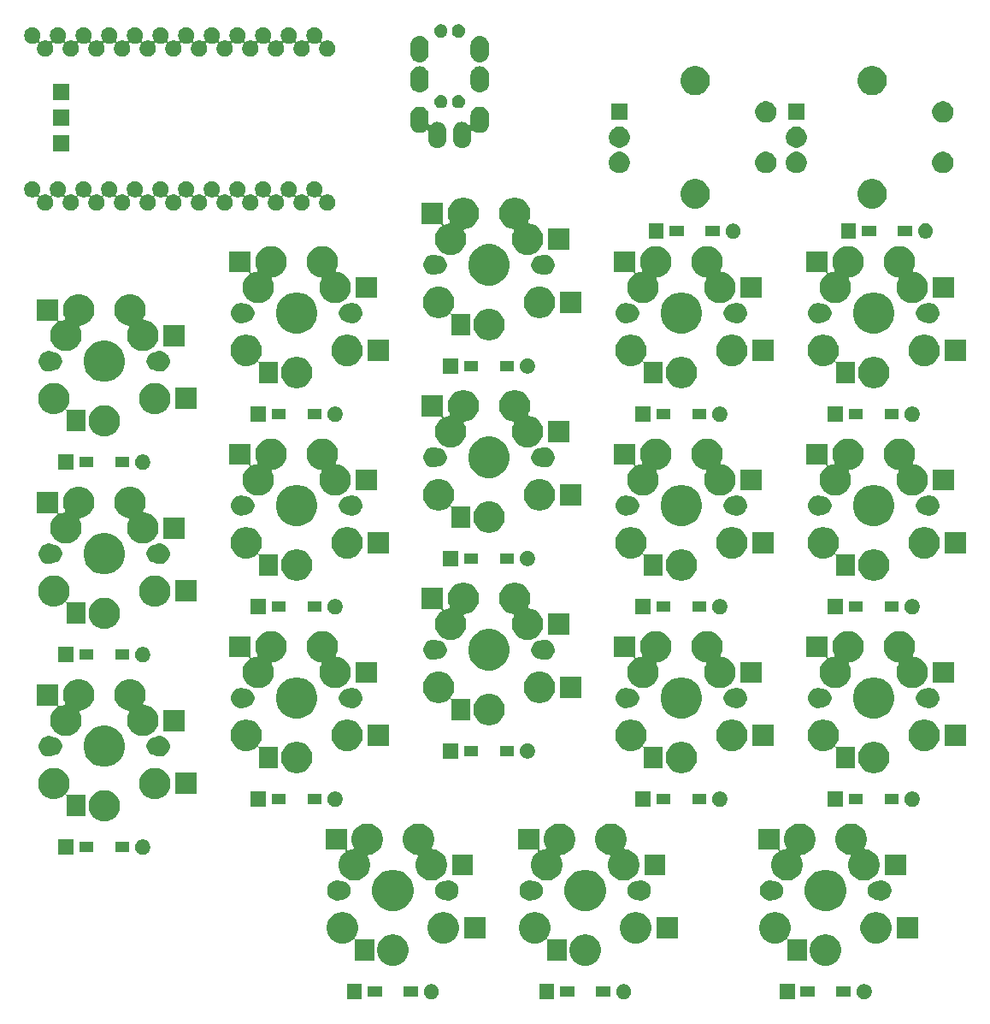
<source format=gts>
G04 #@! TF.GenerationSoftware,KiCad,Pcbnew,(5.1.6-0-10_14)*
G04 #@! TF.CreationDate,2022-07-16T23:36:19+09:00*
G04 #@! TF.ProjectId,cool536,636f6f6c-3533-4362-9e6b-696361645f70,rev?*
G04 #@! TF.SameCoordinates,Original*
G04 #@! TF.FileFunction,Soldermask,Top*
G04 #@! TF.FilePolarity,Negative*
%FSLAX46Y46*%
G04 Gerber Fmt 4.6, Leading zero omitted, Abs format (unit mm)*
G04 Created by KiCad (PCBNEW (5.1.6-0-10_14)) date 2022-07-16 23:36:19*
%MOMM*%
%LPD*%
G01*
G04 APERTURE LIST*
%ADD10C,0.100000*%
G04 APERTURE END LIST*
D10*
G36*
X75342425Y-71167099D02*
G01*
X75466621Y-71191802D01*
X75603022Y-71248301D01*
X75725779Y-71330325D01*
X75830175Y-71434721D01*
X75912199Y-71557478D01*
X75968698Y-71693879D01*
X75997500Y-71838681D01*
X75997500Y-71986319D01*
X75968698Y-72131121D01*
X75912199Y-72267522D01*
X75830175Y-72390279D01*
X75725779Y-72494675D01*
X75603022Y-72576699D01*
X75466621Y-72633198D01*
X75342425Y-72657901D01*
X75321820Y-72662000D01*
X75174180Y-72662000D01*
X75153575Y-72657901D01*
X75029379Y-72633198D01*
X74892978Y-72576699D01*
X74770221Y-72494675D01*
X74665825Y-72390279D01*
X74583801Y-72267522D01*
X74527302Y-72131121D01*
X74498500Y-71986319D01*
X74498500Y-71838681D01*
X74527302Y-71693879D01*
X74583801Y-71557478D01*
X74665825Y-71434721D01*
X74770221Y-71330325D01*
X74892978Y-71248301D01*
X75029379Y-71191802D01*
X75153575Y-71167099D01*
X75174180Y-71163000D01*
X75321820Y-71163000D01*
X75342425Y-71167099D01*
G37*
G36*
X68377500Y-72662000D02*
G01*
X66878500Y-72662000D01*
X66878500Y-71163000D01*
X68377500Y-71163000D01*
X68377500Y-72662000D01*
G37*
G36*
X51529425Y-71167099D02*
G01*
X51653621Y-71191802D01*
X51790022Y-71248301D01*
X51912779Y-71330325D01*
X52017175Y-71434721D01*
X52099199Y-71557478D01*
X52155698Y-71693879D01*
X52184500Y-71838681D01*
X52184500Y-71986319D01*
X52155698Y-72131121D01*
X52099199Y-72267522D01*
X52017175Y-72390279D01*
X51912779Y-72494675D01*
X51790022Y-72576699D01*
X51653621Y-72633198D01*
X51529425Y-72657901D01*
X51508820Y-72662000D01*
X51361180Y-72662000D01*
X51340575Y-72657901D01*
X51216379Y-72633198D01*
X51079978Y-72576699D01*
X50957221Y-72494675D01*
X50852825Y-72390279D01*
X50770801Y-72267522D01*
X50714302Y-72131121D01*
X50685500Y-71986319D01*
X50685500Y-71838681D01*
X50714302Y-71693879D01*
X50770801Y-71557478D01*
X50852825Y-71434721D01*
X50957221Y-71330325D01*
X51079978Y-71248301D01*
X51216379Y-71191802D01*
X51340575Y-71167099D01*
X51361180Y-71163000D01*
X51508820Y-71163000D01*
X51529425Y-71167099D01*
G37*
G36*
X44564500Y-72662000D02*
G01*
X43065500Y-72662000D01*
X43065500Y-71163000D01*
X44564500Y-71163000D01*
X44564500Y-72662000D01*
G37*
G36*
X32479425Y-71167099D02*
G01*
X32603621Y-71191802D01*
X32740022Y-71248301D01*
X32862779Y-71330325D01*
X32967175Y-71434721D01*
X33049199Y-71557478D01*
X33105698Y-71693879D01*
X33134500Y-71838681D01*
X33134500Y-71986319D01*
X33105698Y-72131121D01*
X33049199Y-72267522D01*
X32967175Y-72390279D01*
X32862779Y-72494675D01*
X32740022Y-72576699D01*
X32603621Y-72633198D01*
X32479425Y-72657901D01*
X32458820Y-72662000D01*
X32311180Y-72662000D01*
X32290575Y-72657901D01*
X32166379Y-72633198D01*
X32029978Y-72576699D01*
X31907221Y-72494675D01*
X31802825Y-72390279D01*
X31720801Y-72267522D01*
X31664302Y-72131121D01*
X31635500Y-71986319D01*
X31635500Y-71838681D01*
X31664302Y-71693879D01*
X31720801Y-71557478D01*
X31802825Y-71434721D01*
X31907221Y-71330325D01*
X32029978Y-71248301D01*
X32166379Y-71191802D01*
X32290575Y-71167099D01*
X32311180Y-71163000D01*
X32458820Y-71163000D01*
X32479425Y-71167099D01*
G37*
G36*
X25514500Y-72662000D02*
G01*
X24015500Y-72662000D01*
X24015500Y-71163000D01*
X25514500Y-71163000D01*
X25514500Y-72662000D01*
G37*
G36*
X50101000Y-72438500D02*
G01*
X48699000Y-72438500D01*
X48699000Y-71386500D01*
X50101000Y-71386500D01*
X50101000Y-72438500D01*
G37*
G36*
X31051000Y-72438500D02*
G01*
X29649000Y-72438500D01*
X29649000Y-71386500D01*
X31051000Y-71386500D01*
X31051000Y-72438500D01*
G37*
G36*
X73914000Y-72438500D02*
G01*
X72512000Y-72438500D01*
X72512000Y-71386500D01*
X73914000Y-71386500D01*
X73914000Y-72438500D01*
G37*
G36*
X70364000Y-72438500D02*
G01*
X68962000Y-72438500D01*
X68962000Y-71386500D01*
X70364000Y-71386500D01*
X70364000Y-72438500D01*
G37*
G36*
X46551000Y-72438500D02*
G01*
X45149000Y-72438500D01*
X45149000Y-71386500D01*
X46551000Y-71386500D01*
X46551000Y-72438500D01*
G37*
G36*
X27501000Y-72438500D02*
G01*
X26099000Y-72438500D01*
X26099000Y-71386500D01*
X27501000Y-71386500D01*
X27501000Y-72438500D01*
G37*
G36*
X71740585Y-66291302D02*
G01*
X71890410Y-66321104D01*
X72172674Y-66438021D01*
X72426705Y-66607759D01*
X72642741Y-66823795D01*
X72812479Y-67077826D01*
X72929396Y-67360090D01*
X72989000Y-67659740D01*
X72989000Y-67965260D01*
X72929396Y-68264910D01*
X72812479Y-68547174D01*
X72642741Y-68801205D01*
X72426705Y-69017241D01*
X72172674Y-69186979D01*
X71890410Y-69303896D01*
X71740585Y-69333698D01*
X71590761Y-69363500D01*
X71285239Y-69363500D01*
X71135415Y-69333698D01*
X70985590Y-69303896D01*
X70703326Y-69186979D01*
X70449295Y-69017241D01*
X70233259Y-68801205D01*
X70063521Y-68547174D01*
X69946604Y-68264910D01*
X69887000Y-67965260D01*
X69887000Y-67659740D01*
X69946604Y-67360090D01*
X70063521Y-67077826D01*
X70233259Y-66823795D01*
X70449295Y-66607759D01*
X70703326Y-66438021D01*
X70985590Y-66321104D01*
X71135415Y-66291302D01*
X71285239Y-66261500D01*
X71590761Y-66261500D01*
X71740585Y-66291302D01*
G37*
G36*
X28877585Y-66291302D02*
G01*
X29027410Y-66321104D01*
X29309674Y-66438021D01*
X29563705Y-66607759D01*
X29779741Y-66823795D01*
X29949479Y-67077826D01*
X30066396Y-67360090D01*
X30126000Y-67659740D01*
X30126000Y-67965260D01*
X30066396Y-68264910D01*
X29949479Y-68547174D01*
X29779741Y-68801205D01*
X29563705Y-69017241D01*
X29309674Y-69186979D01*
X29027410Y-69303896D01*
X28877585Y-69333698D01*
X28727761Y-69363500D01*
X28422239Y-69363500D01*
X28272415Y-69333698D01*
X28122590Y-69303896D01*
X27840326Y-69186979D01*
X27586295Y-69017241D01*
X27370259Y-68801205D01*
X27200521Y-68547174D01*
X27083604Y-68264910D01*
X27024000Y-67965260D01*
X27024000Y-67659740D01*
X27083604Y-67360090D01*
X27200521Y-67077826D01*
X27370259Y-66823795D01*
X27586295Y-66607759D01*
X27840326Y-66438021D01*
X28122590Y-66321104D01*
X28272415Y-66291302D01*
X28422239Y-66261500D01*
X28727761Y-66261500D01*
X28877585Y-66291302D01*
G37*
G36*
X47927585Y-66291302D02*
G01*
X48077410Y-66321104D01*
X48359674Y-66438021D01*
X48613705Y-66607759D01*
X48829741Y-66823795D01*
X48999479Y-67077826D01*
X49116396Y-67360090D01*
X49176000Y-67659740D01*
X49176000Y-67965260D01*
X49116396Y-68264910D01*
X48999479Y-68547174D01*
X48829741Y-68801205D01*
X48613705Y-69017241D01*
X48359674Y-69186979D01*
X48077410Y-69303896D01*
X47927585Y-69333698D01*
X47777761Y-69363500D01*
X47472239Y-69363500D01*
X47322415Y-69333698D01*
X47172590Y-69303896D01*
X46890326Y-69186979D01*
X46636295Y-69017241D01*
X46420259Y-68801205D01*
X46250521Y-68547174D01*
X46133604Y-68264910D01*
X46074000Y-67965260D01*
X46074000Y-67659740D01*
X46133604Y-67360090D01*
X46250521Y-67077826D01*
X46420259Y-66823795D01*
X46636295Y-66607759D01*
X46890326Y-66438021D01*
X47172590Y-66321104D01*
X47322415Y-66291302D01*
X47472239Y-66261500D01*
X47777761Y-66261500D01*
X47927585Y-66291302D01*
G37*
G36*
X66740585Y-64091302D02*
G01*
X66890410Y-64121104D01*
X67172674Y-64238021D01*
X67426705Y-64407759D01*
X67642741Y-64623795D01*
X67812479Y-64877826D01*
X67929396Y-65160090D01*
X67989000Y-65459740D01*
X67989000Y-65765260D01*
X67929396Y-66064910D01*
X67812479Y-66347174D01*
X67665553Y-66567065D01*
X67654007Y-66588666D01*
X67646894Y-66612115D01*
X67644492Y-66636501D01*
X67646894Y-66660887D01*
X67654007Y-66684336D01*
X67665558Y-66705947D01*
X67681103Y-66724889D01*
X67700045Y-66740434D01*
X67721656Y-66751985D01*
X67745105Y-66759098D01*
X67769491Y-66761500D01*
X69589000Y-66761500D01*
X69589000Y-68863500D01*
X67687000Y-68863500D01*
X67687000Y-66858719D01*
X67684598Y-66834333D01*
X67677485Y-66810884D01*
X67665934Y-66789273D01*
X67650389Y-66770331D01*
X67631447Y-66754786D01*
X67609836Y-66743235D01*
X67586387Y-66736122D01*
X67562001Y-66733720D01*
X67537615Y-66736122D01*
X67514166Y-66743235D01*
X67492555Y-66754786D01*
X67473624Y-66770322D01*
X67426705Y-66817241D01*
X67172674Y-66986979D01*
X66890410Y-67103896D01*
X66740585Y-67133698D01*
X66590761Y-67163500D01*
X66285239Y-67163500D01*
X66135415Y-67133698D01*
X65985590Y-67103896D01*
X65703326Y-66986979D01*
X65449295Y-66817241D01*
X65233259Y-66601205D01*
X65063521Y-66347174D01*
X64946604Y-66064910D01*
X64887000Y-65765260D01*
X64887000Y-65459740D01*
X64946604Y-65160090D01*
X65063521Y-64877826D01*
X65233259Y-64623795D01*
X65449295Y-64407759D01*
X65703326Y-64238021D01*
X65985590Y-64121104D01*
X66135415Y-64091302D01*
X66285239Y-64061500D01*
X66590761Y-64061500D01*
X66740585Y-64091302D01*
G37*
G36*
X23877585Y-64091302D02*
G01*
X24027410Y-64121104D01*
X24309674Y-64238021D01*
X24563705Y-64407759D01*
X24779741Y-64623795D01*
X24949479Y-64877826D01*
X25066396Y-65160090D01*
X25126000Y-65459740D01*
X25126000Y-65765260D01*
X25066396Y-66064910D01*
X24949479Y-66347174D01*
X24802553Y-66567065D01*
X24791007Y-66588666D01*
X24783894Y-66612115D01*
X24781492Y-66636501D01*
X24783894Y-66660887D01*
X24791007Y-66684336D01*
X24802558Y-66705947D01*
X24818103Y-66724889D01*
X24837045Y-66740434D01*
X24858656Y-66751985D01*
X24882105Y-66759098D01*
X24906491Y-66761500D01*
X26726000Y-66761500D01*
X26726000Y-68863500D01*
X24824000Y-68863500D01*
X24824000Y-66858719D01*
X24821598Y-66834333D01*
X24814485Y-66810884D01*
X24802934Y-66789273D01*
X24787389Y-66770331D01*
X24768447Y-66754786D01*
X24746836Y-66743235D01*
X24723387Y-66736122D01*
X24699001Y-66733720D01*
X24674615Y-66736122D01*
X24651166Y-66743235D01*
X24629555Y-66754786D01*
X24610624Y-66770322D01*
X24563705Y-66817241D01*
X24309674Y-66986979D01*
X24027410Y-67103896D01*
X23877585Y-67133698D01*
X23727761Y-67163500D01*
X23422239Y-67163500D01*
X23272415Y-67133698D01*
X23122590Y-67103896D01*
X22840326Y-66986979D01*
X22586295Y-66817241D01*
X22370259Y-66601205D01*
X22200521Y-66347174D01*
X22083604Y-66064910D01*
X22024000Y-65765260D01*
X22024000Y-65459740D01*
X22083604Y-65160090D01*
X22200521Y-64877826D01*
X22370259Y-64623795D01*
X22586295Y-64407759D01*
X22840326Y-64238021D01*
X23122590Y-64121104D01*
X23272415Y-64091302D01*
X23422239Y-64061500D01*
X23727761Y-64061500D01*
X23877585Y-64091302D01*
G37*
G36*
X42927585Y-64091302D02*
G01*
X43077410Y-64121104D01*
X43359674Y-64238021D01*
X43613705Y-64407759D01*
X43829741Y-64623795D01*
X43999479Y-64877826D01*
X44116396Y-65160090D01*
X44176000Y-65459740D01*
X44176000Y-65765260D01*
X44116396Y-66064910D01*
X43999479Y-66347174D01*
X43852553Y-66567065D01*
X43841007Y-66588666D01*
X43833894Y-66612115D01*
X43831492Y-66636501D01*
X43833894Y-66660887D01*
X43841007Y-66684336D01*
X43852558Y-66705947D01*
X43868103Y-66724889D01*
X43887045Y-66740434D01*
X43908656Y-66751985D01*
X43932105Y-66759098D01*
X43956491Y-66761500D01*
X45776000Y-66761500D01*
X45776000Y-68863500D01*
X43874000Y-68863500D01*
X43874000Y-66858719D01*
X43871598Y-66834333D01*
X43864485Y-66810884D01*
X43852934Y-66789273D01*
X43837389Y-66770331D01*
X43818447Y-66754786D01*
X43796836Y-66743235D01*
X43773387Y-66736122D01*
X43749001Y-66733720D01*
X43724615Y-66736122D01*
X43701166Y-66743235D01*
X43679555Y-66754786D01*
X43660624Y-66770322D01*
X43613705Y-66817241D01*
X43359674Y-66986979D01*
X43077410Y-67103896D01*
X42927585Y-67133698D01*
X42777761Y-67163500D01*
X42472239Y-67163500D01*
X42322415Y-67133698D01*
X42172590Y-67103896D01*
X41890326Y-66986979D01*
X41636295Y-66817241D01*
X41420259Y-66601205D01*
X41250521Y-66347174D01*
X41133604Y-66064910D01*
X41074000Y-65765260D01*
X41074000Y-65459740D01*
X41133604Y-65160090D01*
X41250521Y-64877826D01*
X41420259Y-64623795D01*
X41636295Y-64407759D01*
X41890326Y-64238021D01*
X42172590Y-64121104D01*
X42322415Y-64091302D01*
X42472239Y-64061500D01*
X42777761Y-64061500D01*
X42927585Y-64091302D01*
G37*
G36*
X33877585Y-64091302D02*
G01*
X34027410Y-64121104D01*
X34309674Y-64238021D01*
X34563705Y-64407759D01*
X34779741Y-64623795D01*
X34949479Y-64877826D01*
X35066396Y-65160090D01*
X35126000Y-65459740D01*
X35126000Y-65765260D01*
X35066396Y-66064910D01*
X34949479Y-66347174D01*
X34779741Y-66601205D01*
X34563705Y-66817241D01*
X34309674Y-66986979D01*
X34027410Y-67103896D01*
X33877585Y-67133698D01*
X33727761Y-67163500D01*
X33422239Y-67163500D01*
X33272415Y-67133698D01*
X33122590Y-67103896D01*
X32840326Y-66986979D01*
X32586295Y-66817241D01*
X32370259Y-66601205D01*
X32200521Y-66347174D01*
X32083604Y-66064910D01*
X32024000Y-65765260D01*
X32024000Y-65459740D01*
X32083604Y-65160090D01*
X32200521Y-64877826D01*
X32370259Y-64623795D01*
X32586295Y-64407759D01*
X32840326Y-64238021D01*
X33122590Y-64121104D01*
X33272415Y-64091302D01*
X33422239Y-64061500D01*
X33727761Y-64061500D01*
X33877585Y-64091302D01*
G37*
G36*
X52927585Y-64091302D02*
G01*
X53077410Y-64121104D01*
X53359674Y-64238021D01*
X53613705Y-64407759D01*
X53829741Y-64623795D01*
X53999479Y-64877826D01*
X54116396Y-65160090D01*
X54176000Y-65459740D01*
X54176000Y-65765260D01*
X54116396Y-66064910D01*
X53999479Y-66347174D01*
X53829741Y-66601205D01*
X53613705Y-66817241D01*
X53359674Y-66986979D01*
X53077410Y-67103896D01*
X52927585Y-67133698D01*
X52777761Y-67163500D01*
X52472239Y-67163500D01*
X52322415Y-67133698D01*
X52172590Y-67103896D01*
X51890326Y-66986979D01*
X51636295Y-66817241D01*
X51420259Y-66601205D01*
X51250521Y-66347174D01*
X51133604Y-66064910D01*
X51074000Y-65765260D01*
X51074000Y-65459740D01*
X51133604Y-65160090D01*
X51250521Y-64877826D01*
X51420259Y-64623795D01*
X51636295Y-64407759D01*
X51890326Y-64238021D01*
X52172590Y-64121104D01*
X52322415Y-64091302D01*
X52472239Y-64061500D01*
X52777761Y-64061500D01*
X52927585Y-64091302D01*
G37*
G36*
X76740585Y-64091302D02*
G01*
X76890410Y-64121104D01*
X77172674Y-64238021D01*
X77426705Y-64407759D01*
X77642741Y-64623795D01*
X77812479Y-64877826D01*
X77929396Y-65160090D01*
X77989000Y-65459740D01*
X77989000Y-65765260D01*
X77929396Y-66064910D01*
X77812479Y-66347174D01*
X77642741Y-66601205D01*
X77426705Y-66817241D01*
X77172674Y-66986979D01*
X76890410Y-67103896D01*
X76740585Y-67133698D01*
X76590761Y-67163500D01*
X76285239Y-67163500D01*
X76135415Y-67133698D01*
X75985590Y-67103896D01*
X75703326Y-66986979D01*
X75449295Y-66817241D01*
X75233259Y-66601205D01*
X75063521Y-66347174D01*
X74946604Y-66064910D01*
X74887000Y-65765260D01*
X74887000Y-65459740D01*
X74946604Y-65160090D01*
X75063521Y-64877826D01*
X75233259Y-64623795D01*
X75449295Y-64407759D01*
X75703326Y-64238021D01*
X75985590Y-64121104D01*
X76135415Y-64091302D01*
X76285239Y-64061500D01*
X76590761Y-64061500D01*
X76740585Y-64091302D01*
G37*
G36*
X56776000Y-66663500D02*
G01*
X54674000Y-66663500D01*
X54674000Y-64561500D01*
X56776000Y-64561500D01*
X56776000Y-66663500D01*
G37*
G36*
X37726000Y-66663500D02*
G01*
X35624000Y-66663500D01*
X35624000Y-64561500D01*
X37726000Y-64561500D01*
X37726000Y-66663500D01*
G37*
G36*
X80589000Y-66663500D02*
G01*
X78487000Y-66663500D01*
X78487000Y-64561500D01*
X80589000Y-64561500D01*
X80589000Y-66663500D01*
G37*
G36*
X48223254Y-59940318D02*
G01*
X48596511Y-60094926D01*
X48596513Y-60094927D01*
X48932436Y-60319384D01*
X49218116Y-60605064D01*
X49430889Y-60923500D01*
X49442574Y-60940989D01*
X49597182Y-61314246D01*
X49676000Y-61710493D01*
X49676000Y-62114507D01*
X49597182Y-62510754D01*
X49467839Y-62823015D01*
X49442573Y-62884013D01*
X49218116Y-63219936D01*
X48932436Y-63505616D01*
X48596513Y-63730073D01*
X48596512Y-63730074D01*
X48596511Y-63730074D01*
X48223254Y-63884682D01*
X47827007Y-63963500D01*
X47422993Y-63963500D01*
X47026746Y-63884682D01*
X46653489Y-63730074D01*
X46653488Y-63730074D01*
X46653487Y-63730073D01*
X46317564Y-63505616D01*
X46031884Y-63219936D01*
X45807427Y-62884013D01*
X45782161Y-62823015D01*
X45652818Y-62510754D01*
X45574000Y-62114507D01*
X45574000Y-61710493D01*
X45652818Y-61314246D01*
X45807426Y-60940989D01*
X45819112Y-60923500D01*
X46031884Y-60605064D01*
X46317564Y-60319384D01*
X46653487Y-60094927D01*
X46653489Y-60094926D01*
X47026746Y-59940318D01*
X47422993Y-59861500D01*
X47827007Y-59861500D01*
X48223254Y-59940318D01*
G37*
G36*
X72036254Y-59940318D02*
G01*
X72409511Y-60094926D01*
X72409513Y-60094927D01*
X72745436Y-60319384D01*
X73031116Y-60605064D01*
X73243889Y-60923500D01*
X73255574Y-60940989D01*
X73410182Y-61314246D01*
X73489000Y-61710493D01*
X73489000Y-62114507D01*
X73410182Y-62510754D01*
X73280839Y-62823015D01*
X73255573Y-62884013D01*
X73031116Y-63219936D01*
X72745436Y-63505616D01*
X72409513Y-63730073D01*
X72409512Y-63730074D01*
X72409511Y-63730074D01*
X72036254Y-63884682D01*
X71640007Y-63963500D01*
X71235993Y-63963500D01*
X70839746Y-63884682D01*
X70466489Y-63730074D01*
X70466488Y-63730074D01*
X70466487Y-63730073D01*
X70130564Y-63505616D01*
X69844884Y-63219936D01*
X69620427Y-62884013D01*
X69595161Y-62823015D01*
X69465818Y-62510754D01*
X69387000Y-62114507D01*
X69387000Y-61710493D01*
X69465818Y-61314246D01*
X69620426Y-60940989D01*
X69632112Y-60923500D01*
X69844884Y-60605064D01*
X70130564Y-60319384D01*
X70466487Y-60094927D01*
X70466489Y-60094926D01*
X70839746Y-59940318D01*
X71235993Y-59861500D01*
X71640007Y-59861500D01*
X72036254Y-59940318D01*
G37*
G36*
X29173254Y-59940318D02*
G01*
X29546511Y-60094926D01*
X29546513Y-60094927D01*
X29882436Y-60319384D01*
X30168116Y-60605064D01*
X30380889Y-60923500D01*
X30392574Y-60940989D01*
X30547182Y-61314246D01*
X30626000Y-61710493D01*
X30626000Y-62114507D01*
X30547182Y-62510754D01*
X30417839Y-62823015D01*
X30392573Y-62884013D01*
X30168116Y-63219936D01*
X29882436Y-63505616D01*
X29546513Y-63730073D01*
X29546512Y-63730074D01*
X29546511Y-63730074D01*
X29173254Y-63884682D01*
X28777007Y-63963500D01*
X28372993Y-63963500D01*
X27976746Y-63884682D01*
X27603489Y-63730074D01*
X27603488Y-63730074D01*
X27603487Y-63730073D01*
X27267564Y-63505616D01*
X26981884Y-63219936D01*
X26757427Y-62884013D01*
X26732161Y-62823015D01*
X26602818Y-62510754D01*
X26524000Y-62114507D01*
X26524000Y-61710493D01*
X26602818Y-61314246D01*
X26757426Y-60940989D01*
X26769112Y-60923500D01*
X26981884Y-60605064D01*
X27267564Y-60319384D01*
X27603487Y-60094927D01*
X27603489Y-60094926D01*
X27976746Y-59940318D01*
X28372993Y-59861500D01*
X28777007Y-59861500D01*
X29173254Y-59940318D01*
G37*
G36*
X23233918Y-60923500D02*
G01*
X23366981Y-60949968D01*
X23487310Y-60999811D01*
X23492560Y-61001985D01*
X23516009Y-61009098D01*
X23540395Y-61011500D01*
X23583742Y-61011500D01*
X23608512Y-61016427D01*
X23757812Y-61046124D01*
X23921784Y-61114044D01*
X24069354Y-61212647D01*
X24194853Y-61338146D01*
X24293456Y-61485716D01*
X24361376Y-61649688D01*
X24396000Y-61823759D01*
X24396000Y-62001241D01*
X24361376Y-62175312D01*
X24293456Y-62339284D01*
X24194853Y-62486854D01*
X24069354Y-62612353D01*
X23921784Y-62710956D01*
X23757812Y-62778876D01*
X23608512Y-62808573D01*
X23583742Y-62813500D01*
X23540395Y-62813500D01*
X23516009Y-62815902D01*
X23492560Y-62823015D01*
X23366981Y-62875032D01*
X23173591Y-62913500D01*
X22976409Y-62913500D01*
X22783019Y-62875032D01*
X22600849Y-62799574D01*
X22436900Y-62690027D01*
X22297473Y-62550600D01*
X22187926Y-62386651D01*
X22112468Y-62204481D01*
X22074000Y-62011090D01*
X22074000Y-61813910D01*
X22112468Y-61620519D01*
X22187926Y-61438349D01*
X22297473Y-61274400D01*
X22436900Y-61134973D01*
X22600849Y-61025426D01*
X22783019Y-60949968D01*
X22916082Y-60923500D01*
X22976409Y-60911500D01*
X23173591Y-60911500D01*
X23233918Y-60923500D01*
G37*
G36*
X34233918Y-60923500D02*
G01*
X34366981Y-60949968D01*
X34549151Y-61025426D01*
X34713100Y-61134973D01*
X34852527Y-61274400D01*
X34962074Y-61438349D01*
X35037532Y-61620519D01*
X35076000Y-61813910D01*
X35076000Y-62011090D01*
X35037532Y-62204481D01*
X34962074Y-62386651D01*
X34852527Y-62550600D01*
X34713100Y-62690027D01*
X34549151Y-62799574D01*
X34366981Y-62875032D01*
X34173591Y-62913500D01*
X33976409Y-62913500D01*
X33783019Y-62875032D01*
X33657440Y-62823015D01*
X33633991Y-62815902D01*
X33609605Y-62813500D01*
X33566258Y-62813500D01*
X33541488Y-62808573D01*
X33392188Y-62778876D01*
X33228216Y-62710956D01*
X33080646Y-62612353D01*
X32955147Y-62486854D01*
X32856544Y-62339284D01*
X32788624Y-62175312D01*
X32754000Y-62001241D01*
X32754000Y-61823759D01*
X32788624Y-61649688D01*
X32856544Y-61485716D01*
X32955147Y-61338146D01*
X33080646Y-61212647D01*
X33228216Y-61114044D01*
X33392188Y-61046124D01*
X33541488Y-61016427D01*
X33566258Y-61011500D01*
X33609605Y-61011500D01*
X33633991Y-61009098D01*
X33657440Y-61001985D01*
X33662690Y-60999811D01*
X33783019Y-60949968D01*
X33916082Y-60923500D01*
X33976409Y-60911500D01*
X34173591Y-60911500D01*
X34233918Y-60923500D01*
G37*
G36*
X42283918Y-60923500D02*
G01*
X42416981Y-60949968D01*
X42537310Y-60999811D01*
X42542560Y-61001985D01*
X42566009Y-61009098D01*
X42590395Y-61011500D01*
X42633742Y-61011500D01*
X42658512Y-61016427D01*
X42807812Y-61046124D01*
X42971784Y-61114044D01*
X43119354Y-61212647D01*
X43244853Y-61338146D01*
X43343456Y-61485716D01*
X43411376Y-61649688D01*
X43446000Y-61823759D01*
X43446000Y-62001241D01*
X43411376Y-62175312D01*
X43343456Y-62339284D01*
X43244853Y-62486854D01*
X43119354Y-62612353D01*
X42971784Y-62710956D01*
X42807812Y-62778876D01*
X42658512Y-62808573D01*
X42633742Y-62813500D01*
X42590395Y-62813500D01*
X42566009Y-62815902D01*
X42542560Y-62823015D01*
X42416981Y-62875032D01*
X42223591Y-62913500D01*
X42026409Y-62913500D01*
X41833019Y-62875032D01*
X41650849Y-62799574D01*
X41486900Y-62690027D01*
X41347473Y-62550600D01*
X41237926Y-62386651D01*
X41162468Y-62204481D01*
X41124000Y-62011090D01*
X41124000Y-61813910D01*
X41162468Y-61620519D01*
X41237926Y-61438349D01*
X41347473Y-61274400D01*
X41486900Y-61134973D01*
X41650849Y-61025426D01*
X41833019Y-60949968D01*
X41966082Y-60923500D01*
X42026409Y-60911500D01*
X42223591Y-60911500D01*
X42283918Y-60923500D01*
G37*
G36*
X66096918Y-60923500D02*
G01*
X66229981Y-60949968D01*
X66350310Y-60999811D01*
X66355560Y-61001985D01*
X66379009Y-61009098D01*
X66403395Y-61011500D01*
X66446742Y-61011500D01*
X66471512Y-61016427D01*
X66620812Y-61046124D01*
X66784784Y-61114044D01*
X66932354Y-61212647D01*
X67057853Y-61338146D01*
X67156456Y-61485716D01*
X67224376Y-61649688D01*
X67259000Y-61823759D01*
X67259000Y-62001241D01*
X67224376Y-62175312D01*
X67156456Y-62339284D01*
X67057853Y-62486854D01*
X66932354Y-62612353D01*
X66784784Y-62710956D01*
X66620812Y-62778876D01*
X66471512Y-62808573D01*
X66446742Y-62813500D01*
X66403395Y-62813500D01*
X66379009Y-62815902D01*
X66355560Y-62823015D01*
X66229981Y-62875032D01*
X66036591Y-62913500D01*
X65839409Y-62913500D01*
X65646019Y-62875032D01*
X65463849Y-62799574D01*
X65299900Y-62690027D01*
X65160473Y-62550600D01*
X65050926Y-62386651D01*
X64975468Y-62204481D01*
X64937000Y-62011090D01*
X64937000Y-61813910D01*
X64975468Y-61620519D01*
X65050926Y-61438349D01*
X65160473Y-61274400D01*
X65299900Y-61134973D01*
X65463849Y-61025426D01*
X65646019Y-60949968D01*
X65779082Y-60923500D01*
X65839409Y-60911500D01*
X66036591Y-60911500D01*
X66096918Y-60923500D01*
G37*
G36*
X77096918Y-60923500D02*
G01*
X77229981Y-60949968D01*
X77412151Y-61025426D01*
X77576100Y-61134973D01*
X77715527Y-61274400D01*
X77825074Y-61438349D01*
X77900532Y-61620519D01*
X77939000Y-61813910D01*
X77939000Y-62011090D01*
X77900532Y-62204481D01*
X77825074Y-62386651D01*
X77715527Y-62550600D01*
X77576100Y-62690027D01*
X77412151Y-62799574D01*
X77229981Y-62875032D01*
X77036591Y-62913500D01*
X76839409Y-62913500D01*
X76646019Y-62875032D01*
X76520440Y-62823015D01*
X76496991Y-62815902D01*
X76472605Y-62813500D01*
X76429258Y-62813500D01*
X76404488Y-62808573D01*
X76255188Y-62778876D01*
X76091216Y-62710956D01*
X75943646Y-62612353D01*
X75818147Y-62486854D01*
X75719544Y-62339284D01*
X75651624Y-62175312D01*
X75617000Y-62001241D01*
X75617000Y-61823759D01*
X75651624Y-61649688D01*
X75719544Y-61485716D01*
X75818147Y-61338146D01*
X75943646Y-61212647D01*
X76091216Y-61114044D01*
X76255188Y-61046124D01*
X76404488Y-61016427D01*
X76429258Y-61011500D01*
X76472605Y-61011500D01*
X76496991Y-61009098D01*
X76520440Y-61001985D01*
X76525690Y-60999811D01*
X76646019Y-60949968D01*
X76779082Y-60923500D01*
X76839409Y-60911500D01*
X77036591Y-60911500D01*
X77096918Y-60923500D01*
G37*
G36*
X53283918Y-60923500D02*
G01*
X53416981Y-60949968D01*
X53599151Y-61025426D01*
X53763100Y-61134973D01*
X53902527Y-61274400D01*
X54012074Y-61438349D01*
X54087532Y-61620519D01*
X54126000Y-61813910D01*
X54126000Y-62011090D01*
X54087532Y-62204481D01*
X54012074Y-62386651D01*
X53902527Y-62550600D01*
X53763100Y-62690027D01*
X53599151Y-62799574D01*
X53416981Y-62875032D01*
X53223591Y-62913500D01*
X53026409Y-62913500D01*
X52833019Y-62875032D01*
X52707440Y-62823015D01*
X52683991Y-62815902D01*
X52659605Y-62813500D01*
X52616258Y-62813500D01*
X52591488Y-62808573D01*
X52442188Y-62778876D01*
X52278216Y-62710956D01*
X52130646Y-62612353D01*
X52005147Y-62486854D01*
X51906544Y-62339284D01*
X51838624Y-62175312D01*
X51804000Y-62001241D01*
X51804000Y-61823759D01*
X51838624Y-61649688D01*
X51906544Y-61485716D01*
X52005147Y-61338146D01*
X52130646Y-61212647D01*
X52278216Y-61114044D01*
X52442188Y-61046124D01*
X52591488Y-61016427D01*
X52616258Y-61011500D01*
X52659605Y-61011500D01*
X52683991Y-61009098D01*
X52707440Y-61001985D01*
X52712690Y-60999811D01*
X52833019Y-60949968D01*
X52966082Y-60923500D01*
X53026409Y-60911500D01*
X53223591Y-60911500D01*
X53283918Y-60923500D01*
G37*
G36*
X45387585Y-55311302D02*
G01*
X45537410Y-55341104D01*
X45819674Y-55458021D01*
X46073705Y-55627759D01*
X46289741Y-55843795D01*
X46459479Y-56097826D01*
X46576396Y-56380090D01*
X46636000Y-56679740D01*
X46636000Y-56985260D01*
X46576396Y-57284910D01*
X46459479Y-57567174D01*
X46289741Y-57821205D01*
X46073705Y-58037241D01*
X45819674Y-58206979D01*
X45537410Y-58323896D01*
X45454338Y-58340420D01*
X45228623Y-58385318D01*
X45205174Y-58392431D01*
X45183563Y-58403982D01*
X45164621Y-58419528D01*
X45149076Y-58438469D01*
X45137525Y-58460080D01*
X45130412Y-58483529D01*
X45128010Y-58507915D01*
X45130412Y-58532301D01*
X45137525Y-58555750D01*
X45149070Y-58577349D01*
X45189479Y-58637826D01*
X45306396Y-58920090D01*
X45366000Y-59219740D01*
X45366000Y-59525260D01*
X45306396Y-59824910D01*
X45189479Y-60107174D01*
X45019741Y-60361205D01*
X44803705Y-60577241D01*
X44549674Y-60746979D01*
X44267410Y-60863896D01*
X44117585Y-60893698D01*
X43967761Y-60923500D01*
X43662239Y-60923500D01*
X43512415Y-60893698D01*
X43362590Y-60863896D01*
X43080326Y-60746979D01*
X42826295Y-60577241D01*
X42610259Y-60361205D01*
X42440521Y-60107174D01*
X42323604Y-59824910D01*
X42264000Y-59525260D01*
X42264000Y-59219740D01*
X42323604Y-58920090D01*
X42440521Y-58637826D01*
X42610259Y-58383795D01*
X42826295Y-58167759D01*
X42909110Y-58112424D01*
X42928042Y-58096887D01*
X42943587Y-58077945D01*
X42955138Y-58056334D01*
X42962251Y-58032885D01*
X42964653Y-58008499D01*
X42962251Y-57984113D01*
X42955138Y-57960664D01*
X42943587Y-57939053D01*
X42928042Y-57920111D01*
X42909100Y-57904566D01*
X42887489Y-57893015D01*
X42864040Y-57885902D01*
X42839654Y-57883500D01*
X40974000Y-57883500D01*
X40974000Y-55781500D01*
X43076000Y-55781500D01*
X43076000Y-57812739D01*
X43078402Y-57837125D01*
X43085515Y-57860574D01*
X43097066Y-57882185D01*
X43112611Y-57901127D01*
X43131553Y-57916672D01*
X43153164Y-57928223D01*
X43176613Y-57935336D01*
X43200999Y-57937738D01*
X43225385Y-57935336D01*
X43248834Y-57928223D01*
X43362590Y-57881104D01*
X43671377Y-57819682D01*
X43694826Y-57812569D01*
X43716437Y-57801018D01*
X43735379Y-57785472D01*
X43750924Y-57766531D01*
X43762475Y-57744920D01*
X43769588Y-57721471D01*
X43771990Y-57697085D01*
X43769588Y-57672699D01*
X43762475Y-57649250D01*
X43750930Y-57627651D01*
X43710521Y-57567174D01*
X43593604Y-57284910D01*
X43534000Y-56985260D01*
X43534000Y-56679740D01*
X43593604Y-56380090D01*
X43710521Y-56097826D01*
X43880259Y-55843795D01*
X44096295Y-55627759D01*
X44350326Y-55458021D01*
X44632590Y-55341104D01*
X44782415Y-55311302D01*
X44932239Y-55281500D01*
X45237761Y-55281500D01*
X45387585Y-55311302D01*
G37*
G36*
X31417585Y-55311302D02*
G01*
X31567410Y-55341104D01*
X31849674Y-55458021D01*
X32103705Y-55627759D01*
X32319741Y-55843795D01*
X32489479Y-56097826D01*
X32606396Y-56380090D01*
X32666000Y-56679740D01*
X32666000Y-56985260D01*
X32606396Y-57284910D01*
X32489479Y-57567174D01*
X32449070Y-57627651D01*
X32437525Y-57649249D01*
X32430412Y-57672698D01*
X32428010Y-57697084D01*
X32430412Y-57721471D01*
X32437525Y-57744920D01*
X32449076Y-57766530D01*
X32464621Y-57785472D01*
X32483563Y-57801018D01*
X32505173Y-57812569D01*
X32528623Y-57819682D01*
X32734199Y-57860574D01*
X32837410Y-57881104D01*
X33119674Y-57998021D01*
X33373705Y-58167759D01*
X33589741Y-58383795D01*
X33759479Y-58637826D01*
X33876396Y-58920090D01*
X33936000Y-59219740D01*
X33936000Y-59525260D01*
X33876396Y-59824910D01*
X33759479Y-60107174D01*
X33589741Y-60361205D01*
X33373705Y-60577241D01*
X33119674Y-60746979D01*
X32837410Y-60863896D01*
X32687585Y-60893698D01*
X32537761Y-60923500D01*
X32232239Y-60923500D01*
X32082415Y-60893698D01*
X31932590Y-60863896D01*
X31650326Y-60746979D01*
X31396295Y-60577241D01*
X31180259Y-60361205D01*
X31010521Y-60107174D01*
X30893604Y-59824910D01*
X30834000Y-59525260D01*
X30834000Y-59219740D01*
X30893604Y-58920090D01*
X31010521Y-58637826D01*
X31050930Y-58577349D01*
X31062475Y-58555751D01*
X31069588Y-58532302D01*
X31071990Y-58507916D01*
X31069588Y-58483529D01*
X31062475Y-58460080D01*
X31050924Y-58438470D01*
X31035379Y-58419528D01*
X31016437Y-58403982D01*
X30994827Y-58392431D01*
X30971377Y-58385318D01*
X30745662Y-58340420D01*
X30662590Y-58323896D01*
X30380326Y-58206979D01*
X30126295Y-58037241D01*
X29910259Y-57821205D01*
X29740521Y-57567174D01*
X29623604Y-57284910D01*
X29564000Y-56985260D01*
X29564000Y-56679740D01*
X29623604Y-56380090D01*
X29740521Y-56097826D01*
X29910259Y-55843795D01*
X30126295Y-55627759D01*
X30380326Y-55458021D01*
X30662590Y-55341104D01*
X30812415Y-55311302D01*
X30962239Y-55281500D01*
X31267761Y-55281500D01*
X31417585Y-55311302D01*
G37*
G36*
X69200585Y-55311302D02*
G01*
X69350410Y-55341104D01*
X69632674Y-55458021D01*
X69886705Y-55627759D01*
X70102741Y-55843795D01*
X70272479Y-56097826D01*
X70389396Y-56380090D01*
X70449000Y-56679740D01*
X70449000Y-56985260D01*
X70389396Y-57284910D01*
X70272479Y-57567174D01*
X70102741Y-57821205D01*
X69886705Y-58037241D01*
X69632674Y-58206979D01*
X69350410Y-58323896D01*
X69267338Y-58340420D01*
X69041623Y-58385318D01*
X69018174Y-58392431D01*
X68996563Y-58403982D01*
X68977621Y-58419528D01*
X68962076Y-58438469D01*
X68950525Y-58460080D01*
X68943412Y-58483529D01*
X68941010Y-58507915D01*
X68943412Y-58532301D01*
X68950525Y-58555750D01*
X68962070Y-58577349D01*
X69002479Y-58637826D01*
X69119396Y-58920090D01*
X69179000Y-59219740D01*
X69179000Y-59525260D01*
X69119396Y-59824910D01*
X69002479Y-60107174D01*
X68832741Y-60361205D01*
X68616705Y-60577241D01*
X68362674Y-60746979D01*
X68080410Y-60863896D01*
X67930585Y-60893698D01*
X67780761Y-60923500D01*
X67475239Y-60923500D01*
X67325415Y-60893698D01*
X67175590Y-60863896D01*
X66893326Y-60746979D01*
X66639295Y-60577241D01*
X66423259Y-60361205D01*
X66253521Y-60107174D01*
X66136604Y-59824910D01*
X66077000Y-59525260D01*
X66077000Y-59219740D01*
X66136604Y-58920090D01*
X66253521Y-58637826D01*
X66423259Y-58383795D01*
X66639295Y-58167759D01*
X66722110Y-58112424D01*
X66741042Y-58096887D01*
X66756587Y-58077945D01*
X66768138Y-58056334D01*
X66775251Y-58032885D01*
X66777653Y-58008499D01*
X66775251Y-57984113D01*
X66768138Y-57960664D01*
X66756587Y-57939053D01*
X66741042Y-57920111D01*
X66722100Y-57904566D01*
X66700489Y-57893015D01*
X66677040Y-57885902D01*
X66652654Y-57883500D01*
X64787000Y-57883500D01*
X64787000Y-55781500D01*
X66889000Y-55781500D01*
X66889000Y-57812739D01*
X66891402Y-57837125D01*
X66898515Y-57860574D01*
X66910066Y-57882185D01*
X66925611Y-57901127D01*
X66944553Y-57916672D01*
X66966164Y-57928223D01*
X66989613Y-57935336D01*
X67013999Y-57937738D01*
X67038385Y-57935336D01*
X67061834Y-57928223D01*
X67175590Y-57881104D01*
X67484377Y-57819682D01*
X67507826Y-57812569D01*
X67529437Y-57801018D01*
X67548379Y-57785472D01*
X67563924Y-57766531D01*
X67575475Y-57744920D01*
X67582588Y-57721471D01*
X67584990Y-57697085D01*
X67582588Y-57672699D01*
X67575475Y-57649250D01*
X67563930Y-57627651D01*
X67523521Y-57567174D01*
X67406604Y-57284910D01*
X67347000Y-56985260D01*
X67347000Y-56679740D01*
X67406604Y-56380090D01*
X67523521Y-56097826D01*
X67693259Y-55843795D01*
X67909295Y-55627759D01*
X68163326Y-55458021D01*
X68445590Y-55341104D01*
X68595415Y-55311302D01*
X68745239Y-55281500D01*
X69050761Y-55281500D01*
X69200585Y-55311302D01*
G37*
G36*
X50467585Y-55311302D02*
G01*
X50617410Y-55341104D01*
X50899674Y-55458021D01*
X51153705Y-55627759D01*
X51369741Y-55843795D01*
X51539479Y-56097826D01*
X51656396Y-56380090D01*
X51716000Y-56679740D01*
X51716000Y-56985260D01*
X51656396Y-57284910D01*
X51539479Y-57567174D01*
X51499070Y-57627651D01*
X51487525Y-57649249D01*
X51480412Y-57672698D01*
X51478010Y-57697084D01*
X51480412Y-57721471D01*
X51487525Y-57744920D01*
X51499076Y-57766530D01*
X51514621Y-57785472D01*
X51533563Y-57801018D01*
X51555173Y-57812569D01*
X51578623Y-57819682D01*
X51784199Y-57860574D01*
X51887410Y-57881104D01*
X52169674Y-57998021D01*
X52423705Y-58167759D01*
X52639741Y-58383795D01*
X52809479Y-58637826D01*
X52926396Y-58920090D01*
X52986000Y-59219740D01*
X52986000Y-59525260D01*
X52926396Y-59824910D01*
X52809479Y-60107174D01*
X52639741Y-60361205D01*
X52423705Y-60577241D01*
X52169674Y-60746979D01*
X51887410Y-60863896D01*
X51737585Y-60893698D01*
X51587761Y-60923500D01*
X51282239Y-60923500D01*
X51132415Y-60893698D01*
X50982590Y-60863896D01*
X50700326Y-60746979D01*
X50446295Y-60577241D01*
X50230259Y-60361205D01*
X50060521Y-60107174D01*
X49943604Y-59824910D01*
X49884000Y-59525260D01*
X49884000Y-59219740D01*
X49943604Y-58920090D01*
X50060521Y-58637826D01*
X50100930Y-58577349D01*
X50112475Y-58555751D01*
X50119588Y-58532302D01*
X50121990Y-58507916D01*
X50119588Y-58483529D01*
X50112475Y-58460080D01*
X50100924Y-58438470D01*
X50085379Y-58419528D01*
X50066437Y-58403982D01*
X50044827Y-58392431D01*
X50021377Y-58385318D01*
X49795662Y-58340420D01*
X49712590Y-58323896D01*
X49430326Y-58206979D01*
X49176295Y-58037241D01*
X48960259Y-57821205D01*
X48790521Y-57567174D01*
X48673604Y-57284910D01*
X48614000Y-56985260D01*
X48614000Y-56679740D01*
X48673604Y-56380090D01*
X48790521Y-56097826D01*
X48960259Y-55843795D01*
X49176295Y-55627759D01*
X49430326Y-55458021D01*
X49712590Y-55341104D01*
X49862415Y-55311302D01*
X50012239Y-55281500D01*
X50317761Y-55281500D01*
X50467585Y-55311302D01*
G37*
G36*
X74280585Y-55311302D02*
G01*
X74430410Y-55341104D01*
X74712674Y-55458021D01*
X74966705Y-55627759D01*
X75182741Y-55843795D01*
X75352479Y-56097826D01*
X75469396Y-56380090D01*
X75529000Y-56679740D01*
X75529000Y-56985260D01*
X75469396Y-57284910D01*
X75352479Y-57567174D01*
X75312070Y-57627651D01*
X75300525Y-57649249D01*
X75293412Y-57672698D01*
X75291010Y-57697084D01*
X75293412Y-57721471D01*
X75300525Y-57744920D01*
X75312076Y-57766530D01*
X75327621Y-57785472D01*
X75346563Y-57801018D01*
X75368173Y-57812569D01*
X75391623Y-57819682D01*
X75597199Y-57860574D01*
X75700410Y-57881104D01*
X75982674Y-57998021D01*
X76236705Y-58167759D01*
X76452741Y-58383795D01*
X76622479Y-58637826D01*
X76739396Y-58920090D01*
X76799000Y-59219740D01*
X76799000Y-59525260D01*
X76739396Y-59824910D01*
X76622479Y-60107174D01*
X76452741Y-60361205D01*
X76236705Y-60577241D01*
X75982674Y-60746979D01*
X75700410Y-60863896D01*
X75550585Y-60893698D01*
X75400761Y-60923500D01*
X75095239Y-60923500D01*
X74945415Y-60893698D01*
X74795590Y-60863896D01*
X74513326Y-60746979D01*
X74259295Y-60577241D01*
X74043259Y-60361205D01*
X73873521Y-60107174D01*
X73756604Y-59824910D01*
X73697000Y-59525260D01*
X73697000Y-59219740D01*
X73756604Y-58920090D01*
X73873521Y-58637826D01*
X73913930Y-58577349D01*
X73925475Y-58555751D01*
X73932588Y-58532302D01*
X73934990Y-58507916D01*
X73932588Y-58483529D01*
X73925475Y-58460080D01*
X73913924Y-58438470D01*
X73898379Y-58419528D01*
X73879437Y-58403982D01*
X73857827Y-58392431D01*
X73834377Y-58385318D01*
X73608662Y-58340420D01*
X73525590Y-58323896D01*
X73243326Y-58206979D01*
X72989295Y-58037241D01*
X72773259Y-57821205D01*
X72603521Y-57567174D01*
X72486604Y-57284910D01*
X72427000Y-56985260D01*
X72427000Y-56679740D01*
X72486604Y-56380090D01*
X72603521Y-56097826D01*
X72773259Y-55843795D01*
X72989295Y-55627759D01*
X73243326Y-55458021D01*
X73525590Y-55341104D01*
X73675415Y-55311302D01*
X73825239Y-55281500D01*
X74130761Y-55281500D01*
X74280585Y-55311302D01*
G37*
G36*
X26337585Y-55311302D02*
G01*
X26487410Y-55341104D01*
X26769674Y-55458021D01*
X27023705Y-55627759D01*
X27239741Y-55843795D01*
X27409479Y-56097826D01*
X27526396Y-56380090D01*
X27586000Y-56679740D01*
X27586000Y-56985260D01*
X27526396Y-57284910D01*
X27409479Y-57567174D01*
X27239741Y-57821205D01*
X27023705Y-58037241D01*
X26769674Y-58206979D01*
X26487410Y-58323896D01*
X26404338Y-58340420D01*
X26178623Y-58385318D01*
X26155174Y-58392431D01*
X26133563Y-58403982D01*
X26114621Y-58419528D01*
X26099076Y-58438469D01*
X26087525Y-58460080D01*
X26080412Y-58483529D01*
X26078010Y-58507915D01*
X26080412Y-58532301D01*
X26087525Y-58555750D01*
X26099070Y-58577349D01*
X26139479Y-58637826D01*
X26256396Y-58920090D01*
X26316000Y-59219740D01*
X26316000Y-59525260D01*
X26256396Y-59824910D01*
X26139479Y-60107174D01*
X25969741Y-60361205D01*
X25753705Y-60577241D01*
X25499674Y-60746979D01*
X25217410Y-60863896D01*
X25067585Y-60893698D01*
X24917761Y-60923500D01*
X24612239Y-60923500D01*
X24462415Y-60893698D01*
X24312590Y-60863896D01*
X24030326Y-60746979D01*
X23776295Y-60577241D01*
X23560259Y-60361205D01*
X23390521Y-60107174D01*
X23273604Y-59824910D01*
X23214000Y-59525260D01*
X23214000Y-59219740D01*
X23273604Y-58920090D01*
X23390521Y-58637826D01*
X23560259Y-58383795D01*
X23776295Y-58167759D01*
X23859110Y-58112424D01*
X23878042Y-58096887D01*
X23893587Y-58077945D01*
X23905138Y-58056334D01*
X23912251Y-58032885D01*
X23914653Y-58008499D01*
X23912251Y-57984113D01*
X23905138Y-57960664D01*
X23893587Y-57939053D01*
X23878042Y-57920111D01*
X23859100Y-57904566D01*
X23837489Y-57893015D01*
X23814040Y-57885902D01*
X23789654Y-57883500D01*
X21924000Y-57883500D01*
X21924000Y-55781500D01*
X24026000Y-55781500D01*
X24026000Y-57812739D01*
X24028402Y-57837125D01*
X24035515Y-57860574D01*
X24047066Y-57882185D01*
X24062611Y-57901127D01*
X24081553Y-57916672D01*
X24103164Y-57928223D01*
X24126613Y-57935336D01*
X24150999Y-57937738D01*
X24175385Y-57935336D01*
X24198834Y-57928223D01*
X24312590Y-57881104D01*
X24621377Y-57819682D01*
X24644826Y-57812569D01*
X24666437Y-57801018D01*
X24685379Y-57785472D01*
X24700924Y-57766531D01*
X24712475Y-57744920D01*
X24719588Y-57721471D01*
X24721990Y-57697085D01*
X24719588Y-57672699D01*
X24712475Y-57649250D01*
X24700930Y-57627651D01*
X24660521Y-57567174D01*
X24543604Y-57284910D01*
X24484000Y-56985260D01*
X24484000Y-56679740D01*
X24543604Y-56380090D01*
X24660521Y-56097826D01*
X24830259Y-55843795D01*
X25046295Y-55627759D01*
X25300326Y-55458021D01*
X25582590Y-55341104D01*
X25732415Y-55311302D01*
X25882239Y-55281500D01*
X26187761Y-55281500D01*
X26337585Y-55311302D01*
G37*
G36*
X55576000Y-60423500D02*
G01*
X53474000Y-60423500D01*
X53474000Y-58321500D01*
X55576000Y-58321500D01*
X55576000Y-60423500D01*
G37*
G36*
X79389000Y-60423500D02*
G01*
X77287000Y-60423500D01*
X77287000Y-58321500D01*
X79389000Y-58321500D01*
X79389000Y-60423500D01*
G37*
G36*
X36526000Y-60423500D02*
G01*
X34424000Y-60423500D01*
X34424000Y-58321500D01*
X36526000Y-58321500D01*
X36526000Y-60423500D01*
G37*
G36*
X3904425Y-56879599D02*
G01*
X4028621Y-56904302D01*
X4165022Y-56960801D01*
X4287779Y-57042825D01*
X4392175Y-57147221D01*
X4474199Y-57269978D01*
X4530698Y-57406379D01*
X4559500Y-57551181D01*
X4559500Y-57698819D01*
X4530698Y-57843621D01*
X4474199Y-57980022D01*
X4392175Y-58102779D01*
X4287779Y-58207175D01*
X4165022Y-58289199D01*
X4028621Y-58345698D01*
X3904425Y-58370401D01*
X3883820Y-58374500D01*
X3736180Y-58374500D01*
X3715575Y-58370401D01*
X3591379Y-58345698D01*
X3454978Y-58289199D01*
X3332221Y-58207175D01*
X3227825Y-58102779D01*
X3145801Y-57980022D01*
X3089302Y-57843621D01*
X3060500Y-57698819D01*
X3060500Y-57551181D01*
X3089302Y-57406379D01*
X3145801Y-57269978D01*
X3227825Y-57147221D01*
X3332221Y-57042825D01*
X3454978Y-56960801D01*
X3591379Y-56904302D01*
X3715575Y-56879599D01*
X3736180Y-56875500D01*
X3883820Y-56875500D01*
X3904425Y-56879599D01*
G37*
G36*
X-3060500Y-58374500D02*
G01*
X-4559500Y-58374500D01*
X-4559500Y-56875500D01*
X-3060500Y-56875500D01*
X-3060500Y-58374500D01*
G37*
G36*
X2476000Y-58151000D02*
G01*
X1074000Y-58151000D01*
X1074000Y-57099000D01*
X2476000Y-57099000D01*
X2476000Y-58151000D01*
G37*
G36*
X-1074000Y-58151000D02*
G01*
X-2476000Y-58151000D01*
X-2476000Y-57099000D01*
X-1074000Y-57099000D01*
X-1074000Y-58151000D01*
G37*
G36*
X302585Y-52003802D02*
G01*
X452410Y-52033604D01*
X734674Y-52150521D01*
X988705Y-52320259D01*
X1204741Y-52536295D01*
X1374479Y-52790326D01*
X1491396Y-53072590D01*
X1551000Y-53372240D01*
X1551000Y-53677760D01*
X1491396Y-53977410D01*
X1374479Y-54259674D01*
X1204741Y-54513705D01*
X988705Y-54729741D01*
X734674Y-54899479D01*
X452410Y-55016396D01*
X302585Y-55046198D01*
X152761Y-55076000D01*
X-152761Y-55076000D01*
X-302585Y-55046198D01*
X-452410Y-55016396D01*
X-734674Y-54899479D01*
X-988705Y-54729741D01*
X-1204741Y-54513705D01*
X-1374479Y-54259674D01*
X-1491396Y-53977410D01*
X-1551000Y-53677760D01*
X-1551000Y-53372240D01*
X-1491396Y-53072590D01*
X-1374479Y-52790326D01*
X-1204741Y-52536295D01*
X-988705Y-52320259D01*
X-734674Y-52150521D01*
X-452410Y-52033604D01*
X-302585Y-52003802D01*
X-152761Y-51974000D01*
X152761Y-51974000D01*
X302585Y-52003802D01*
G37*
G36*
X-4697415Y-49803802D02*
G01*
X-4547590Y-49833604D01*
X-4265326Y-49950521D01*
X-4011295Y-50120259D01*
X-3795259Y-50336295D01*
X-3625521Y-50590326D01*
X-3508604Y-50872590D01*
X-3449000Y-51172240D01*
X-3449000Y-51477760D01*
X-3508604Y-51777410D01*
X-3625521Y-52059674D01*
X-3772447Y-52279565D01*
X-3783993Y-52301166D01*
X-3791106Y-52324615D01*
X-3793508Y-52349001D01*
X-3791106Y-52373387D01*
X-3783993Y-52396836D01*
X-3772442Y-52418447D01*
X-3756897Y-52437389D01*
X-3737955Y-52452934D01*
X-3716344Y-52464485D01*
X-3692895Y-52471598D01*
X-3668509Y-52474000D01*
X-1849000Y-52474000D01*
X-1849000Y-54576000D01*
X-3751000Y-54576000D01*
X-3751000Y-52571219D01*
X-3753402Y-52546833D01*
X-3760515Y-52523384D01*
X-3772066Y-52501773D01*
X-3787611Y-52482831D01*
X-3806553Y-52467286D01*
X-3828164Y-52455735D01*
X-3851613Y-52448622D01*
X-3875999Y-52446220D01*
X-3900385Y-52448622D01*
X-3923834Y-52455735D01*
X-3945445Y-52467286D01*
X-3964376Y-52482822D01*
X-4011295Y-52529741D01*
X-4265326Y-52699479D01*
X-4547590Y-52816396D01*
X-4697415Y-52846198D01*
X-4847239Y-52876000D01*
X-5152761Y-52876000D01*
X-5302585Y-52846198D01*
X-5452410Y-52816396D01*
X-5734674Y-52699479D01*
X-5988705Y-52529741D01*
X-6204741Y-52313705D01*
X-6374479Y-52059674D01*
X-6491396Y-51777410D01*
X-6551000Y-51477760D01*
X-6551000Y-51172240D01*
X-6491396Y-50872590D01*
X-6374479Y-50590326D01*
X-6204741Y-50336295D01*
X-5988705Y-50120259D01*
X-5734674Y-49950521D01*
X-5452410Y-49833604D01*
X-5302585Y-49803802D01*
X-5152761Y-49774000D01*
X-4847239Y-49774000D01*
X-4697415Y-49803802D01*
G37*
G36*
X80104425Y-52117099D02*
G01*
X80228621Y-52141802D01*
X80365022Y-52198301D01*
X80487779Y-52280325D01*
X80592175Y-52384721D01*
X80674199Y-52507478D01*
X80730698Y-52643879D01*
X80759500Y-52788681D01*
X80759500Y-52936319D01*
X80730698Y-53081121D01*
X80674199Y-53217522D01*
X80592175Y-53340279D01*
X80487779Y-53444675D01*
X80365022Y-53526699D01*
X80228621Y-53583198D01*
X80104425Y-53607901D01*
X80083820Y-53612000D01*
X79936180Y-53612000D01*
X79915575Y-53607901D01*
X79791379Y-53583198D01*
X79654978Y-53526699D01*
X79532221Y-53444675D01*
X79427825Y-53340279D01*
X79345801Y-53217522D01*
X79289302Y-53081121D01*
X79260500Y-52936319D01*
X79260500Y-52788681D01*
X79289302Y-52643879D01*
X79345801Y-52507478D01*
X79427825Y-52384721D01*
X79532221Y-52280325D01*
X79654978Y-52198301D01*
X79791379Y-52141802D01*
X79915575Y-52117099D01*
X79936180Y-52113000D01*
X80083820Y-52113000D01*
X80104425Y-52117099D01*
G37*
G36*
X73139500Y-53612000D02*
G01*
X71640500Y-53612000D01*
X71640500Y-52113000D01*
X73139500Y-52113000D01*
X73139500Y-53612000D01*
G37*
G36*
X61054425Y-52117099D02*
G01*
X61178621Y-52141802D01*
X61315022Y-52198301D01*
X61437779Y-52280325D01*
X61542175Y-52384721D01*
X61624199Y-52507478D01*
X61680698Y-52643879D01*
X61709500Y-52788681D01*
X61709500Y-52936319D01*
X61680698Y-53081121D01*
X61624199Y-53217522D01*
X61542175Y-53340279D01*
X61437779Y-53444675D01*
X61315022Y-53526699D01*
X61178621Y-53583198D01*
X61054425Y-53607901D01*
X61033820Y-53612000D01*
X60886180Y-53612000D01*
X60865575Y-53607901D01*
X60741379Y-53583198D01*
X60604978Y-53526699D01*
X60482221Y-53444675D01*
X60377825Y-53340279D01*
X60295801Y-53217522D01*
X60239302Y-53081121D01*
X60210500Y-52936319D01*
X60210500Y-52788681D01*
X60239302Y-52643879D01*
X60295801Y-52507478D01*
X60377825Y-52384721D01*
X60482221Y-52280325D01*
X60604978Y-52198301D01*
X60741379Y-52141802D01*
X60865575Y-52117099D01*
X60886180Y-52113000D01*
X61033820Y-52113000D01*
X61054425Y-52117099D01*
G37*
G36*
X54089500Y-53612000D02*
G01*
X52590500Y-53612000D01*
X52590500Y-52113000D01*
X54089500Y-52113000D01*
X54089500Y-53612000D01*
G37*
G36*
X22954425Y-52117099D02*
G01*
X23078621Y-52141802D01*
X23215022Y-52198301D01*
X23337779Y-52280325D01*
X23442175Y-52384721D01*
X23524199Y-52507478D01*
X23580698Y-52643879D01*
X23609500Y-52788681D01*
X23609500Y-52936319D01*
X23580698Y-53081121D01*
X23524199Y-53217522D01*
X23442175Y-53340279D01*
X23337779Y-53444675D01*
X23215022Y-53526699D01*
X23078621Y-53583198D01*
X22954425Y-53607901D01*
X22933820Y-53612000D01*
X22786180Y-53612000D01*
X22765575Y-53607901D01*
X22641379Y-53583198D01*
X22504978Y-53526699D01*
X22382221Y-53444675D01*
X22277825Y-53340279D01*
X22195801Y-53217522D01*
X22139302Y-53081121D01*
X22110500Y-52936319D01*
X22110500Y-52788681D01*
X22139302Y-52643879D01*
X22195801Y-52507478D01*
X22277825Y-52384721D01*
X22382221Y-52280325D01*
X22504978Y-52198301D01*
X22641379Y-52141802D01*
X22765575Y-52117099D01*
X22786180Y-52113000D01*
X22933820Y-52113000D01*
X22954425Y-52117099D01*
G37*
G36*
X15989500Y-53612000D02*
G01*
X14490500Y-53612000D01*
X14490500Y-52113000D01*
X15989500Y-52113000D01*
X15989500Y-53612000D01*
G37*
G36*
X56076000Y-53388500D02*
G01*
X54674000Y-53388500D01*
X54674000Y-52336500D01*
X56076000Y-52336500D01*
X56076000Y-53388500D01*
G37*
G36*
X78676000Y-53388500D02*
G01*
X77274000Y-53388500D01*
X77274000Y-52336500D01*
X78676000Y-52336500D01*
X78676000Y-53388500D01*
G37*
G36*
X75126000Y-53388500D02*
G01*
X73724000Y-53388500D01*
X73724000Y-52336500D01*
X75126000Y-52336500D01*
X75126000Y-53388500D01*
G37*
G36*
X59626000Y-53388500D02*
G01*
X58224000Y-53388500D01*
X58224000Y-52336500D01*
X59626000Y-52336500D01*
X59626000Y-53388500D01*
G37*
G36*
X17976000Y-53388500D02*
G01*
X16574000Y-53388500D01*
X16574000Y-52336500D01*
X17976000Y-52336500D01*
X17976000Y-53388500D01*
G37*
G36*
X21526000Y-53388500D02*
G01*
X20124000Y-53388500D01*
X20124000Y-52336500D01*
X21526000Y-52336500D01*
X21526000Y-53388500D01*
G37*
G36*
X5302585Y-49803802D02*
G01*
X5452410Y-49833604D01*
X5734674Y-49950521D01*
X5988705Y-50120259D01*
X6204741Y-50336295D01*
X6374479Y-50590326D01*
X6491396Y-50872590D01*
X6551000Y-51172240D01*
X6551000Y-51477760D01*
X6491396Y-51777410D01*
X6374479Y-52059674D01*
X6204741Y-52313705D01*
X5988705Y-52529741D01*
X5734674Y-52699479D01*
X5452410Y-52816396D01*
X5302585Y-52846198D01*
X5152761Y-52876000D01*
X4847239Y-52876000D01*
X4697415Y-52846198D01*
X4547590Y-52816396D01*
X4265326Y-52699479D01*
X4011295Y-52529741D01*
X3795259Y-52313705D01*
X3625521Y-52059674D01*
X3508604Y-51777410D01*
X3449000Y-51477760D01*
X3449000Y-51172240D01*
X3508604Y-50872590D01*
X3625521Y-50590326D01*
X3795259Y-50336295D01*
X4011295Y-50120259D01*
X4265326Y-49950521D01*
X4547590Y-49833604D01*
X4697415Y-49803802D01*
X4847239Y-49774000D01*
X5152761Y-49774000D01*
X5302585Y-49803802D01*
G37*
G36*
X9151000Y-52376000D02*
G01*
X7049000Y-52376000D01*
X7049000Y-50274000D01*
X9151000Y-50274000D01*
X9151000Y-52376000D01*
G37*
G36*
X76502585Y-47241302D02*
G01*
X76652410Y-47271104D01*
X76934674Y-47388021D01*
X77188705Y-47557759D01*
X77404741Y-47773795D01*
X77574479Y-48027826D01*
X77691396Y-48310090D01*
X77709783Y-48402527D01*
X77751000Y-48609739D01*
X77751000Y-48915261D01*
X77721198Y-49065085D01*
X77691396Y-49214910D01*
X77574479Y-49497174D01*
X77404741Y-49751205D01*
X77188705Y-49967241D01*
X76934674Y-50136979D01*
X76652410Y-50253896D01*
X76551340Y-50274000D01*
X76352761Y-50313500D01*
X76047239Y-50313500D01*
X75848660Y-50274000D01*
X75747590Y-50253896D01*
X75465326Y-50136979D01*
X75211295Y-49967241D01*
X74995259Y-49751205D01*
X74825521Y-49497174D01*
X74708604Y-49214910D01*
X74678802Y-49065085D01*
X74649000Y-48915261D01*
X74649000Y-48609739D01*
X74690217Y-48402527D01*
X74708604Y-48310090D01*
X74825521Y-48027826D01*
X74995259Y-47773795D01*
X75211295Y-47557759D01*
X75465326Y-47388021D01*
X75747590Y-47271104D01*
X75897415Y-47241302D01*
X76047239Y-47211500D01*
X76352761Y-47211500D01*
X76502585Y-47241302D01*
G37*
G36*
X19352585Y-47241302D02*
G01*
X19502410Y-47271104D01*
X19784674Y-47388021D01*
X20038705Y-47557759D01*
X20254741Y-47773795D01*
X20424479Y-48027826D01*
X20541396Y-48310090D01*
X20559783Y-48402527D01*
X20601000Y-48609739D01*
X20601000Y-48915261D01*
X20571198Y-49065085D01*
X20541396Y-49214910D01*
X20424479Y-49497174D01*
X20254741Y-49751205D01*
X20038705Y-49967241D01*
X19784674Y-50136979D01*
X19502410Y-50253896D01*
X19401340Y-50274000D01*
X19202761Y-50313500D01*
X18897239Y-50313500D01*
X18698660Y-50274000D01*
X18597590Y-50253896D01*
X18315326Y-50136979D01*
X18061295Y-49967241D01*
X17845259Y-49751205D01*
X17675521Y-49497174D01*
X17558604Y-49214910D01*
X17528802Y-49065085D01*
X17499000Y-48915261D01*
X17499000Y-48609739D01*
X17540217Y-48402527D01*
X17558604Y-48310090D01*
X17675521Y-48027826D01*
X17845259Y-47773795D01*
X18061295Y-47557759D01*
X18315326Y-47388021D01*
X18597590Y-47271104D01*
X18747415Y-47241302D01*
X18897239Y-47211500D01*
X19202761Y-47211500D01*
X19352585Y-47241302D01*
G37*
G36*
X57452585Y-47241302D02*
G01*
X57602410Y-47271104D01*
X57884674Y-47388021D01*
X58138705Y-47557759D01*
X58354741Y-47773795D01*
X58524479Y-48027826D01*
X58641396Y-48310090D01*
X58659783Y-48402527D01*
X58701000Y-48609739D01*
X58701000Y-48915261D01*
X58671198Y-49065085D01*
X58641396Y-49214910D01*
X58524479Y-49497174D01*
X58354741Y-49751205D01*
X58138705Y-49967241D01*
X57884674Y-50136979D01*
X57602410Y-50253896D01*
X57501340Y-50274000D01*
X57302761Y-50313500D01*
X56997239Y-50313500D01*
X56798660Y-50274000D01*
X56697590Y-50253896D01*
X56415326Y-50136979D01*
X56161295Y-49967241D01*
X55945259Y-49751205D01*
X55775521Y-49497174D01*
X55658604Y-49214910D01*
X55628802Y-49065085D01*
X55599000Y-48915261D01*
X55599000Y-48609739D01*
X55640217Y-48402527D01*
X55658604Y-48310090D01*
X55775521Y-48027826D01*
X55945259Y-47773795D01*
X56161295Y-47557759D01*
X56415326Y-47388021D01*
X56697590Y-47271104D01*
X56847415Y-47241302D01*
X56997239Y-47211500D01*
X57302761Y-47211500D01*
X57452585Y-47241302D01*
G37*
G36*
X14352585Y-45041302D02*
G01*
X14502410Y-45071104D01*
X14784674Y-45188021D01*
X15038705Y-45357759D01*
X15254741Y-45573795D01*
X15424479Y-45827826D01*
X15541396Y-46110090D01*
X15541396Y-46110091D01*
X15601000Y-46409739D01*
X15601000Y-46715261D01*
X15592374Y-46758625D01*
X15541396Y-47014910D01*
X15424479Y-47297174D01*
X15277553Y-47517065D01*
X15266007Y-47538666D01*
X15258894Y-47562115D01*
X15256492Y-47586501D01*
X15258894Y-47610887D01*
X15266007Y-47634336D01*
X15277558Y-47655947D01*
X15293103Y-47674889D01*
X15312045Y-47690434D01*
X15333656Y-47701985D01*
X15357105Y-47709098D01*
X15381491Y-47711500D01*
X17201000Y-47711500D01*
X17201000Y-49813500D01*
X15299000Y-49813500D01*
X15299000Y-47808719D01*
X15296598Y-47784333D01*
X15289485Y-47760884D01*
X15277934Y-47739273D01*
X15262389Y-47720331D01*
X15243447Y-47704786D01*
X15221836Y-47693235D01*
X15198387Y-47686122D01*
X15174001Y-47683720D01*
X15149615Y-47686122D01*
X15126166Y-47693235D01*
X15104555Y-47704786D01*
X15085624Y-47720322D01*
X15038705Y-47767241D01*
X14784674Y-47936979D01*
X14502410Y-48053896D01*
X14352585Y-48083698D01*
X14202761Y-48113500D01*
X13897239Y-48113500D01*
X13747415Y-48083698D01*
X13597590Y-48053896D01*
X13315326Y-47936979D01*
X13061295Y-47767241D01*
X12845259Y-47551205D01*
X12675521Y-47297174D01*
X12558604Y-47014910D01*
X12507626Y-46758625D01*
X12499000Y-46715261D01*
X12499000Y-46409739D01*
X12558604Y-46110091D01*
X12558604Y-46110090D01*
X12675521Y-45827826D01*
X12845259Y-45573795D01*
X13061295Y-45357759D01*
X13315326Y-45188021D01*
X13597590Y-45071104D01*
X13747415Y-45041302D01*
X13897239Y-45011500D01*
X14202761Y-45011500D01*
X14352585Y-45041302D01*
G37*
G36*
X52452585Y-45041302D02*
G01*
X52602410Y-45071104D01*
X52884674Y-45188021D01*
X53138705Y-45357759D01*
X53354741Y-45573795D01*
X53524479Y-45827826D01*
X53641396Y-46110090D01*
X53641396Y-46110091D01*
X53701000Y-46409739D01*
X53701000Y-46715261D01*
X53692374Y-46758625D01*
X53641396Y-47014910D01*
X53524479Y-47297174D01*
X53377553Y-47517065D01*
X53366007Y-47538666D01*
X53358894Y-47562115D01*
X53356492Y-47586501D01*
X53358894Y-47610887D01*
X53366007Y-47634336D01*
X53377558Y-47655947D01*
X53393103Y-47674889D01*
X53412045Y-47690434D01*
X53433656Y-47701985D01*
X53457105Y-47709098D01*
X53481491Y-47711500D01*
X55301000Y-47711500D01*
X55301000Y-49813500D01*
X53399000Y-49813500D01*
X53399000Y-47808719D01*
X53396598Y-47784333D01*
X53389485Y-47760884D01*
X53377934Y-47739273D01*
X53362389Y-47720331D01*
X53343447Y-47704786D01*
X53321836Y-47693235D01*
X53298387Y-47686122D01*
X53274001Y-47683720D01*
X53249615Y-47686122D01*
X53226166Y-47693235D01*
X53204555Y-47704786D01*
X53185624Y-47720322D01*
X53138705Y-47767241D01*
X52884674Y-47936979D01*
X52602410Y-48053896D01*
X52452585Y-48083698D01*
X52302761Y-48113500D01*
X51997239Y-48113500D01*
X51847415Y-48083698D01*
X51697590Y-48053896D01*
X51415326Y-47936979D01*
X51161295Y-47767241D01*
X50945259Y-47551205D01*
X50775521Y-47297174D01*
X50658604Y-47014910D01*
X50607626Y-46758625D01*
X50599000Y-46715261D01*
X50599000Y-46409739D01*
X50658604Y-46110091D01*
X50658604Y-46110090D01*
X50775521Y-45827826D01*
X50945259Y-45573795D01*
X51161295Y-45357759D01*
X51415326Y-45188021D01*
X51697590Y-45071104D01*
X51847415Y-45041302D01*
X51997239Y-45011500D01*
X52302761Y-45011500D01*
X52452585Y-45041302D01*
G37*
G36*
X71502585Y-45041302D02*
G01*
X71652410Y-45071104D01*
X71934674Y-45188021D01*
X72188705Y-45357759D01*
X72404741Y-45573795D01*
X72574479Y-45827826D01*
X72691396Y-46110090D01*
X72691396Y-46110091D01*
X72751000Y-46409739D01*
X72751000Y-46715261D01*
X72742374Y-46758625D01*
X72691396Y-47014910D01*
X72574479Y-47297174D01*
X72427553Y-47517065D01*
X72416007Y-47538666D01*
X72408894Y-47562115D01*
X72406492Y-47586501D01*
X72408894Y-47610887D01*
X72416007Y-47634336D01*
X72427558Y-47655947D01*
X72443103Y-47674889D01*
X72462045Y-47690434D01*
X72483656Y-47701985D01*
X72507105Y-47709098D01*
X72531491Y-47711500D01*
X74351000Y-47711500D01*
X74351000Y-49813500D01*
X72449000Y-49813500D01*
X72449000Y-47808719D01*
X72446598Y-47784333D01*
X72439485Y-47760884D01*
X72427934Y-47739273D01*
X72412389Y-47720331D01*
X72393447Y-47704786D01*
X72371836Y-47693235D01*
X72348387Y-47686122D01*
X72324001Y-47683720D01*
X72299615Y-47686122D01*
X72276166Y-47693235D01*
X72254555Y-47704786D01*
X72235624Y-47720322D01*
X72188705Y-47767241D01*
X71934674Y-47936979D01*
X71652410Y-48053896D01*
X71502585Y-48083698D01*
X71352761Y-48113500D01*
X71047239Y-48113500D01*
X70897415Y-48083698D01*
X70747590Y-48053896D01*
X70465326Y-47936979D01*
X70211295Y-47767241D01*
X69995259Y-47551205D01*
X69825521Y-47297174D01*
X69708604Y-47014910D01*
X69657626Y-46758625D01*
X69649000Y-46715261D01*
X69649000Y-46409739D01*
X69708604Y-46110091D01*
X69708604Y-46110090D01*
X69825521Y-45827826D01*
X69995259Y-45573795D01*
X70211295Y-45357759D01*
X70465326Y-45188021D01*
X70747590Y-45071104D01*
X70897415Y-45041302D01*
X71047239Y-45011500D01*
X71352761Y-45011500D01*
X71502585Y-45041302D01*
G37*
G36*
X598254Y-45652818D02*
G01*
X971511Y-45807426D01*
X971513Y-45807427D01*
X1307436Y-46031884D01*
X1593116Y-46317564D01*
X1805889Y-46636000D01*
X1817574Y-46653489D01*
X1972182Y-47026746D01*
X2051000Y-47422993D01*
X2051000Y-47827007D01*
X1972182Y-48223254D01*
X1842839Y-48535515D01*
X1817573Y-48596513D01*
X1593116Y-48932436D01*
X1307436Y-49218116D01*
X971513Y-49442573D01*
X971512Y-49442574D01*
X971511Y-49442574D01*
X598254Y-49597182D01*
X202007Y-49676000D01*
X-202007Y-49676000D01*
X-598254Y-49597182D01*
X-971511Y-49442574D01*
X-971512Y-49442574D01*
X-971513Y-49442573D01*
X-1307436Y-49218116D01*
X-1593116Y-48932436D01*
X-1817573Y-48596513D01*
X-1842839Y-48535515D01*
X-1972182Y-48223254D01*
X-2051000Y-47827007D01*
X-2051000Y-47422993D01*
X-1972182Y-47026746D01*
X-1817574Y-46653489D01*
X-1805888Y-46636000D01*
X-1593116Y-46317564D01*
X-1307436Y-46031884D01*
X-971513Y-45807427D01*
X-971511Y-45807426D01*
X-598254Y-45652818D01*
X-202007Y-45574000D01*
X202007Y-45574000D01*
X598254Y-45652818D01*
G37*
G36*
X42004425Y-47354599D02*
G01*
X42128621Y-47379302D01*
X42265022Y-47435801D01*
X42387779Y-47517825D01*
X42492175Y-47622221D01*
X42574199Y-47744978D01*
X42630698Y-47881379D01*
X42659500Y-48026181D01*
X42659500Y-48173819D01*
X42630698Y-48318621D01*
X42574199Y-48455022D01*
X42492175Y-48577779D01*
X42387779Y-48682175D01*
X42265022Y-48764199D01*
X42128621Y-48820698D01*
X42004425Y-48845401D01*
X41983820Y-48849500D01*
X41836180Y-48849500D01*
X41815575Y-48845401D01*
X41691379Y-48820698D01*
X41554978Y-48764199D01*
X41432221Y-48682175D01*
X41327825Y-48577779D01*
X41245801Y-48455022D01*
X41189302Y-48318621D01*
X41160500Y-48173819D01*
X41160500Y-48026181D01*
X41189302Y-47881379D01*
X41245801Y-47744978D01*
X41327825Y-47622221D01*
X41432221Y-47517825D01*
X41554978Y-47435801D01*
X41691379Y-47379302D01*
X41815575Y-47354599D01*
X41836180Y-47350500D01*
X41983820Y-47350500D01*
X42004425Y-47354599D01*
G37*
G36*
X35039500Y-48849500D02*
G01*
X33540500Y-48849500D01*
X33540500Y-47350500D01*
X35039500Y-47350500D01*
X35039500Y-48849500D01*
G37*
G36*
X37026000Y-48626000D02*
G01*
X35624000Y-48626000D01*
X35624000Y-47574000D01*
X37026000Y-47574000D01*
X37026000Y-48626000D01*
G37*
G36*
X40576000Y-48626000D02*
G01*
X39174000Y-48626000D01*
X39174000Y-47574000D01*
X40576000Y-47574000D01*
X40576000Y-48626000D01*
G37*
G36*
X5658918Y-46636000D02*
G01*
X5791981Y-46662468D01*
X5974151Y-46737926D01*
X6138100Y-46847473D01*
X6277527Y-46986900D01*
X6387074Y-47150849D01*
X6447684Y-47297172D01*
X6462532Y-47333020D01*
X6501000Y-47526409D01*
X6501000Y-47723591D01*
X6492317Y-47767241D01*
X6462532Y-47916981D01*
X6387074Y-48099151D01*
X6277527Y-48263100D01*
X6138100Y-48402527D01*
X5974151Y-48512074D01*
X5791981Y-48587532D01*
X5695285Y-48606766D01*
X5598591Y-48626000D01*
X5401409Y-48626000D01*
X5304715Y-48606766D01*
X5208019Y-48587532D01*
X5082440Y-48535515D01*
X5058991Y-48528402D01*
X5034605Y-48526000D01*
X4991258Y-48526000D01*
X4966488Y-48521073D01*
X4817188Y-48491376D01*
X4653216Y-48423456D01*
X4505646Y-48324853D01*
X4380147Y-48199354D01*
X4281544Y-48051784D01*
X4213624Y-47887812D01*
X4179000Y-47713741D01*
X4179000Y-47536259D01*
X4213624Y-47362188D01*
X4281544Y-47198216D01*
X4380147Y-47050646D01*
X4505646Y-46925147D01*
X4653216Y-46826544D01*
X4817188Y-46758624D01*
X4966488Y-46728927D01*
X4991258Y-46724000D01*
X5034605Y-46724000D01*
X5058991Y-46721598D01*
X5082440Y-46714485D01*
X5087690Y-46712311D01*
X5208019Y-46662468D01*
X5341082Y-46636000D01*
X5401409Y-46624000D01*
X5598591Y-46624000D01*
X5658918Y-46636000D01*
G37*
G36*
X-5341082Y-46636000D02*
G01*
X-5208019Y-46662468D01*
X-5087690Y-46712311D01*
X-5082440Y-46714485D01*
X-5058991Y-46721598D01*
X-5034605Y-46724000D01*
X-4991258Y-46724000D01*
X-4966488Y-46728927D01*
X-4817188Y-46758624D01*
X-4653216Y-46826544D01*
X-4505646Y-46925147D01*
X-4380147Y-47050646D01*
X-4281544Y-47198216D01*
X-4213624Y-47362188D01*
X-4179000Y-47536259D01*
X-4179000Y-47713741D01*
X-4213624Y-47887812D01*
X-4281544Y-48051784D01*
X-4380147Y-48199354D01*
X-4505646Y-48324853D01*
X-4653216Y-48423456D01*
X-4817188Y-48491376D01*
X-4966488Y-48521073D01*
X-4991258Y-48526000D01*
X-5034605Y-48526000D01*
X-5058991Y-48528402D01*
X-5082440Y-48535515D01*
X-5208019Y-48587532D01*
X-5304715Y-48606766D01*
X-5401409Y-48626000D01*
X-5598591Y-48626000D01*
X-5695285Y-48606766D01*
X-5791981Y-48587532D01*
X-5974151Y-48512074D01*
X-6138100Y-48402527D01*
X-6277527Y-48263100D01*
X-6387074Y-48099151D01*
X-6462532Y-47916981D01*
X-6492317Y-47767241D01*
X-6501000Y-47723591D01*
X-6501000Y-47526409D01*
X-6462532Y-47333020D01*
X-6447683Y-47297172D01*
X-6387074Y-47150849D01*
X-6277527Y-46986900D01*
X-6138100Y-46847473D01*
X-5974151Y-46737926D01*
X-5791981Y-46662468D01*
X-5658918Y-46636000D01*
X-5598591Y-46624000D01*
X-5401409Y-46624000D01*
X-5341082Y-46636000D01*
G37*
G36*
X62452585Y-45041302D02*
G01*
X62602410Y-45071104D01*
X62884674Y-45188021D01*
X63138705Y-45357759D01*
X63354741Y-45573795D01*
X63524479Y-45827826D01*
X63641396Y-46110090D01*
X63641396Y-46110091D01*
X63701000Y-46409739D01*
X63701000Y-46715261D01*
X63692374Y-46758625D01*
X63641396Y-47014910D01*
X63524479Y-47297174D01*
X63354741Y-47551205D01*
X63138705Y-47767241D01*
X62884674Y-47936979D01*
X62602410Y-48053896D01*
X62452585Y-48083698D01*
X62302761Y-48113500D01*
X61997239Y-48113500D01*
X61847415Y-48083698D01*
X61697590Y-48053896D01*
X61415326Y-47936979D01*
X61161295Y-47767241D01*
X60945259Y-47551205D01*
X60775521Y-47297174D01*
X60658604Y-47014910D01*
X60607626Y-46758625D01*
X60599000Y-46715261D01*
X60599000Y-46409739D01*
X60658604Y-46110091D01*
X60658604Y-46110090D01*
X60775521Y-45827826D01*
X60945259Y-45573795D01*
X61161295Y-45357759D01*
X61415326Y-45188021D01*
X61697590Y-45071104D01*
X61847415Y-45041302D01*
X61997239Y-45011500D01*
X62302761Y-45011500D01*
X62452585Y-45041302D01*
G37*
G36*
X81502585Y-45041302D02*
G01*
X81652410Y-45071104D01*
X81934674Y-45188021D01*
X82188705Y-45357759D01*
X82404741Y-45573795D01*
X82574479Y-45827826D01*
X82691396Y-46110090D01*
X82691396Y-46110091D01*
X82751000Y-46409739D01*
X82751000Y-46715261D01*
X82742374Y-46758625D01*
X82691396Y-47014910D01*
X82574479Y-47297174D01*
X82404741Y-47551205D01*
X82188705Y-47767241D01*
X81934674Y-47936979D01*
X81652410Y-48053896D01*
X81502585Y-48083698D01*
X81352761Y-48113500D01*
X81047239Y-48113500D01*
X80897415Y-48083698D01*
X80747590Y-48053896D01*
X80465326Y-47936979D01*
X80211295Y-47767241D01*
X79995259Y-47551205D01*
X79825521Y-47297174D01*
X79708604Y-47014910D01*
X79657626Y-46758625D01*
X79649000Y-46715261D01*
X79649000Y-46409739D01*
X79708604Y-46110091D01*
X79708604Y-46110090D01*
X79825521Y-45827826D01*
X79995259Y-45573795D01*
X80211295Y-45357759D01*
X80465326Y-45188021D01*
X80747590Y-45071104D01*
X80897415Y-45041302D01*
X81047239Y-45011500D01*
X81352761Y-45011500D01*
X81502585Y-45041302D01*
G37*
G36*
X24352585Y-45041302D02*
G01*
X24502410Y-45071104D01*
X24784674Y-45188021D01*
X25038705Y-45357759D01*
X25254741Y-45573795D01*
X25424479Y-45827826D01*
X25541396Y-46110090D01*
X25541396Y-46110091D01*
X25601000Y-46409739D01*
X25601000Y-46715261D01*
X25592374Y-46758625D01*
X25541396Y-47014910D01*
X25424479Y-47297174D01*
X25254741Y-47551205D01*
X25038705Y-47767241D01*
X24784674Y-47936979D01*
X24502410Y-48053896D01*
X24352585Y-48083698D01*
X24202761Y-48113500D01*
X23897239Y-48113500D01*
X23747415Y-48083698D01*
X23597590Y-48053896D01*
X23315326Y-47936979D01*
X23061295Y-47767241D01*
X22845259Y-47551205D01*
X22675521Y-47297174D01*
X22558604Y-47014910D01*
X22507626Y-46758625D01*
X22499000Y-46715261D01*
X22499000Y-46409739D01*
X22558604Y-46110091D01*
X22558604Y-46110090D01*
X22675521Y-45827826D01*
X22845259Y-45573795D01*
X23061295Y-45357759D01*
X23315326Y-45188021D01*
X23597590Y-45071104D01*
X23747415Y-45041302D01*
X23897239Y-45011500D01*
X24202761Y-45011500D01*
X24352585Y-45041302D01*
G37*
G36*
X66301000Y-47613500D02*
G01*
X64199000Y-47613500D01*
X64199000Y-45511500D01*
X66301000Y-45511500D01*
X66301000Y-47613500D01*
G37*
G36*
X85351000Y-47613500D02*
G01*
X83249000Y-47613500D01*
X83249000Y-45511500D01*
X85351000Y-45511500D01*
X85351000Y-47613500D01*
G37*
G36*
X28201000Y-47613500D02*
G01*
X26099000Y-47613500D01*
X26099000Y-45511500D01*
X28201000Y-45511500D01*
X28201000Y-47613500D01*
G37*
G36*
X2842585Y-41023802D02*
G01*
X2992410Y-41053604D01*
X3274674Y-41170521D01*
X3528705Y-41340259D01*
X3744741Y-41556295D01*
X3914479Y-41810326D01*
X4028241Y-42084973D01*
X4031396Y-42092591D01*
X4090227Y-42388351D01*
X4091000Y-42392240D01*
X4091000Y-42697760D01*
X4031396Y-42997410D01*
X3914479Y-43279674D01*
X3874070Y-43340151D01*
X3862525Y-43361749D01*
X3855412Y-43385198D01*
X3853010Y-43409584D01*
X3855412Y-43433971D01*
X3862525Y-43457420D01*
X3874076Y-43479030D01*
X3889621Y-43497972D01*
X3908563Y-43513518D01*
X3930173Y-43525069D01*
X3953623Y-43532182D01*
X4159199Y-43573074D01*
X4262410Y-43593604D01*
X4544674Y-43710521D01*
X4798705Y-43880259D01*
X5014741Y-44096295D01*
X5184479Y-44350326D01*
X5226763Y-44452410D01*
X5301396Y-44632591D01*
X5357273Y-44913500D01*
X5361000Y-44932240D01*
X5361000Y-45237760D01*
X5301396Y-45537410D01*
X5184479Y-45819674D01*
X5014741Y-46073705D01*
X4798705Y-46289741D01*
X4544674Y-46459479D01*
X4262410Y-46576396D01*
X4112585Y-46606198D01*
X3962761Y-46636000D01*
X3657239Y-46636000D01*
X3507415Y-46606198D01*
X3357590Y-46576396D01*
X3075326Y-46459479D01*
X2821295Y-46289741D01*
X2605259Y-46073705D01*
X2435521Y-45819674D01*
X2318604Y-45537410D01*
X2259000Y-45237760D01*
X2259000Y-44932240D01*
X2262728Y-44913500D01*
X2318604Y-44632591D01*
X2393237Y-44452410D01*
X2435521Y-44350326D01*
X2475930Y-44289849D01*
X2487475Y-44268251D01*
X2494588Y-44244802D01*
X2496990Y-44220416D01*
X2494588Y-44196029D01*
X2487475Y-44172580D01*
X2475924Y-44150970D01*
X2460379Y-44132028D01*
X2441437Y-44116482D01*
X2419827Y-44104931D01*
X2396377Y-44097818D01*
X2170662Y-44052920D01*
X2087590Y-44036396D01*
X1805326Y-43919479D01*
X1551295Y-43749741D01*
X1335259Y-43533705D01*
X1165521Y-43279674D01*
X1048604Y-42997410D01*
X989000Y-42697760D01*
X989000Y-42392240D01*
X989774Y-42388351D01*
X1048604Y-42092591D01*
X1051759Y-42084973D01*
X1165521Y-41810326D01*
X1335259Y-41556295D01*
X1551295Y-41340259D01*
X1805326Y-41170521D01*
X2087590Y-41053604D01*
X2237415Y-41023802D01*
X2387239Y-40994000D01*
X2692761Y-40994000D01*
X2842585Y-41023802D01*
G37*
G36*
X-2237415Y-41023802D02*
G01*
X-2087590Y-41053604D01*
X-1805326Y-41170521D01*
X-1551295Y-41340259D01*
X-1335259Y-41556295D01*
X-1165521Y-41810326D01*
X-1051759Y-42084973D01*
X-1048604Y-42092591D01*
X-989773Y-42388351D01*
X-989000Y-42392240D01*
X-989000Y-42697760D01*
X-1048604Y-42997410D01*
X-1165521Y-43279674D01*
X-1335259Y-43533705D01*
X-1551295Y-43749741D01*
X-1805326Y-43919479D01*
X-2087590Y-44036396D01*
X-2170662Y-44052920D01*
X-2396377Y-44097818D01*
X-2419826Y-44104931D01*
X-2441437Y-44116482D01*
X-2460379Y-44132028D01*
X-2475924Y-44150969D01*
X-2487475Y-44172580D01*
X-2494588Y-44196029D01*
X-2496990Y-44220415D01*
X-2494588Y-44244801D01*
X-2487475Y-44268250D01*
X-2475930Y-44289849D01*
X-2435521Y-44350326D01*
X-2393237Y-44452410D01*
X-2318604Y-44632591D01*
X-2262727Y-44913500D01*
X-2259000Y-44932240D01*
X-2259000Y-45237760D01*
X-2318604Y-45537410D01*
X-2435521Y-45819674D01*
X-2605259Y-46073705D01*
X-2821295Y-46289741D01*
X-3075326Y-46459479D01*
X-3357590Y-46576396D01*
X-3507415Y-46606198D01*
X-3657239Y-46636000D01*
X-3962761Y-46636000D01*
X-4112585Y-46606198D01*
X-4262410Y-46576396D01*
X-4544674Y-46459479D01*
X-4798705Y-46289741D01*
X-5014741Y-46073705D01*
X-5184479Y-45819674D01*
X-5301396Y-45537410D01*
X-5361000Y-45237760D01*
X-5361000Y-44932240D01*
X-5357272Y-44913500D01*
X-5301396Y-44632591D01*
X-5226763Y-44452410D01*
X-5184479Y-44350326D01*
X-5014741Y-44096295D01*
X-4798705Y-43880259D01*
X-4715890Y-43824924D01*
X-4696958Y-43809387D01*
X-4681413Y-43790445D01*
X-4669862Y-43768834D01*
X-4662749Y-43745385D01*
X-4660347Y-43720999D01*
X-4662749Y-43696613D01*
X-4669862Y-43673164D01*
X-4681413Y-43651553D01*
X-4696958Y-43632611D01*
X-4715900Y-43617066D01*
X-4737511Y-43605515D01*
X-4760960Y-43598402D01*
X-4785346Y-43596000D01*
X-6651000Y-43596000D01*
X-6651000Y-41494000D01*
X-4549000Y-41494000D01*
X-4549000Y-43525239D01*
X-4546598Y-43549625D01*
X-4539485Y-43573074D01*
X-4527934Y-43594685D01*
X-4512389Y-43613627D01*
X-4493447Y-43629172D01*
X-4471836Y-43640723D01*
X-4448387Y-43647836D01*
X-4424001Y-43650238D01*
X-4399615Y-43647836D01*
X-4376166Y-43640723D01*
X-4262410Y-43593604D01*
X-3953623Y-43532182D01*
X-3930174Y-43525069D01*
X-3908563Y-43513518D01*
X-3889621Y-43497972D01*
X-3874076Y-43479031D01*
X-3862525Y-43457420D01*
X-3855412Y-43433971D01*
X-3853010Y-43409585D01*
X-3855412Y-43385199D01*
X-3862525Y-43361750D01*
X-3874070Y-43340151D01*
X-3914479Y-43279674D01*
X-4031396Y-42997410D01*
X-4091000Y-42697760D01*
X-4091000Y-42392240D01*
X-4090226Y-42388351D01*
X-4031396Y-42092591D01*
X-4028241Y-42084973D01*
X-3914479Y-41810326D01*
X-3744741Y-41556295D01*
X-3528705Y-41340259D01*
X-3274674Y-41170521D01*
X-2992410Y-41053604D01*
X-2842585Y-41023802D01*
X-2692761Y-40994000D01*
X-2387239Y-40994000D01*
X-2237415Y-41023802D01*
G37*
G36*
X7951000Y-46136000D02*
G01*
X5849000Y-46136000D01*
X5849000Y-44034000D01*
X7951000Y-44034000D01*
X7951000Y-46136000D01*
G37*
G36*
X38402585Y-42478802D02*
G01*
X38552410Y-42508604D01*
X38834674Y-42625521D01*
X39088705Y-42795259D01*
X39304741Y-43011295D01*
X39474479Y-43265326D01*
X39591396Y-43547590D01*
X39605216Y-43617066D01*
X39651000Y-43847239D01*
X39651000Y-44152761D01*
X39632692Y-44244801D01*
X39591396Y-44452410D01*
X39474479Y-44734674D01*
X39304741Y-44988705D01*
X39088705Y-45204741D01*
X38834674Y-45374479D01*
X38552410Y-45491396D01*
X38451340Y-45511500D01*
X38252761Y-45551000D01*
X37947239Y-45551000D01*
X37748660Y-45511500D01*
X37647590Y-45491396D01*
X37365326Y-45374479D01*
X37111295Y-45204741D01*
X36895259Y-44988705D01*
X36725521Y-44734674D01*
X36608604Y-44452410D01*
X36567308Y-44244801D01*
X36549000Y-44152761D01*
X36549000Y-43847239D01*
X36594784Y-43617066D01*
X36608604Y-43547590D01*
X36725521Y-43265326D01*
X36895259Y-43011295D01*
X37111295Y-42795259D01*
X37365326Y-42625521D01*
X37647590Y-42508604D01*
X37797415Y-42478802D01*
X37947239Y-42449000D01*
X38252761Y-42449000D01*
X38402585Y-42478802D01*
G37*
G36*
X33402585Y-40278802D02*
G01*
X33552410Y-40308604D01*
X33834674Y-40425521D01*
X34088705Y-40595259D01*
X34304741Y-40811295D01*
X34474479Y-41065326D01*
X34591396Y-41347590D01*
X34591396Y-41347591D01*
X34651000Y-41647239D01*
X34651000Y-41952761D01*
X34642374Y-41996125D01*
X34591396Y-42252410D01*
X34474479Y-42534674D01*
X34327553Y-42754565D01*
X34316007Y-42776166D01*
X34308894Y-42799615D01*
X34306492Y-42824001D01*
X34308894Y-42848387D01*
X34316007Y-42871836D01*
X34327558Y-42893447D01*
X34343103Y-42912389D01*
X34362045Y-42927934D01*
X34383656Y-42939485D01*
X34407105Y-42946598D01*
X34431491Y-42949000D01*
X36251000Y-42949000D01*
X36251000Y-45051000D01*
X34349000Y-45051000D01*
X34349000Y-43046219D01*
X34346598Y-43021833D01*
X34339485Y-42998384D01*
X34327934Y-42976773D01*
X34312389Y-42957831D01*
X34293447Y-42942286D01*
X34271836Y-42930735D01*
X34248387Y-42923622D01*
X34224001Y-42921220D01*
X34199615Y-42923622D01*
X34176166Y-42930735D01*
X34154555Y-42942286D01*
X34135624Y-42957822D01*
X34088705Y-43004741D01*
X33834674Y-43174479D01*
X33552410Y-43291396D01*
X33402585Y-43321198D01*
X33252761Y-43351000D01*
X32947239Y-43351000D01*
X32797415Y-43321198D01*
X32647590Y-43291396D01*
X32365326Y-43174479D01*
X32111295Y-43004741D01*
X31895259Y-42788705D01*
X31725521Y-42534674D01*
X31608604Y-42252410D01*
X31557626Y-41996125D01*
X31549000Y-41952761D01*
X31549000Y-41647239D01*
X31608604Y-41347591D01*
X31608604Y-41347590D01*
X31725521Y-41065326D01*
X31895259Y-40811295D01*
X32111295Y-40595259D01*
X32365326Y-40425521D01*
X32647590Y-40308604D01*
X32797415Y-40278802D01*
X32947239Y-40249000D01*
X33252761Y-40249000D01*
X33402585Y-40278802D01*
G37*
G36*
X76798254Y-40890318D02*
G01*
X77171511Y-41044926D01*
X77171513Y-41044927D01*
X77507436Y-41269384D01*
X77793116Y-41555064D01*
X78005889Y-41873500D01*
X78017574Y-41890989D01*
X78172182Y-42264246D01*
X78251000Y-42660493D01*
X78251000Y-43064507D01*
X78172182Y-43460754D01*
X78021293Y-43825032D01*
X78017573Y-43834013D01*
X77793116Y-44169936D01*
X77507436Y-44455616D01*
X77171513Y-44680073D01*
X77171512Y-44680074D01*
X77171511Y-44680074D01*
X76798254Y-44834682D01*
X76402007Y-44913500D01*
X75997993Y-44913500D01*
X75601746Y-44834682D01*
X75228489Y-44680074D01*
X75228488Y-44680074D01*
X75228487Y-44680073D01*
X74892564Y-44455616D01*
X74606884Y-44169936D01*
X74382427Y-43834013D01*
X74378707Y-43825032D01*
X74227818Y-43460754D01*
X74149000Y-43064507D01*
X74149000Y-42660493D01*
X74227818Y-42264246D01*
X74382426Y-41890989D01*
X74394112Y-41873500D01*
X74606884Y-41555064D01*
X74892564Y-41269384D01*
X75228487Y-41044927D01*
X75228489Y-41044926D01*
X75601746Y-40890318D01*
X75997993Y-40811500D01*
X76402007Y-40811500D01*
X76798254Y-40890318D01*
G37*
G36*
X57748254Y-40890318D02*
G01*
X58121511Y-41044926D01*
X58121513Y-41044927D01*
X58457436Y-41269384D01*
X58743116Y-41555064D01*
X58955889Y-41873500D01*
X58967574Y-41890989D01*
X59122182Y-42264246D01*
X59201000Y-42660493D01*
X59201000Y-43064507D01*
X59122182Y-43460754D01*
X58971293Y-43825032D01*
X58967573Y-43834013D01*
X58743116Y-44169936D01*
X58457436Y-44455616D01*
X58121513Y-44680073D01*
X58121512Y-44680074D01*
X58121511Y-44680074D01*
X57748254Y-44834682D01*
X57352007Y-44913500D01*
X56947993Y-44913500D01*
X56551746Y-44834682D01*
X56178489Y-44680074D01*
X56178488Y-44680074D01*
X56178487Y-44680073D01*
X55842564Y-44455616D01*
X55556884Y-44169936D01*
X55332427Y-43834013D01*
X55328707Y-43825032D01*
X55177818Y-43460754D01*
X55099000Y-43064507D01*
X55099000Y-42660493D01*
X55177818Y-42264246D01*
X55332426Y-41890989D01*
X55344112Y-41873500D01*
X55556884Y-41555064D01*
X55842564Y-41269384D01*
X56178487Y-41044927D01*
X56178489Y-41044926D01*
X56551746Y-40890318D01*
X56947993Y-40811500D01*
X57352007Y-40811500D01*
X57748254Y-40890318D01*
G37*
G36*
X19648254Y-40890318D02*
G01*
X20021511Y-41044926D01*
X20021513Y-41044927D01*
X20357436Y-41269384D01*
X20643116Y-41555064D01*
X20855889Y-41873500D01*
X20867574Y-41890989D01*
X21022182Y-42264246D01*
X21101000Y-42660493D01*
X21101000Y-43064507D01*
X21022182Y-43460754D01*
X20871293Y-43825032D01*
X20867573Y-43834013D01*
X20643116Y-44169936D01*
X20357436Y-44455616D01*
X20021513Y-44680073D01*
X20021512Y-44680074D01*
X20021511Y-44680074D01*
X19648254Y-44834682D01*
X19252007Y-44913500D01*
X18847993Y-44913500D01*
X18451746Y-44834682D01*
X18078489Y-44680074D01*
X18078488Y-44680074D01*
X18078487Y-44680073D01*
X17742564Y-44455616D01*
X17456884Y-44169936D01*
X17232427Y-43834013D01*
X17228707Y-43825032D01*
X17077818Y-43460754D01*
X16999000Y-43064507D01*
X16999000Y-42660493D01*
X17077818Y-42264246D01*
X17232426Y-41890989D01*
X17244112Y-41873500D01*
X17456884Y-41555064D01*
X17742564Y-41269384D01*
X18078487Y-41044927D01*
X18078489Y-41044926D01*
X18451746Y-40890318D01*
X18847993Y-40811500D01*
X19252007Y-40811500D01*
X19648254Y-40890318D01*
G37*
G36*
X81858918Y-41873500D02*
G01*
X81991981Y-41899968D01*
X82174151Y-41975426D01*
X82338100Y-42084973D01*
X82477527Y-42224400D01*
X82587074Y-42388349D01*
X82647684Y-42534672D01*
X82662532Y-42570520D01*
X82701000Y-42763909D01*
X82701000Y-42961091D01*
X82692317Y-43004741D01*
X82662532Y-43154481D01*
X82587074Y-43336651D01*
X82477527Y-43500600D01*
X82338100Y-43640027D01*
X82174151Y-43749574D01*
X82174150Y-43749575D01*
X82174149Y-43749575D01*
X82173748Y-43749741D01*
X81991981Y-43825032D01*
X81798591Y-43863500D01*
X81601409Y-43863500D01*
X81504715Y-43844266D01*
X81408019Y-43825032D01*
X81282440Y-43773015D01*
X81258991Y-43765902D01*
X81234605Y-43763500D01*
X81191258Y-43763500D01*
X81166488Y-43758573D01*
X81017188Y-43728876D01*
X80853216Y-43660956D01*
X80705646Y-43562353D01*
X80580147Y-43436854D01*
X80481544Y-43289284D01*
X80413624Y-43125312D01*
X80379000Y-42951241D01*
X80379000Y-42773759D01*
X80413624Y-42599688D01*
X80481544Y-42435716D01*
X80580147Y-42288146D01*
X80705646Y-42162647D01*
X80853216Y-42064044D01*
X81017188Y-41996124D01*
X81166488Y-41966427D01*
X81191258Y-41961500D01*
X81234605Y-41961500D01*
X81258991Y-41959098D01*
X81282440Y-41951985D01*
X81287690Y-41949811D01*
X81408019Y-41899968D01*
X81541082Y-41873500D01*
X81601409Y-41861500D01*
X81798591Y-41861500D01*
X81858918Y-41873500D01*
G37*
G36*
X51808918Y-41873500D02*
G01*
X51941981Y-41899968D01*
X52062310Y-41949811D01*
X52067560Y-41951985D01*
X52091009Y-41959098D01*
X52115395Y-41961500D01*
X52158742Y-41961500D01*
X52183512Y-41966427D01*
X52332812Y-41996124D01*
X52496784Y-42064044D01*
X52644354Y-42162647D01*
X52769853Y-42288146D01*
X52868456Y-42435716D01*
X52936376Y-42599688D01*
X52971000Y-42773759D01*
X52971000Y-42951241D01*
X52936376Y-43125312D01*
X52868456Y-43289284D01*
X52769853Y-43436854D01*
X52644354Y-43562353D01*
X52496784Y-43660956D01*
X52332812Y-43728876D01*
X52183512Y-43758573D01*
X52158742Y-43763500D01*
X52115395Y-43763500D01*
X52091009Y-43765902D01*
X52067560Y-43773015D01*
X51941981Y-43825032D01*
X51748591Y-43863500D01*
X51551409Y-43863500D01*
X51454715Y-43844266D01*
X51358019Y-43825032D01*
X51176252Y-43749741D01*
X51175851Y-43749575D01*
X51175850Y-43749575D01*
X51175849Y-43749574D01*
X51011900Y-43640027D01*
X50872473Y-43500600D01*
X50762926Y-43336651D01*
X50687468Y-43154481D01*
X50657683Y-43004741D01*
X50649000Y-42961091D01*
X50649000Y-42763909D01*
X50687468Y-42570520D01*
X50702317Y-42534672D01*
X50762926Y-42388349D01*
X50872473Y-42224400D01*
X51011900Y-42084973D01*
X51175849Y-41975426D01*
X51358019Y-41899968D01*
X51491082Y-41873500D01*
X51551409Y-41861500D01*
X51748591Y-41861500D01*
X51808918Y-41873500D01*
G37*
G36*
X24708918Y-41873500D02*
G01*
X24841981Y-41899968D01*
X25024151Y-41975426D01*
X25188100Y-42084973D01*
X25327527Y-42224400D01*
X25437074Y-42388349D01*
X25497684Y-42534672D01*
X25512532Y-42570520D01*
X25551000Y-42763909D01*
X25551000Y-42961091D01*
X25542317Y-43004741D01*
X25512532Y-43154481D01*
X25437074Y-43336651D01*
X25327527Y-43500600D01*
X25188100Y-43640027D01*
X25024151Y-43749574D01*
X25024150Y-43749575D01*
X25024149Y-43749575D01*
X25023748Y-43749741D01*
X24841981Y-43825032D01*
X24745285Y-43844266D01*
X24648591Y-43863500D01*
X24451409Y-43863500D01*
X24354715Y-43844266D01*
X24258019Y-43825032D01*
X24132440Y-43773015D01*
X24108991Y-43765902D01*
X24084605Y-43763500D01*
X24041258Y-43763500D01*
X24016488Y-43758573D01*
X23867188Y-43728876D01*
X23703216Y-43660956D01*
X23555646Y-43562353D01*
X23430147Y-43436854D01*
X23331544Y-43289284D01*
X23263624Y-43125312D01*
X23229000Y-42951241D01*
X23229000Y-42773759D01*
X23263624Y-42599688D01*
X23331544Y-42435716D01*
X23430147Y-42288146D01*
X23555646Y-42162647D01*
X23703216Y-42064044D01*
X23867188Y-41996124D01*
X24016488Y-41966427D01*
X24041258Y-41961500D01*
X24084605Y-41961500D01*
X24108991Y-41959098D01*
X24132440Y-41951985D01*
X24137690Y-41949811D01*
X24258019Y-41899968D01*
X24391082Y-41873500D01*
X24451409Y-41861500D01*
X24648591Y-41861500D01*
X24708918Y-41873500D01*
G37*
G36*
X13708918Y-41873500D02*
G01*
X13841981Y-41899968D01*
X13962310Y-41949811D01*
X13967560Y-41951985D01*
X13991009Y-41959098D01*
X14015395Y-41961500D01*
X14058742Y-41961500D01*
X14083512Y-41966427D01*
X14232812Y-41996124D01*
X14396784Y-42064044D01*
X14544354Y-42162647D01*
X14669853Y-42288146D01*
X14768456Y-42435716D01*
X14836376Y-42599688D01*
X14871000Y-42773759D01*
X14871000Y-42951241D01*
X14836376Y-43125312D01*
X14768456Y-43289284D01*
X14669853Y-43436854D01*
X14544354Y-43562353D01*
X14396784Y-43660956D01*
X14232812Y-43728876D01*
X14083512Y-43758573D01*
X14058742Y-43763500D01*
X14015395Y-43763500D01*
X13991009Y-43765902D01*
X13967560Y-43773015D01*
X13841981Y-43825032D01*
X13745285Y-43844266D01*
X13648591Y-43863500D01*
X13451409Y-43863500D01*
X13354715Y-43844266D01*
X13258019Y-43825032D01*
X13076252Y-43749741D01*
X13075851Y-43749575D01*
X13075850Y-43749575D01*
X13075849Y-43749574D01*
X12911900Y-43640027D01*
X12772473Y-43500600D01*
X12662926Y-43336651D01*
X12587468Y-43154481D01*
X12557683Y-43004741D01*
X12549000Y-42961091D01*
X12549000Y-42763909D01*
X12587468Y-42570520D01*
X12602317Y-42534672D01*
X12662926Y-42388349D01*
X12772473Y-42224400D01*
X12911900Y-42084973D01*
X13075849Y-41975426D01*
X13258019Y-41899968D01*
X13391082Y-41873500D01*
X13451409Y-41861500D01*
X13648591Y-41861500D01*
X13708918Y-41873500D01*
G37*
G36*
X70858918Y-41873500D02*
G01*
X70991981Y-41899968D01*
X71112310Y-41949811D01*
X71117560Y-41951985D01*
X71141009Y-41959098D01*
X71165395Y-41961500D01*
X71208742Y-41961500D01*
X71233512Y-41966427D01*
X71382812Y-41996124D01*
X71546784Y-42064044D01*
X71694354Y-42162647D01*
X71819853Y-42288146D01*
X71918456Y-42435716D01*
X71986376Y-42599688D01*
X72021000Y-42773759D01*
X72021000Y-42951241D01*
X71986376Y-43125312D01*
X71918456Y-43289284D01*
X71819853Y-43436854D01*
X71694354Y-43562353D01*
X71546784Y-43660956D01*
X71382812Y-43728876D01*
X71233512Y-43758573D01*
X71208742Y-43763500D01*
X71165395Y-43763500D01*
X71141009Y-43765902D01*
X71117560Y-43773015D01*
X70991981Y-43825032D01*
X70798591Y-43863500D01*
X70601409Y-43863500D01*
X70504715Y-43844266D01*
X70408019Y-43825032D01*
X70226252Y-43749741D01*
X70225851Y-43749575D01*
X70225850Y-43749575D01*
X70225849Y-43749574D01*
X70061900Y-43640027D01*
X69922473Y-43500600D01*
X69812926Y-43336651D01*
X69737468Y-43154481D01*
X69707683Y-43004741D01*
X69699000Y-42961091D01*
X69699000Y-42763909D01*
X69737468Y-42570520D01*
X69752317Y-42534672D01*
X69812926Y-42388349D01*
X69922473Y-42224400D01*
X70061900Y-42084973D01*
X70225849Y-41975426D01*
X70408019Y-41899968D01*
X70541082Y-41873500D01*
X70601409Y-41861500D01*
X70798591Y-41861500D01*
X70858918Y-41873500D01*
G37*
G36*
X62808918Y-41873500D02*
G01*
X62941981Y-41899968D01*
X63124151Y-41975426D01*
X63288100Y-42084973D01*
X63427527Y-42224400D01*
X63537074Y-42388349D01*
X63597684Y-42534672D01*
X63612532Y-42570520D01*
X63651000Y-42763909D01*
X63651000Y-42961091D01*
X63642317Y-43004741D01*
X63612532Y-43154481D01*
X63537074Y-43336651D01*
X63427527Y-43500600D01*
X63288100Y-43640027D01*
X63124151Y-43749574D01*
X63124150Y-43749575D01*
X63124149Y-43749575D01*
X63123748Y-43749741D01*
X62941981Y-43825032D01*
X62748591Y-43863500D01*
X62551409Y-43863500D01*
X62454715Y-43844266D01*
X62358019Y-43825032D01*
X62232440Y-43773015D01*
X62208991Y-43765902D01*
X62184605Y-43763500D01*
X62141258Y-43763500D01*
X62116488Y-43758573D01*
X61967188Y-43728876D01*
X61803216Y-43660956D01*
X61655646Y-43562353D01*
X61530147Y-43436854D01*
X61431544Y-43289284D01*
X61363624Y-43125312D01*
X61329000Y-42951241D01*
X61329000Y-42773759D01*
X61363624Y-42599688D01*
X61431544Y-42435716D01*
X61530147Y-42288146D01*
X61655646Y-42162647D01*
X61803216Y-42064044D01*
X61967188Y-41996124D01*
X62116488Y-41966427D01*
X62141258Y-41961500D01*
X62184605Y-41961500D01*
X62208991Y-41959098D01*
X62232440Y-41951985D01*
X62237690Y-41949811D01*
X62358019Y-41899968D01*
X62491082Y-41873500D01*
X62551409Y-41861500D01*
X62748591Y-41861500D01*
X62808918Y-41873500D01*
G37*
G36*
X43402585Y-40278802D02*
G01*
X43552410Y-40308604D01*
X43834674Y-40425521D01*
X44088705Y-40595259D01*
X44304741Y-40811295D01*
X44474479Y-41065326D01*
X44591396Y-41347590D01*
X44591396Y-41347591D01*
X44651000Y-41647239D01*
X44651000Y-41952761D01*
X44642374Y-41996125D01*
X44591396Y-42252410D01*
X44474479Y-42534674D01*
X44304741Y-42788705D01*
X44088705Y-43004741D01*
X43834674Y-43174479D01*
X43552410Y-43291396D01*
X43402585Y-43321198D01*
X43252761Y-43351000D01*
X42947239Y-43351000D01*
X42797415Y-43321198D01*
X42647590Y-43291396D01*
X42365326Y-43174479D01*
X42111295Y-43004741D01*
X41895259Y-42788705D01*
X41725521Y-42534674D01*
X41608604Y-42252410D01*
X41557626Y-41996125D01*
X41549000Y-41952761D01*
X41549000Y-41647239D01*
X41608604Y-41347591D01*
X41608604Y-41347590D01*
X41725521Y-41065326D01*
X41895259Y-40811295D01*
X42111295Y-40595259D01*
X42365326Y-40425521D01*
X42647590Y-40308604D01*
X42797415Y-40278802D01*
X42947239Y-40249000D01*
X43252761Y-40249000D01*
X43402585Y-40278802D01*
G37*
G36*
X47251000Y-42851000D02*
G01*
X45149000Y-42851000D01*
X45149000Y-40749000D01*
X47251000Y-40749000D01*
X47251000Y-42851000D01*
G37*
G36*
X79042585Y-36261302D02*
G01*
X79192410Y-36291104D01*
X79474674Y-36408021D01*
X79728705Y-36577759D01*
X79944741Y-36793795D01*
X80114479Y-37047826D01*
X80228241Y-37322473D01*
X80231396Y-37330091D01*
X80290227Y-37625851D01*
X80291000Y-37629740D01*
X80291000Y-37935260D01*
X80231396Y-38234910D01*
X80114479Y-38517174D01*
X80074070Y-38577651D01*
X80062525Y-38599249D01*
X80055412Y-38622698D01*
X80053010Y-38647084D01*
X80055412Y-38671471D01*
X80062525Y-38694920D01*
X80074076Y-38716530D01*
X80089621Y-38735472D01*
X80108563Y-38751018D01*
X80130173Y-38762569D01*
X80153623Y-38769682D01*
X80359199Y-38810574D01*
X80462410Y-38831104D01*
X80744674Y-38948021D01*
X80998705Y-39117759D01*
X81214741Y-39333795D01*
X81384479Y-39587826D01*
X81428091Y-39693116D01*
X81501396Y-39870091D01*
X81557273Y-40151000D01*
X81561000Y-40169740D01*
X81561000Y-40475260D01*
X81501396Y-40774910D01*
X81384479Y-41057174D01*
X81214741Y-41311205D01*
X80998705Y-41527241D01*
X80744674Y-41696979D01*
X80462410Y-41813896D01*
X80312585Y-41843698D01*
X80162761Y-41873500D01*
X79857239Y-41873500D01*
X79707415Y-41843698D01*
X79557590Y-41813896D01*
X79275326Y-41696979D01*
X79021295Y-41527241D01*
X78805259Y-41311205D01*
X78635521Y-41057174D01*
X78518604Y-40774910D01*
X78459000Y-40475260D01*
X78459000Y-40169740D01*
X78462728Y-40151000D01*
X78518604Y-39870091D01*
X78591909Y-39693116D01*
X78635521Y-39587826D01*
X78675930Y-39527349D01*
X78687475Y-39505751D01*
X78694588Y-39482302D01*
X78696990Y-39457916D01*
X78694588Y-39433529D01*
X78687475Y-39410080D01*
X78675924Y-39388470D01*
X78660379Y-39369528D01*
X78641437Y-39353982D01*
X78619827Y-39342431D01*
X78596377Y-39335318D01*
X78370662Y-39290420D01*
X78287590Y-39273896D01*
X78005326Y-39156979D01*
X77751295Y-38987241D01*
X77535259Y-38771205D01*
X77365521Y-38517174D01*
X77248604Y-38234910D01*
X77189000Y-37935260D01*
X77189000Y-37629740D01*
X77189774Y-37625851D01*
X77248604Y-37330091D01*
X77251759Y-37322473D01*
X77365521Y-37047826D01*
X77535259Y-36793795D01*
X77751295Y-36577759D01*
X78005326Y-36408021D01*
X78287590Y-36291104D01*
X78437415Y-36261302D01*
X78587239Y-36231500D01*
X78892761Y-36231500D01*
X79042585Y-36261302D01*
G37*
G36*
X73962585Y-36261302D02*
G01*
X74112410Y-36291104D01*
X74394674Y-36408021D01*
X74648705Y-36577759D01*
X74864741Y-36793795D01*
X75034479Y-37047826D01*
X75148241Y-37322473D01*
X75151396Y-37330091D01*
X75210227Y-37625851D01*
X75211000Y-37629740D01*
X75211000Y-37935260D01*
X75151396Y-38234910D01*
X75034479Y-38517174D01*
X74864741Y-38771205D01*
X74648705Y-38987241D01*
X74394674Y-39156979D01*
X74112410Y-39273896D01*
X74029338Y-39290420D01*
X73803623Y-39335318D01*
X73780174Y-39342431D01*
X73758563Y-39353982D01*
X73739621Y-39369528D01*
X73724076Y-39388469D01*
X73712525Y-39410080D01*
X73705412Y-39433529D01*
X73703010Y-39457915D01*
X73705412Y-39482301D01*
X73712525Y-39505750D01*
X73724070Y-39527349D01*
X73764479Y-39587826D01*
X73808091Y-39693116D01*
X73881396Y-39870091D01*
X73937273Y-40151000D01*
X73941000Y-40169740D01*
X73941000Y-40475260D01*
X73881396Y-40774910D01*
X73764479Y-41057174D01*
X73594741Y-41311205D01*
X73378705Y-41527241D01*
X73124674Y-41696979D01*
X72842410Y-41813896D01*
X72692585Y-41843698D01*
X72542761Y-41873500D01*
X72237239Y-41873500D01*
X72087415Y-41843698D01*
X71937590Y-41813896D01*
X71655326Y-41696979D01*
X71401295Y-41527241D01*
X71185259Y-41311205D01*
X71015521Y-41057174D01*
X70898604Y-40774910D01*
X70839000Y-40475260D01*
X70839000Y-40169740D01*
X70842728Y-40151000D01*
X70898604Y-39870091D01*
X70971909Y-39693116D01*
X71015521Y-39587826D01*
X71185259Y-39333795D01*
X71401295Y-39117759D01*
X71484110Y-39062424D01*
X71503042Y-39046887D01*
X71518587Y-39027945D01*
X71530138Y-39006334D01*
X71537251Y-38982885D01*
X71539653Y-38958499D01*
X71537251Y-38934113D01*
X71530138Y-38910664D01*
X71518587Y-38889053D01*
X71503042Y-38870111D01*
X71484100Y-38854566D01*
X71462489Y-38843015D01*
X71439040Y-38835902D01*
X71414654Y-38833500D01*
X69549000Y-38833500D01*
X69549000Y-36731500D01*
X71651000Y-36731500D01*
X71651000Y-38762739D01*
X71653402Y-38787125D01*
X71660515Y-38810574D01*
X71672066Y-38832185D01*
X71687611Y-38851127D01*
X71706553Y-38866672D01*
X71728164Y-38878223D01*
X71751613Y-38885336D01*
X71775999Y-38887738D01*
X71800385Y-38885336D01*
X71823834Y-38878223D01*
X71937590Y-38831104D01*
X72246377Y-38769682D01*
X72269826Y-38762569D01*
X72291437Y-38751018D01*
X72310379Y-38735472D01*
X72325924Y-38716531D01*
X72337475Y-38694920D01*
X72344588Y-38671471D01*
X72346990Y-38647085D01*
X72344588Y-38622699D01*
X72337475Y-38599250D01*
X72325930Y-38577651D01*
X72285521Y-38517174D01*
X72168604Y-38234910D01*
X72109000Y-37935260D01*
X72109000Y-37629740D01*
X72109774Y-37625851D01*
X72168604Y-37330091D01*
X72171759Y-37322473D01*
X72285521Y-37047826D01*
X72455259Y-36793795D01*
X72671295Y-36577759D01*
X72925326Y-36408021D01*
X73207590Y-36291104D01*
X73357415Y-36261302D01*
X73507239Y-36231500D01*
X73812761Y-36231500D01*
X73962585Y-36261302D01*
G37*
G36*
X21892585Y-36261302D02*
G01*
X22042410Y-36291104D01*
X22324674Y-36408021D01*
X22578705Y-36577759D01*
X22794741Y-36793795D01*
X22964479Y-37047826D01*
X23078241Y-37322473D01*
X23081396Y-37330091D01*
X23140227Y-37625851D01*
X23141000Y-37629740D01*
X23141000Y-37935260D01*
X23081396Y-38234910D01*
X22964479Y-38517174D01*
X22924070Y-38577651D01*
X22912525Y-38599249D01*
X22905412Y-38622698D01*
X22903010Y-38647084D01*
X22905412Y-38671471D01*
X22912525Y-38694920D01*
X22924076Y-38716530D01*
X22939621Y-38735472D01*
X22958563Y-38751018D01*
X22980173Y-38762569D01*
X23003623Y-38769682D01*
X23209199Y-38810574D01*
X23312410Y-38831104D01*
X23594674Y-38948021D01*
X23848705Y-39117759D01*
X24064741Y-39333795D01*
X24234479Y-39587826D01*
X24278091Y-39693116D01*
X24351396Y-39870091D01*
X24407273Y-40151000D01*
X24411000Y-40169740D01*
X24411000Y-40475260D01*
X24351396Y-40774910D01*
X24234479Y-41057174D01*
X24064741Y-41311205D01*
X23848705Y-41527241D01*
X23594674Y-41696979D01*
X23312410Y-41813896D01*
X23162585Y-41843698D01*
X23012761Y-41873500D01*
X22707239Y-41873500D01*
X22557415Y-41843698D01*
X22407590Y-41813896D01*
X22125326Y-41696979D01*
X21871295Y-41527241D01*
X21655259Y-41311205D01*
X21485521Y-41057174D01*
X21368604Y-40774910D01*
X21309000Y-40475260D01*
X21309000Y-40169740D01*
X21312728Y-40151000D01*
X21368604Y-39870091D01*
X21441909Y-39693116D01*
X21485521Y-39587826D01*
X21525930Y-39527349D01*
X21537475Y-39505751D01*
X21544588Y-39482302D01*
X21546990Y-39457916D01*
X21544588Y-39433529D01*
X21537475Y-39410080D01*
X21525924Y-39388470D01*
X21510379Y-39369528D01*
X21491437Y-39353982D01*
X21469827Y-39342431D01*
X21446377Y-39335318D01*
X21220662Y-39290420D01*
X21137590Y-39273896D01*
X20855326Y-39156979D01*
X20601295Y-38987241D01*
X20385259Y-38771205D01*
X20215521Y-38517174D01*
X20098604Y-38234910D01*
X20039000Y-37935260D01*
X20039000Y-37629740D01*
X20039774Y-37625851D01*
X20098604Y-37330091D01*
X20101759Y-37322473D01*
X20215521Y-37047826D01*
X20385259Y-36793795D01*
X20601295Y-36577759D01*
X20855326Y-36408021D01*
X21137590Y-36291104D01*
X21287415Y-36261302D01*
X21437239Y-36231500D01*
X21742761Y-36231500D01*
X21892585Y-36261302D01*
G37*
G36*
X59992585Y-36261302D02*
G01*
X60142410Y-36291104D01*
X60424674Y-36408021D01*
X60678705Y-36577759D01*
X60894741Y-36793795D01*
X61064479Y-37047826D01*
X61178241Y-37322473D01*
X61181396Y-37330091D01*
X61240227Y-37625851D01*
X61241000Y-37629740D01*
X61241000Y-37935260D01*
X61181396Y-38234910D01*
X61064479Y-38517174D01*
X61024070Y-38577651D01*
X61012525Y-38599249D01*
X61005412Y-38622698D01*
X61003010Y-38647084D01*
X61005412Y-38671471D01*
X61012525Y-38694920D01*
X61024076Y-38716530D01*
X61039621Y-38735472D01*
X61058563Y-38751018D01*
X61080173Y-38762569D01*
X61103623Y-38769682D01*
X61309199Y-38810574D01*
X61412410Y-38831104D01*
X61694674Y-38948021D01*
X61948705Y-39117759D01*
X62164741Y-39333795D01*
X62334479Y-39587826D01*
X62378091Y-39693116D01*
X62451396Y-39870091D01*
X62507273Y-40151000D01*
X62511000Y-40169740D01*
X62511000Y-40475260D01*
X62451396Y-40774910D01*
X62334479Y-41057174D01*
X62164741Y-41311205D01*
X61948705Y-41527241D01*
X61694674Y-41696979D01*
X61412410Y-41813896D01*
X61262585Y-41843698D01*
X61112761Y-41873500D01*
X60807239Y-41873500D01*
X60657415Y-41843698D01*
X60507590Y-41813896D01*
X60225326Y-41696979D01*
X59971295Y-41527241D01*
X59755259Y-41311205D01*
X59585521Y-41057174D01*
X59468604Y-40774910D01*
X59409000Y-40475260D01*
X59409000Y-40169740D01*
X59412728Y-40151000D01*
X59468604Y-39870091D01*
X59541909Y-39693116D01*
X59585521Y-39587826D01*
X59625930Y-39527349D01*
X59637475Y-39505751D01*
X59644588Y-39482302D01*
X59646990Y-39457916D01*
X59644588Y-39433529D01*
X59637475Y-39410080D01*
X59625924Y-39388470D01*
X59610379Y-39369528D01*
X59591437Y-39353982D01*
X59569827Y-39342431D01*
X59546377Y-39335318D01*
X59320662Y-39290420D01*
X59237590Y-39273896D01*
X58955326Y-39156979D01*
X58701295Y-38987241D01*
X58485259Y-38771205D01*
X58315521Y-38517174D01*
X58198604Y-38234910D01*
X58139000Y-37935260D01*
X58139000Y-37629740D01*
X58139774Y-37625851D01*
X58198604Y-37330091D01*
X58201759Y-37322473D01*
X58315521Y-37047826D01*
X58485259Y-36793795D01*
X58701295Y-36577759D01*
X58955326Y-36408021D01*
X59237590Y-36291104D01*
X59387415Y-36261302D01*
X59537239Y-36231500D01*
X59842761Y-36231500D01*
X59992585Y-36261302D01*
G37*
G36*
X54912585Y-36261302D02*
G01*
X55062410Y-36291104D01*
X55344674Y-36408021D01*
X55598705Y-36577759D01*
X55814741Y-36793795D01*
X55984479Y-37047826D01*
X56098241Y-37322473D01*
X56101396Y-37330091D01*
X56160227Y-37625851D01*
X56161000Y-37629740D01*
X56161000Y-37935260D01*
X56101396Y-38234910D01*
X55984479Y-38517174D01*
X55814741Y-38771205D01*
X55598705Y-38987241D01*
X55344674Y-39156979D01*
X55062410Y-39273896D01*
X54979338Y-39290420D01*
X54753623Y-39335318D01*
X54730174Y-39342431D01*
X54708563Y-39353982D01*
X54689621Y-39369528D01*
X54674076Y-39388469D01*
X54662525Y-39410080D01*
X54655412Y-39433529D01*
X54653010Y-39457915D01*
X54655412Y-39482301D01*
X54662525Y-39505750D01*
X54674070Y-39527349D01*
X54714479Y-39587826D01*
X54758091Y-39693116D01*
X54831396Y-39870091D01*
X54887273Y-40151000D01*
X54891000Y-40169740D01*
X54891000Y-40475260D01*
X54831396Y-40774910D01*
X54714479Y-41057174D01*
X54544741Y-41311205D01*
X54328705Y-41527241D01*
X54074674Y-41696979D01*
X53792410Y-41813896D01*
X53642585Y-41843698D01*
X53492761Y-41873500D01*
X53187239Y-41873500D01*
X53037415Y-41843698D01*
X52887590Y-41813896D01*
X52605326Y-41696979D01*
X52351295Y-41527241D01*
X52135259Y-41311205D01*
X51965521Y-41057174D01*
X51848604Y-40774910D01*
X51789000Y-40475260D01*
X51789000Y-40169740D01*
X51792728Y-40151000D01*
X51848604Y-39870091D01*
X51921909Y-39693116D01*
X51965521Y-39587826D01*
X52135259Y-39333795D01*
X52351295Y-39117759D01*
X52434110Y-39062424D01*
X52453042Y-39046887D01*
X52468587Y-39027945D01*
X52480138Y-39006334D01*
X52487251Y-38982885D01*
X52489653Y-38958499D01*
X52487251Y-38934113D01*
X52480138Y-38910664D01*
X52468587Y-38889053D01*
X52453042Y-38870111D01*
X52434100Y-38854566D01*
X52412489Y-38843015D01*
X52389040Y-38835902D01*
X52364654Y-38833500D01*
X50499000Y-38833500D01*
X50499000Y-36731500D01*
X52601000Y-36731500D01*
X52601000Y-38762739D01*
X52603402Y-38787125D01*
X52610515Y-38810574D01*
X52622066Y-38832185D01*
X52637611Y-38851127D01*
X52656553Y-38866672D01*
X52678164Y-38878223D01*
X52701613Y-38885336D01*
X52725999Y-38887738D01*
X52750385Y-38885336D01*
X52773834Y-38878223D01*
X52887590Y-38831104D01*
X53196377Y-38769682D01*
X53219826Y-38762569D01*
X53241437Y-38751018D01*
X53260379Y-38735472D01*
X53275924Y-38716531D01*
X53287475Y-38694920D01*
X53294588Y-38671471D01*
X53296990Y-38647085D01*
X53294588Y-38622699D01*
X53287475Y-38599250D01*
X53275930Y-38577651D01*
X53235521Y-38517174D01*
X53118604Y-38234910D01*
X53059000Y-37935260D01*
X53059000Y-37629740D01*
X53059774Y-37625851D01*
X53118604Y-37330091D01*
X53121759Y-37322473D01*
X53235521Y-37047826D01*
X53405259Y-36793795D01*
X53621295Y-36577759D01*
X53875326Y-36408021D01*
X54157590Y-36291104D01*
X54307415Y-36261302D01*
X54457239Y-36231500D01*
X54762761Y-36231500D01*
X54912585Y-36261302D01*
G37*
G36*
X16812585Y-36261302D02*
G01*
X16962410Y-36291104D01*
X17244674Y-36408021D01*
X17498705Y-36577759D01*
X17714741Y-36793795D01*
X17884479Y-37047826D01*
X17998241Y-37322473D01*
X18001396Y-37330091D01*
X18060227Y-37625851D01*
X18061000Y-37629740D01*
X18061000Y-37935260D01*
X18001396Y-38234910D01*
X17884479Y-38517174D01*
X17714741Y-38771205D01*
X17498705Y-38987241D01*
X17244674Y-39156979D01*
X16962410Y-39273896D01*
X16879338Y-39290420D01*
X16653623Y-39335318D01*
X16630174Y-39342431D01*
X16608563Y-39353982D01*
X16589621Y-39369528D01*
X16574076Y-39388469D01*
X16562525Y-39410080D01*
X16555412Y-39433529D01*
X16553010Y-39457915D01*
X16555412Y-39482301D01*
X16562525Y-39505750D01*
X16574070Y-39527349D01*
X16614479Y-39587826D01*
X16658091Y-39693116D01*
X16731396Y-39870091D01*
X16787273Y-40151000D01*
X16791000Y-40169740D01*
X16791000Y-40475260D01*
X16731396Y-40774910D01*
X16614479Y-41057174D01*
X16444741Y-41311205D01*
X16228705Y-41527241D01*
X15974674Y-41696979D01*
X15692410Y-41813896D01*
X15542585Y-41843698D01*
X15392761Y-41873500D01*
X15087239Y-41873500D01*
X14937415Y-41843698D01*
X14787590Y-41813896D01*
X14505326Y-41696979D01*
X14251295Y-41527241D01*
X14035259Y-41311205D01*
X13865521Y-41057174D01*
X13748604Y-40774910D01*
X13689000Y-40475260D01*
X13689000Y-40169740D01*
X13692728Y-40151000D01*
X13748604Y-39870091D01*
X13821909Y-39693116D01*
X13865521Y-39587826D01*
X14035259Y-39333795D01*
X14251295Y-39117759D01*
X14334110Y-39062424D01*
X14353042Y-39046887D01*
X14368587Y-39027945D01*
X14380138Y-39006334D01*
X14387251Y-38982885D01*
X14389653Y-38958499D01*
X14387251Y-38934113D01*
X14380138Y-38910664D01*
X14368587Y-38889053D01*
X14353042Y-38870111D01*
X14334100Y-38854566D01*
X14312489Y-38843015D01*
X14289040Y-38835902D01*
X14264654Y-38833500D01*
X12399000Y-38833500D01*
X12399000Y-36731500D01*
X14501000Y-36731500D01*
X14501000Y-38762739D01*
X14503402Y-38787125D01*
X14510515Y-38810574D01*
X14522066Y-38832185D01*
X14537611Y-38851127D01*
X14556553Y-38866672D01*
X14578164Y-38878223D01*
X14601613Y-38885336D01*
X14625999Y-38887738D01*
X14650385Y-38885336D01*
X14673834Y-38878223D01*
X14787590Y-38831104D01*
X15096377Y-38769682D01*
X15119826Y-38762569D01*
X15141437Y-38751018D01*
X15160379Y-38735472D01*
X15175924Y-38716531D01*
X15187475Y-38694920D01*
X15194588Y-38671471D01*
X15196990Y-38647085D01*
X15194588Y-38622699D01*
X15187475Y-38599250D01*
X15175930Y-38577651D01*
X15135521Y-38517174D01*
X15018604Y-38234910D01*
X14959000Y-37935260D01*
X14959000Y-37629740D01*
X14959774Y-37625851D01*
X15018604Y-37330091D01*
X15021759Y-37322473D01*
X15135521Y-37047826D01*
X15305259Y-36793795D01*
X15521295Y-36577759D01*
X15775326Y-36408021D01*
X16057590Y-36291104D01*
X16207415Y-36261302D01*
X16357239Y-36231500D01*
X16662761Y-36231500D01*
X16812585Y-36261302D01*
G37*
G36*
X84151000Y-41373500D02*
G01*
X82049000Y-41373500D01*
X82049000Y-39271500D01*
X84151000Y-39271500D01*
X84151000Y-41373500D01*
G37*
G36*
X65101000Y-41373500D02*
G01*
X62999000Y-41373500D01*
X62999000Y-39271500D01*
X65101000Y-39271500D01*
X65101000Y-41373500D01*
G37*
G36*
X27001000Y-41373500D02*
G01*
X24899000Y-41373500D01*
X24899000Y-39271500D01*
X27001000Y-39271500D01*
X27001000Y-41373500D01*
G37*
G36*
X38698254Y-36127818D02*
G01*
X39071511Y-36282426D01*
X39071513Y-36282427D01*
X39407436Y-36506884D01*
X39693116Y-36792564D01*
X39905889Y-37111000D01*
X39917574Y-37128489D01*
X40072182Y-37501746D01*
X40151000Y-37897993D01*
X40151000Y-38302007D01*
X40072182Y-38698254D01*
X39921293Y-39062532D01*
X39917573Y-39071513D01*
X39693116Y-39407436D01*
X39407436Y-39693116D01*
X39071513Y-39917573D01*
X39071512Y-39917574D01*
X39071511Y-39917574D01*
X38698254Y-40072182D01*
X38302007Y-40151000D01*
X37897993Y-40151000D01*
X37501746Y-40072182D01*
X37128489Y-39917574D01*
X37128488Y-39917574D01*
X37128487Y-39917573D01*
X36792564Y-39693116D01*
X36506884Y-39407436D01*
X36282427Y-39071513D01*
X36278707Y-39062532D01*
X36127818Y-38698254D01*
X36049000Y-38302007D01*
X36049000Y-37897993D01*
X36127818Y-37501746D01*
X36282426Y-37128489D01*
X36294112Y-37111000D01*
X36506884Y-36792564D01*
X36792564Y-36506884D01*
X37128487Y-36282427D01*
X37128489Y-36282426D01*
X37501746Y-36127818D01*
X37897993Y-36049000D01*
X38302007Y-36049000D01*
X38698254Y-36127818D01*
G37*
G36*
X-3060500Y-39324500D02*
G01*
X-4559500Y-39324500D01*
X-4559500Y-37825500D01*
X-3060500Y-37825500D01*
X-3060500Y-39324500D01*
G37*
G36*
X3904425Y-37829599D02*
G01*
X4028621Y-37854302D01*
X4165022Y-37910801D01*
X4287779Y-37992825D01*
X4392175Y-38097221D01*
X4474199Y-38219978D01*
X4530698Y-38356379D01*
X4559500Y-38501181D01*
X4559500Y-38648819D01*
X4530698Y-38793621D01*
X4474199Y-38930022D01*
X4392175Y-39052779D01*
X4287779Y-39157175D01*
X4165022Y-39239199D01*
X4028621Y-39295698D01*
X3904425Y-39320401D01*
X3883820Y-39324500D01*
X3736180Y-39324500D01*
X3715575Y-39320401D01*
X3591379Y-39295698D01*
X3454978Y-39239199D01*
X3332221Y-39157175D01*
X3227825Y-39052779D01*
X3145801Y-38930022D01*
X3089302Y-38793621D01*
X3060500Y-38648819D01*
X3060500Y-38501181D01*
X3089302Y-38356379D01*
X3145801Y-38219978D01*
X3227825Y-38097221D01*
X3332221Y-37992825D01*
X3454978Y-37910801D01*
X3591379Y-37854302D01*
X3715575Y-37829599D01*
X3736180Y-37825500D01*
X3883820Y-37825500D01*
X3904425Y-37829599D01*
G37*
G36*
X-1074000Y-39101000D02*
G01*
X-2476000Y-39101000D01*
X-2476000Y-38049000D01*
X-1074000Y-38049000D01*
X-1074000Y-39101000D01*
G37*
G36*
X32758918Y-37111000D02*
G01*
X32891981Y-37137468D01*
X33012310Y-37187311D01*
X33017560Y-37189485D01*
X33041009Y-37196598D01*
X33065395Y-37199000D01*
X33108742Y-37199000D01*
X33133512Y-37203927D01*
X33282812Y-37233624D01*
X33446784Y-37301544D01*
X33594354Y-37400147D01*
X33719853Y-37525646D01*
X33818456Y-37673216D01*
X33886376Y-37837188D01*
X33921000Y-38011259D01*
X33921000Y-38188741D01*
X33886376Y-38362812D01*
X33818456Y-38526784D01*
X33719853Y-38674354D01*
X33594354Y-38799853D01*
X33446784Y-38898456D01*
X33282812Y-38966376D01*
X33133512Y-38996073D01*
X33108742Y-39001000D01*
X33065395Y-39001000D01*
X33041009Y-39003402D01*
X33017560Y-39010515D01*
X32891981Y-39062532D01*
X32698591Y-39101000D01*
X32501409Y-39101000D01*
X32308019Y-39062532D01*
X32126252Y-38987241D01*
X32125851Y-38987075D01*
X32125850Y-38987075D01*
X32125849Y-38987074D01*
X31961900Y-38877527D01*
X31822473Y-38738100D01*
X31712926Y-38574151D01*
X31637468Y-38391981D01*
X31599000Y-38198591D01*
X31599000Y-38001409D01*
X31637468Y-37808020D01*
X31712925Y-37625851D01*
X31779879Y-37525647D01*
X31822473Y-37461900D01*
X31961900Y-37322473D01*
X32125849Y-37212926D01*
X32308019Y-37137468D01*
X32441082Y-37111000D01*
X32501409Y-37099000D01*
X32698591Y-37099000D01*
X32758918Y-37111000D01*
G37*
G36*
X2476000Y-39101000D02*
G01*
X1074000Y-39101000D01*
X1074000Y-38049000D01*
X2476000Y-38049000D01*
X2476000Y-39101000D01*
G37*
G36*
X43758918Y-37111000D02*
G01*
X43891981Y-37137468D01*
X44074151Y-37212926D01*
X44238100Y-37322473D01*
X44377527Y-37461900D01*
X44420121Y-37525647D01*
X44487075Y-37625851D01*
X44562532Y-37808020D01*
X44601000Y-38001409D01*
X44601000Y-38198591D01*
X44581766Y-38295285D01*
X44562532Y-38391981D01*
X44487074Y-38574151D01*
X44377527Y-38738100D01*
X44238100Y-38877527D01*
X44074151Y-38987074D01*
X44074150Y-38987075D01*
X44074149Y-38987075D01*
X44073748Y-38987241D01*
X43891981Y-39062532D01*
X43698591Y-39101000D01*
X43501409Y-39101000D01*
X43308019Y-39062532D01*
X43182440Y-39010515D01*
X43158991Y-39003402D01*
X43134605Y-39001000D01*
X43091258Y-39001000D01*
X43066488Y-38996073D01*
X42917188Y-38966376D01*
X42753216Y-38898456D01*
X42605646Y-38799853D01*
X42480147Y-38674354D01*
X42381544Y-38526784D01*
X42313624Y-38362812D01*
X42279000Y-38188741D01*
X42279000Y-38011259D01*
X42313624Y-37837188D01*
X42381544Y-37673216D01*
X42480147Y-37525646D01*
X42605646Y-37400147D01*
X42753216Y-37301544D01*
X42917188Y-37233624D01*
X43066488Y-37203927D01*
X43091258Y-37199000D01*
X43134605Y-37199000D01*
X43158991Y-37196598D01*
X43182440Y-37189485D01*
X43187690Y-37187311D01*
X43308019Y-37137468D01*
X43441082Y-37111000D01*
X43501409Y-37099000D01*
X43698591Y-37099000D01*
X43758918Y-37111000D01*
G37*
G36*
X35862585Y-31498802D02*
G01*
X36012410Y-31528604D01*
X36294674Y-31645521D01*
X36548705Y-31815259D01*
X36764741Y-32031295D01*
X36934479Y-32285326D01*
X37051396Y-32567590D01*
X37111000Y-32867240D01*
X37111000Y-33172760D01*
X37051396Y-33472410D01*
X36934479Y-33754674D01*
X36764741Y-34008705D01*
X36548705Y-34224741D01*
X36294674Y-34394479D01*
X36012410Y-34511396D01*
X35929338Y-34527920D01*
X35703623Y-34572818D01*
X35680174Y-34579931D01*
X35658563Y-34591482D01*
X35639621Y-34607028D01*
X35624076Y-34625969D01*
X35612525Y-34647580D01*
X35605412Y-34671029D01*
X35603010Y-34695415D01*
X35605412Y-34719801D01*
X35612525Y-34743250D01*
X35624070Y-34764849D01*
X35664479Y-34825326D01*
X35781396Y-35107590D01*
X35841000Y-35407240D01*
X35841000Y-35712760D01*
X35781396Y-36012410D01*
X35664479Y-36294674D01*
X35494741Y-36548705D01*
X35278705Y-36764741D01*
X35024674Y-36934479D01*
X34742410Y-37051396D01*
X34592585Y-37081198D01*
X34442761Y-37111000D01*
X34137239Y-37111000D01*
X33987415Y-37081198D01*
X33837590Y-37051396D01*
X33555326Y-36934479D01*
X33301295Y-36764741D01*
X33085259Y-36548705D01*
X32915521Y-36294674D01*
X32798604Y-36012410D01*
X32739000Y-35712760D01*
X32739000Y-35407240D01*
X32798604Y-35107590D01*
X32915521Y-34825326D01*
X33085259Y-34571295D01*
X33301295Y-34355259D01*
X33384110Y-34299924D01*
X33403042Y-34284387D01*
X33418587Y-34265445D01*
X33430138Y-34243834D01*
X33437251Y-34220385D01*
X33439653Y-34195999D01*
X33437251Y-34171613D01*
X33430138Y-34148164D01*
X33418587Y-34126553D01*
X33403042Y-34107611D01*
X33384100Y-34092066D01*
X33362489Y-34080515D01*
X33339040Y-34073402D01*
X33314654Y-34071000D01*
X31449000Y-34071000D01*
X31449000Y-31969000D01*
X33551000Y-31969000D01*
X33551000Y-34000239D01*
X33553402Y-34024625D01*
X33560515Y-34048074D01*
X33572066Y-34069685D01*
X33587611Y-34088627D01*
X33606553Y-34104172D01*
X33628164Y-34115723D01*
X33651613Y-34122836D01*
X33675999Y-34125238D01*
X33700385Y-34122836D01*
X33723834Y-34115723D01*
X33837590Y-34068604D01*
X34146377Y-34007182D01*
X34169826Y-34000069D01*
X34191437Y-33988518D01*
X34210379Y-33972972D01*
X34225924Y-33954031D01*
X34237475Y-33932420D01*
X34244588Y-33908971D01*
X34246990Y-33884585D01*
X34244588Y-33860199D01*
X34237475Y-33836750D01*
X34225930Y-33815151D01*
X34185521Y-33754674D01*
X34068604Y-33472410D01*
X34009000Y-33172760D01*
X34009000Y-32867240D01*
X34068604Y-32567590D01*
X34185521Y-32285326D01*
X34355259Y-32031295D01*
X34571295Y-31815259D01*
X34825326Y-31645521D01*
X35107590Y-31528604D01*
X35257415Y-31498802D01*
X35407239Y-31469000D01*
X35712761Y-31469000D01*
X35862585Y-31498802D01*
G37*
G36*
X40942585Y-31498802D02*
G01*
X41092410Y-31528604D01*
X41374674Y-31645521D01*
X41628705Y-31815259D01*
X41844741Y-32031295D01*
X42014479Y-32285326D01*
X42131396Y-32567590D01*
X42191000Y-32867240D01*
X42191000Y-33172760D01*
X42131396Y-33472410D01*
X42014479Y-33754674D01*
X41974070Y-33815151D01*
X41962525Y-33836749D01*
X41955412Y-33860198D01*
X41953010Y-33884584D01*
X41955412Y-33908971D01*
X41962525Y-33932420D01*
X41974076Y-33954030D01*
X41989621Y-33972972D01*
X42008563Y-33988518D01*
X42030173Y-34000069D01*
X42053623Y-34007182D01*
X42259199Y-34048074D01*
X42362410Y-34068604D01*
X42644674Y-34185521D01*
X42898705Y-34355259D01*
X43114741Y-34571295D01*
X43284479Y-34825326D01*
X43401396Y-35107590D01*
X43461000Y-35407240D01*
X43461000Y-35712760D01*
X43401396Y-36012410D01*
X43284479Y-36294674D01*
X43114741Y-36548705D01*
X42898705Y-36764741D01*
X42644674Y-36934479D01*
X42362410Y-37051396D01*
X42212585Y-37081198D01*
X42062761Y-37111000D01*
X41757239Y-37111000D01*
X41607415Y-37081198D01*
X41457590Y-37051396D01*
X41175326Y-36934479D01*
X40921295Y-36764741D01*
X40705259Y-36548705D01*
X40535521Y-36294674D01*
X40418604Y-36012410D01*
X40359000Y-35712760D01*
X40359000Y-35407240D01*
X40418604Y-35107590D01*
X40535521Y-34825326D01*
X40575930Y-34764849D01*
X40587475Y-34743251D01*
X40594588Y-34719802D01*
X40596990Y-34695416D01*
X40594588Y-34671029D01*
X40587475Y-34647580D01*
X40575924Y-34625970D01*
X40560379Y-34607028D01*
X40541437Y-34591482D01*
X40519827Y-34579931D01*
X40496377Y-34572818D01*
X40270662Y-34527920D01*
X40187590Y-34511396D01*
X39905326Y-34394479D01*
X39651295Y-34224741D01*
X39435259Y-34008705D01*
X39265521Y-33754674D01*
X39148604Y-33472410D01*
X39089000Y-33172760D01*
X39089000Y-32867240D01*
X39148604Y-32567590D01*
X39265521Y-32285326D01*
X39435259Y-32031295D01*
X39651295Y-31815259D01*
X39905326Y-31645521D01*
X40187590Y-31528604D01*
X40337415Y-31498802D01*
X40487239Y-31469000D01*
X40792761Y-31469000D01*
X40942585Y-31498802D01*
G37*
G36*
X46051000Y-36611000D02*
G01*
X43949000Y-36611000D01*
X43949000Y-34509000D01*
X46051000Y-34509000D01*
X46051000Y-36611000D01*
G37*
G36*
X302585Y-32953802D02*
G01*
X452410Y-32983604D01*
X734674Y-33100521D01*
X988705Y-33270259D01*
X1204741Y-33486295D01*
X1374479Y-33740326D01*
X1491396Y-34022590D01*
X1505216Y-34092066D01*
X1551000Y-34322239D01*
X1551000Y-34627761D01*
X1532692Y-34719801D01*
X1491396Y-34927410D01*
X1374479Y-35209674D01*
X1204741Y-35463705D01*
X988705Y-35679741D01*
X734674Y-35849479D01*
X452410Y-35966396D01*
X302585Y-35996198D01*
X152761Y-36026000D01*
X-152761Y-36026000D01*
X-302585Y-35996198D01*
X-452410Y-35966396D01*
X-734674Y-35849479D01*
X-988705Y-35679741D01*
X-1204741Y-35463705D01*
X-1374479Y-35209674D01*
X-1491396Y-34927410D01*
X-1532692Y-34719801D01*
X-1551000Y-34627761D01*
X-1551000Y-34322239D01*
X-1505216Y-34092066D01*
X-1491396Y-34022590D01*
X-1374479Y-33740326D01*
X-1204741Y-33486295D01*
X-988705Y-33270259D01*
X-734674Y-33100521D01*
X-452410Y-32983604D01*
X-302585Y-32953802D01*
X-152761Y-32924000D01*
X152761Y-32924000D01*
X302585Y-32953802D01*
G37*
G36*
X-4697415Y-30753802D02*
G01*
X-4547590Y-30783604D01*
X-4265326Y-30900521D01*
X-4011295Y-31070259D01*
X-3795259Y-31286295D01*
X-3625521Y-31540326D01*
X-3508604Y-31822590D01*
X-3449000Y-32122240D01*
X-3449000Y-32427760D01*
X-3508604Y-32727410D01*
X-3625521Y-33009674D01*
X-3772447Y-33229565D01*
X-3783993Y-33251166D01*
X-3791106Y-33274615D01*
X-3793508Y-33299001D01*
X-3791106Y-33323387D01*
X-3783993Y-33346836D01*
X-3772442Y-33368447D01*
X-3756897Y-33387389D01*
X-3737955Y-33402934D01*
X-3716344Y-33414485D01*
X-3692895Y-33421598D01*
X-3668509Y-33424000D01*
X-1849000Y-33424000D01*
X-1849000Y-35526000D01*
X-3751000Y-35526000D01*
X-3751000Y-33521219D01*
X-3753402Y-33496833D01*
X-3760515Y-33473384D01*
X-3772066Y-33451773D01*
X-3787611Y-33432831D01*
X-3806553Y-33417286D01*
X-3828164Y-33405735D01*
X-3851613Y-33398622D01*
X-3875999Y-33396220D01*
X-3900385Y-33398622D01*
X-3923834Y-33405735D01*
X-3945445Y-33417286D01*
X-3964376Y-33432822D01*
X-4011295Y-33479741D01*
X-4265326Y-33649479D01*
X-4547590Y-33766396D01*
X-4697415Y-33796198D01*
X-4847239Y-33826000D01*
X-5152761Y-33826000D01*
X-5302585Y-33796198D01*
X-5452410Y-33766396D01*
X-5734674Y-33649479D01*
X-5988705Y-33479741D01*
X-6204741Y-33263705D01*
X-6374479Y-33009674D01*
X-6491396Y-32727410D01*
X-6551000Y-32427760D01*
X-6551000Y-32122240D01*
X-6491396Y-31822590D01*
X-6374479Y-31540326D01*
X-6204741Y-31286295D01*
X-5988705Y-31070259D01*
X-5734674Y-30900521D01*
X-5452410Y-30783604D01*
X-5302585Y-30753802D01*
X-5152761Y-30724000D01*
X-4847239Y-30724000D01*
X-4697415Y-30753802D01*
G37*
G36*
X61054425Y-33067099D02*
G01*
X61178621Y-33091802D01*
X61315022Y-33148301D01*
X61437779Y-33230325D01*
X61542175Y-33334721D01*
X61624199Y-33457478D01*
X61680698Y-33593879D01*
X61709500Y-33738681D01*
X61709500Y-33886319D01*
X61680698Y-34031121D01*
X61624199Y-34167522D01*
X61542175Y-34290279D01*
X61437779Y-34394675D01*
X61315022Y-34476699D01*
X61178621Y-34533198D01*
X61054425Y-34557901D01*
X61033820Y-34562000D01*
X60886180Y-34562000D01*
X60865575Y-34557901D01*
X60741379Y-34533198D01*
X60604978Y-34476699D01*
X60482221Y-34394675D01*
X60377825Y-34290279D01*
X60295801Y-34167522D01*
X60239302Y-34031121D01*
X60210500Y-33886319D01*
X60210500Y-33738681D01*
X60239302Y-33593879D01*
X60295801Y-33457478D01*
X60377825Y-33334721D01*
X60482221Y-33230325D01*
X60604978Y-33148301D01*
X60741379Y-33091802D01*
X60865575Y-33067099D01*
X60886180Y-33063000D01*
X61033820Y-33063000D01*
X61054425Y-33067099D01*
G37*
G36*
X54089500Y-34562000D02*
G01*
X52590500Y-34562000D01*
X52590500Y-33063000D01*
X54089500Y-33063000D01*
X54089500Y-34562000D01*
G37*
G36*
X80104425Y-33067099D02*
G01*
X80228621Y-33091802D01*
X80365022Y-33148301D01*
X80487779Y-33230325D01*
X80592175Y-33334721D01*
X80674199Y-33457478D01*
X80730698Y-33593879D01*
X80759500Y-33738681D01*
X80759500Y-33886319D01*
X80730698Y-34031121D01*
X80674199Y-34167522D01*
X80592175Y-34290279D01*
X80487779Y-34394675D01*
X80365022Y-34476699D01*
X80228621Y-34533198D01*
X80104425Y-34557901D01*
X80083820Y-34562000D01*
X79936180Y-34562000D01*
X79915575Y-34557901D01*
X79791379Y-34533198D01*
X79654978Y-34476699D01*
X79532221Y-34394675D01*
X79427825Y-34290279D01*
X79345801Y-34167522D01*
X79289302Y-34031121D01*
X79260500Y-33886319D01*
X79260500Y-33738681D01*
X79289302Y-33593879D01*
X79345801Y-33457478D01*
X79427825Y-33334721D01*
X79532221Y-33230325D01*
X79654978Y-33148301D01*
X79791379Y-33091802D01*
X79915575Y-33067099D01*
X79936180Y-33063000D01*
X80083820Y-33063000D01*
X80104425Y-33067099D01*
G37*
G36*
X73139500Y-34562000D02*
G01*
X71640500Y-34562000D01*
X71640500Y-33063000D01*
X73139500Y-33063000D01*
X73139500Y-34562000D01*
G37*
G36*
X15989500Y-34562000D02*
G01*
X14490500Y-34562000D01*
X14490500Y-33063000D01*
X15989500Y-33063000D01*
X15989500Y-34562000D01*
G37*
G36*
X22954425Y-33067099D02*
G01*
X23078621Y-33091802D01*
X23215022Y-33148301D01*
X23337779Y-33230325D01*
X23442175Y-33334721D01*
X23524199Y-33457478D01*
X23580698Y-33593879D01*
X23609500Y-33738681D01*
X23609500Y-33886319D01*
X23580698Y-34031121D01*
X23524199Y-34167522D01*
X23442175Y-34290279D01*
X23337779Y-34394675D01*
X23215022Y-34476699D01*
X23078621Y-34533198D01*
X22954425Y-34557901D01*
X22933820Y-34562000D01*
X22786180Y-34562000D01*
X22765575Y-34557901D01*
X22641379Y-34533198D01*
X22504978Y-34476699D01*
X22382221Y-34394675D01*
X22277825Y-34290279D01*
X22195801Y-34167522D01*
X22139302Y-34031121D01*
X22110500Y-33886319D01*
X22110500Y-33738681D01*
X22139302Y-33593879D01*
X22195801Y-33457478D01*
X22277825Y-33334721D01*
X22382221Y-33230325D01*
X22504978Y-33148301D01*
X22641379Y-33091802D01*
X22765575Y-33067099D01*
X22786180Y-33063000D01*
X22933820Y-33063000D01*
X22954425Y-33067099D01*
G37*
G36*
X21526000Y-34338500D02*
G01*
X20124000Y-34338500D01*
X20124000Y-33286500D01*
X21526000Y-33286500D01*
X21526000Y-34338500D01*
G37*
G36*
X17976000Y-34338500D02*
G01*
X16574000Y-34338500D01*
X16574000Y-33286500D01*
X17976000Y-33286500D01*
X17976000Y-34338500D01*
G37*
G36*
X56076000Y-34338500D02*
G01*
X54674000Y-34338500D01*
X54674000Y-33286500D01*
X56076000Y-33286500D01*
X56076000Y-34338500D01*
G37*
G36*
X59626000Y-34338500D02*
G01*
X58224000Y-34338500D01*
X58224000Y-33286500D01*
X59626000Y-33286500D01*
X59626000Y-34338500D01*
G37*
G36*
X75126000Y-34338500D02*
G01*
X73724000Y-34338500D01*
X73724000Y-33286500D01*
X75126000Y-33286500D01*
X75126000Y-34338500D01*
G37*
G36*
X78676000Y-34338500D02*
G01*
X77274000Y-34338500D01*
X77274000Y-33286500D01*
X78676000Y-33286500D01*
X78676000Y-34338500D01*
G37*
G36*
X5302585Y-30753802D02*
G01*
X5452410Y-30783604D01*
X5734674Y-30900521D01*
X5988705Y-31070259D01*
X6204741Y-31286295D01*
X6374479Y-31540326D01*
X6491396Y-31822590D01*
X6551000Y-32122240D01*
X6551000Y-32427760D01*
X6491396Y-32727410D01*
X6374479Y-33009674D01*
X6204741Y-33263705D01*
X5988705Y-33479741D01*
X5734674Y-33649479D01*
X5452410Y-33766396D01*
X5302585Y-33796198D01*
X5152761Y-33826000D01*
X4847239Y-33826000D01*
X4697415Y-33796198D01*
X4547590Y-33766396D01*
X4265326Y-33649479D01*
X4011295Y-33479741D01*
X3795259Y-33263705D01*
X3625521Y-33009674D01*
X3508604Y-32727410D01*
X3449000Y-32427760D01*
X3449000Y-32122240D01*
X3508604Y-31822590D01*
X3625521Y-31540326D01*
X3795259Y-31286295D01*
X4011295Y-31070259D01*
X4265326Y-30900521D01*
X4547590Y-30783604D01*
X4697415Y-30753802D01*
X4847239Y-30724000D01*
X5152761Y-30724000D01*
X5302585Y-30753802D01*
G37*
G36*
X9151000Y-33326000D02*
G01*
X7049000Y-33326000D01*
X7049000Y-31224000D01*
X9151000Y-31224000D01*
X9151000Y-33326000D01*
G37*
G36*
X76502585Y-28191302D02*
G01*
X76652410Y-28221104D01*
X76934674Y-28338021D01*
X77188705Y-28507759D01*
X77404741Y-28723795D01*
X77574479Y-28977826D01*
X77691396Y-29260090D01*
X77709783Y-29352527D01*
X77751000Y-29559739D01*
X77751000Y-29865261D01*
X77721198Y-30015085D01*
X77691396Y-30164910D01*
X77574479Y-30447174D01*
X77404741Y-30701205D01*
X77188705Y-30917241D01*
X76934674Y-31086979D01*
X76652410Y-31203896D01*
X76551340Y-31224000D01*
X76352761Y-31263500D01*
X76047239Y-31263500D01*
X75848660Y-31224000D01*
X75747590Y-31203896D01*
X75465326Y-31086979D01*
X75211295Y-30917241D01*
X74995259Y-30701205D01*
X74825521Y-30447174D01*
X74708604Y-30164910D01*
X74678802Y-30015085D01*
X74649000Y-29865261D01*
X74649000Y-29559739D01*
X74690217Y-29352527D01*
X74708604Y-29260090D01*
X74825521Y-28977826D01*
X74995259Y-28723795D01*
X75211295Y-28507759D01*
X75465326Y-28338021D01*
X75747590Y-28221104D01*
X75897415Y-28191302D01*
X76047239Y-28161500D01*
X76352761Y-28161500D01*
X76502585Y-28191302D01*
G37*
G36*
X19352585Y-28191302D02*
G01*
X19502410Y-28221104D01*
X19784674Y-28338021D01*
X20038705Y-28507759D01*
X20254741Y-28723795D01*
X20424479Y-28977826D01*
X20541396Y-29260090D01*
X20559783Y-29352527D01*
X20601000Y-29559739D01*
X20601000Y-29865261D01*
X20571198Y-30015085D01*
X20541396Y-30164910D01*
X20424479Y-30447174D01*
X20254741Y-30701205D01*
X20038705Y-30917241D01*
X19784674Y-31086979D01*
X19502410Y-31203896D01*
X19401340Y-31224000D01*
X19202761Y-31263500D01*
X18897239Y-31263500D01*
X18698660Y-31224000D01*
X18597590Y-31203896D01*
X18315326Y-31086979D01*
X18061295Y-30917241D01*
X17845259Y-30701205D01*
X17675521Y-30447174D01*
X17558604Y-30164910D01*
X17528802Y-30015085D01*
X17499000Y-29865261D01*
X17499000Y-29559739D01*
X17540217Y-29352527D01*
X17558604Y-29260090D01*
X17675521Y-28977826D01*
X17845259Y-28723795D01*
X18061295Y-28507759D01*
X18315326Y-28338021D01*
X18597590Y-28221104D01*
X18747415Y-28191302D01*
X18897239Y-28161500D01*
X19202761Y-28161500D01*
X19352585Y-28191302D01*
G37*
G36*
X57452585Y-28191302D02*
G01*
X57602410Y-28221104D01*
X57884674Y-28338021D01*
X58138705Y-28507759D01*
X58354741Y-28723795D01*
X58524479Y-28977826D01*
X58641396Y-29260090D01*
X58659783Y-29352527D01*
X58701000Y-29559739D01*
X58701000Y-29865261D01*
X58671198Y-30015085D01*
X58641396Y-30164910D01*
X58524479Y-30447174D01*
X58354741Y-30701205D01*
X58138705Y-30917241D01*
X57884674Y-31086979D01*
X57602410Y-31203896D01*
X57501340Y-31224000D01*
X57302761Y-31263500D01*
X56997239Y-31263500D01*
X56798660Y-31224000D01*
X56697590Y-31203896D01*
X56415326Y-31086979D01*
X56161295Y-30917241D01*
X55945259Y-30701205D01*
X55775521Y-30447174D01*
X55658604Y-30164910D01*
X55628802Y-30015085D01*
X55599000Y-29865261D01*
X55599000Y-29559739D01*
X55640217Y-29352527D01*
X55658604Y-29260090D01*
X55775521Y-28977826D01*
X55945259Y-28723795D01*
X56161295Y-28507759D01*
X56415326Y-28338021D01*
X56697590Y-28221104D01*
X56847415Y-28191302D01*
X56997239Y-28161500D01*
X57302761Y-28161500D01*
X57452585Y-28191302D01*
G37*
G36*
X14352585Y-25991302D02*
G01*
X14502410Y-26021104D01*
X14784674Y-26138021D01*
X15038705Y-26307759D01*
X15254741Y-26523795D01*
X15424479Y-26777826D01*
X15541396Y-27060090D01*
X15541396Y-27060091D01*
X15601000Y-27359739D01*
X15601000Y-27665261D01*
X15592374Y-27708625D01*
X15541396Y-27964910D01*
X15424479Y-28247174D01*
X15277553Y-28467065D01*
X15266007Y-28488666D01*
X15258894Y-28512115D01*
X15256492Y-28536501D01*
X15258894Y-28560887D01*
X15266007Y-28584336D01*
X15277558Y-28605947D01*
X15293103Y-28624889D01*
X15312045Y-28640434D01*
X15333656Y-28651985D01*
X15357105Y-28659098D01*
X15381491Y-28661500D01*
X17201000Y-28661500D01*
X17201000Y-30763500D01*
X15299000Y-30763500D01*
X15299000Y-28758719D01*
X15296598Y-28734333D01*
X15289485Y-28710884D01*
X15277934Y-28689273D01*
X15262389Y-28670331D01*
X15243447Y-28654786D01*
X15221836Y-28643235D01*
X15198387Y-28636122D01*
X15174001Y-28633720D01*
X15149615Y-28636122D01*
X15126166Y-28643235D01*
X15104555Y-28654786D01*
X15085624Y-28670322D01*
X15038705Y-28717241D01*
X14784674Y-28886979D01*
X14502410Y-29003896D01*
X14352585Y-29033698D01*
X14202761Y-29063500D01*
X13897239Y-29063500D01*
X13747415Y-29033698D01*
X13597590Y-29003896D01*
X13315326Y-28886979D01*
X13061295Y-28717241D01*
X12845259Y-28501205D01*
X12675521Y-28247174D01*
X12558604Y-27964910D01*
X12507626Y-27708625D01*
X12499000Y-27665261D01*
X12499000Y-27359739D01*
X12558604Y-27060091D01*
X12558604Y-27060090D01*
X12675521Y-26777826D01*
X12845259Y-26523795D01*
X13061295Y-26307759D01*
X13315326Y-26138021D01*
X13597590Y-26021104D01*
X13747415Y-25991302D01*
X13897239Y-25961500D01*
X14202761Y-25961500D01*
X14352585Y-25991302D01*
G37*
G36*
X71502585Y-25991302D02*
G01*
X71652410Y-26021104D01*
X71934674Y-26138021D01*
X72188705Y-26307759D01*
X72404741Y-26523795D01*
X72574479Y-26777826D01*
X72691396Y-27060090D01*
X72691396Y-27060091D01*
X72751000Y-27359739D01*
X72751000Y-27665261D01*
X72742374Y-27708625D01*
X72691396Y-27964910D01*
X72574479Y-28247174D01*
X72427553Y-28467065D01*
X72416007Y-28488666D01*
X72408894Y-28512115D01*
X72406492Y-28536501D01*
X72408894Y-28560887D01*
X72416007Y-28584336D01*
X72427558Y-28605947D01*
X72443103Y-28624889D01*
X72462045Y-28640434D01*
X72483656Y-28651985D01*
X72507105Y-28659098D01*
X72531491Y-28661500D01*
X74351000Y-28661500D01*
X74351000Y-30763500D01*
X72449000Y-30763500D01*
X72449000Y-28758719D01*
X72446598Y-28734333D01*
X72439485Y-28710884D01*
X72427934Y-28689273D01*
X72412389Y-28670331D01*
X72393447Y-28654786D01*
X72371836Y-28643235D01*
X72348387Y-28636122D01*
X72324001Y-28633720D01*
X72299615Y-28636122D01*
X72276166Y-28643235D01*
X72254555Y-28654786D01*
X72235624Y-28670322D01*
X72188705Y-28717241D01*
X71934674Y-28886979D01*
X71652410Y-29003896D01*
X71502585Y-29033698D01*
X71352761Y-29063500D01*
X71047239Y-29063500D01*
X70897415Y-29033698D01*
X70747590Y-29003896D01*
X70465326Y-28886979D01*
X70211295Y-28717241D01*
X69995259Y-28501205D01*
X69825521Y-28247174D01*
X69708604Y-27964910D01*
X69657626Y-27708625D01*
X69649000Y-27665261D01*
X69649000Y-27359739D01*
X69708604Y-27060091D01*
X69708604Y-27060090D01*
X69825521Y-26777826D01*
X69995259Y-26523795D01*
X70211295Y-26307759D01*
X70465326Y-26138021D01*
X70747590Y-26021104D01*
X70897415Y-25991302D01*
X71047239Y-25961500D01*
X71352761Y-25961500D01*
X71502585Y-25991302D01*
G37*
G36*
X52452585Y-25991302D02*
G01*
X52602410Y-26021104D01*
X52884674Y-26138021D01*
X53138705Y-26307759D01*
X53354741Y-26523795D01*
X53524479Y-26777826D01*
X53641396Y-27060090D01*
X53641396Y-27060091D01*
X53701000Y-27359739D01*
X53701000Y-27665261D01*
X53692374Y-27708625D01*
X53641396Y-27964910D01*
X53524479Y-28247174D01*
X53377553Y-28467065D01*
X53366007Y-28488666D01*
X53358894Y-28512115D01*
X53356492Y-28536501D01*
X53358894Y-28560887D01*
X53366007Y-28584336D01*
X53377558Y-28605947D01*
X53393103Y-28624889D01*
X53412045Y-28640434D01*
X53433656Y-28651985D01*
X53457105Y-28659098D01*
X53481491Y-28661500D01*
X55301000Y-28661500D01*
X55301000Y-30763500D01*
X53399000Y-30763500D01*
X53399000Y-28758719D01*
X53396598Y-28734333D01*
X53389485Y-28710884D01*
X53377934Y-28689273D01*
X53362389Y-28670331D01*
X53343447Y-28654786D01*
X53321836Y-28643235D01*
X53298387Y-28636122D01*
X53274001Y-28633720D01*
X53249615Y-28636122D01*
X53226166Y-28643235D01*
X53204555Y-28654786D01*
X53185624Y-28670322D01*
X53138705Y-28717241D01*
X52884674Y-28886979D01*
X52602410Y-29003896D01*
X52452585Y-29033698D01*
X52302761Y-29063500D01*
X51997239Y-29063500D01*
X51847415Y-29033698D01*
X51697590Y-29003896D01*
X51415326Y-28886979D01*
X51161295Y-28717241D01*
X50945259Y-28501205D01*
X50775521Y-28247174D01*
X50658604Y-27964910D01*
X50607626Y-27708625D01*
X50599000Y-27665261D01*
X50599000Y-27359739D01*
X50658604Y-27060091D01*
X50658604Y-27060090D01*
X50775521Y-26777826D01*
X50945259Y-26523795D01*
X51161295Y-26307759D01*
X51415326Y-26138021D01*
X51697590Y-26021104D01*
X51847415Y-25991302D01*
X51997239Y-25961500D01*
X52302761Y-25961500D01*
X52452585Y-25991302D01*
G37*
G36*
X598254Y-26602818D02*
G01*
X971511Y-26757426D01*
X971513Y-26757427D01*
X1307436Y-26981884D01*
X1593116Y-27267564D01*
X1805889Y-27586000D01*
X1817574Y-27603489D01*
X1972182Y-27976746D01*
X2051000Y-28372993D01*
X2051000Y-28777007D01*
X1972182Y-29173254D01*
X1842839Y-29485515D01*
X1817573Y-29546513D01*
X1593116Y-29882436D01*
X1307436Y-30168116D01*
X971513Y-30392573D01*
X971512Y-30392574D01*
X971511Y-30392574D01*
X598254Y-30547182D01*
X202007Y-30626000D01*
X-202007Y-30626000D01*
X-598254Y-30547182D01*
X-971511Y-30392574D01*
X-971512Y-30392574D01*
X-971513Y-30392573D01*
X-1307436Y-30168116D01*
X-1593116Y-29882436D01*
X-1817573Y-29546513D01*
X-1842839Y-29485515D01*
X-1972182Y-29173254D01*
X-2051000Y-28777007D01*
X-2051000Y-28372993D01*
X-1972182Y-27976746D01*
X-1817574Y-27603489D01*
X-1805888Y-27586000D01*
X-1593116Y-27267564D01*
X-1307436Y-26981884D01*
X-971513Y-26757427D01*
X-971511Y-26757426D01*
X-598254Y-26602818D01*
X-202007Y-26524000D01*
X202007Y-26524000D01*
X598254Y-26602818D01*
G37*
G36*
X35039500Y-29799500D02*
G01*
X33540500Y-29799500D01*
X33540500Y-28300500D01*
X35039500Y-28300500D01*
X35039500Y-29799500D01*
G37*
G36*
X42004425Y-28304599D02*
G01*
X42128621Y-28329302D01*
X42265022Y-28385801D01*
X42387779Y-28467825D01*
X42492175Y-28572221D01*
X42574199Y-28694978D01*
X42630698Y-28831379D01*
X42659500Y-28976181D01*
X42659500Y-29123819D01*
X42630698Y-29268621D01*
X42574199Y-29405022D01*
X42492175Y-29527779D01*
X42387779Y-29632175D01*
X42265022Y-29714199D01*
X42128621Y-29770698D01*
X42004425Y-29795401D01*
X41983820Y-29799500D01*
X41836180Y-29799500D01*
X41815575Y-29795401D01*
X41691379Y-29770698D01*
X41554978Y-29714199D01*
X41432221Y-29632175D01*
X41327825Y-29527779D01*
X41245801Y-29405022D01*
X41189302Y-29268621D01*
X41160500Y-29123819D01*
X41160500Y-28976181D01*
X41189302Y-28831379D01*
X41245801Y-28694978D01*
X41327825Y-28572221D01*
X41432221Y-28467825D01*
X41554978Y-28385801D01*
X41691379Y-28329302D01*
X41815575Y-28304599D01*
X41836180Y-28300500D01*
X41983820Y-28300500D01*
X42004425Y-28304599D01*
G37*
G36*
X40576000Y-29576000D02*
G01*
X39174000Y-29576000D01*
X39174000Y-28524000D01*
X40576000Y-28524000D01*
X40576000Y-29576000D01*
G37*
G36*
X37026000Y-29576000D02*
G01*
X35624000Y-29576000D01*
X35624000Y-28524000D01*
X37026000Y-28524000D01*
X37026000Y-29576000D01*
G37*
G36*
X5658918Y-27586000D02*
G01*
X5791981Y-27612468D01*
X5974151Y-27687926D01*
X6138100Y-27797473D01*
X6277527Y-27936900D01*
X6387074Y-28100849D01*
X6447684Y-28247172D01*
X6462532Y-28283020D01*
X6501000Y-28476409D01*
X6501000Y-28673591D01*
X6492317Y-28717241D01*
X6462532Y-28866981D01*
X6387074Y-29049151D01*
X6277527Y-29213100D01*
X6138100Y-29352527D01*
X5974151Y-29462074D01*
X5791981Y-29537532D01*
X5695285Y-29556766D01*
X5598591Y-29576000D01*
X5401409Y-29576000D01*
X5304715Y-29556766D01*
X5208019Y-29537532D01*
X5082440Y-29485515D01*
X5058991Y-29478402D01*
X5034605Y-29476000D01*
X4991258Y-29476000D01*
X4966488Y-29471073D01*
X4817188Y-29441376D01*
X4653216Y-29373456D01*
X4505646Y-29274853D01*
X4380147Y-29149354D01*
X4281544Y-29001784D01*
X4213624Y-28837812D01*
X4179000Y-28663741D01*
X4179000Y-28486259D01*
X4213624Y-28312188D01*
X4281544Y-28148216D01*
X4380147Y-28000646D01*
X4505646Y-27875147D01*
X4653216Y-27776544D01*
X4817188Y-27708624D01*
X4966488Y-27678927D01*
X4991258Y-27674000D01*
X5034605Y-27674000D01*
X5058991Y-27671598D01*
X5082440Y-27664485D01*
X5087690Y-27662311D01*
X5208019Y-27612468D01*
X5341082Y-27586000D01*
X5401409Y-27574000D01*
X5598591Y-27574000D01*
X5658918Y-27586000D01*
G37*
G36*
X-5341082Y-27586000D02*
G01*
X-5208019Y-27612468D01*
X-5087690Y-27662311D01*
X-5082440Y-27664485D01*
X-5058991Y-27671598D01*
X-5034605Y-27674000D01*
X-4991258Y-27674000D01*
X-4966488Y-27678927D01*
X-4817188Y-27708624D01*
X-4653216Y-27776544D01*
X-4505646Y-27875147D01*
X-4380147Y-28000646D01*
X-4281544Y-28148216D01*
X-4213624Y-28312188D01*
X-4179000Y-28486259D01*
X-4179000Y-28663741D01*
X-4213624Y-28837812D01*
X-4281544Y-29001784D01*
X-4380147Y-29149354D01*
X-4505646Y-29274853D01*
X-4653216Y-29373456D01*
X-4817188Y-29441376D01*
X-4966488Y-29471073D01*
X-4991258Y-29476000D01*
X-5034605Y-29476000D01*
X-5058991Y-29478402D01*
X-5082440Y-29485515D01*
X-5208019Y-29537532D01*
X-5304715Y-29556766D01*
X-5401409Y-29576000D01*
X-5598591Y-29576000D01*
X-5695285Y-29556766D01*
X-5791981Y-29537532D01*
X-5974151Y-29462074D01*
X-6138100Y-29352527D01*
X-6277527Y-29213100D01*
X-6387074Y-29049151D01*
X-6462532Y-28866981D01*
X-6492317Y-28717241D01*
X-6501000Y-28673591D01*
X-6501000Y-28476409D01*
X-6462532Y-28283020D01*
X-6447683Y-28247172D01*
X-6387074Y-28100849D01*
X-6277527Y-27936900D01*
X-6138100Y-27797473D01*
X-5974151Y-27687926D01*
X-5791981Y-27612468D01*
X-5658918Y-27586000D01*
X-5598591Y-27574000D01*
X-5401409Y-27574000D01*
X-5341082Y-27586000D01*
G37*
G36*
X81502585Y-25991302D02*
G01*
X81652410Y-26021104D01*
X81934674Y-26138021D01*
X82188705Y-26307759D01*
X82404741Y-26523795D01*
X82574479Y-26777826D01*
X82691396Y-27060090D01*
X82691396Y-27060091D01*
X82751000Y-27359739D01*
X82751000Y-27665261D01*
X82742374Y-27708625D01*
X82691396Y-27964910D01*
X82574479Y-28247174D01*
X82404741Y-28501205D01*
X82188705Y-28717241D01*
X81934674Y-28886979D01*
X81652410Y-29003896D01*
X81502585Y-29033698D01*
X81352761Y-29063500D01*
X81047239Y-29063500D01*
X80897415Y-29033698D01*
X80747590Y-29003896D01*
X80465326Y-28886979D01*
X80211295Y-28717241D01*
X79995259Y-28501205D01*
X79825521Y-28247174D01*
X79708604Y-27964910D01*
X79657626Y-27708625D01*
X79649000Y-27665261D01*
X79649000Y-27359739D01*
X79708604Y-27060091D01*
X79708604Y-27060090D01*
X79825521Y-26777826D01*
X79995259Y-26523795D01*
X80211295Y-26307759D01*
X80465326Y-26138021D01*
X80747590Y-26021104D01*
X80897415Y-25991302D01*
X81047239Y-25961500D01*
X81352761Y-25961500D01*
X81502585Y-25991302D01*
G37*
G36*
X62452585Y-25991302D02*
G01*
X62602410Y-26021104D01*
X62884674Y-26138021D01*
X63138705Y-26307759D01*
X63354741Y-26523795D01*
X63524479Y-26777826D01*
X63641396Y-27060090D01*
X63641396Y-27060091D01*
X63701000Y-27359739D01*
X63701000Y-27665261D01*
X63692374Y-27708625D01*
X63641396Y-27964910D01*
X63524479Y-28247174D01*
X63354741Y-28501205D01*
X63138705Y-28717241D01*
X62884674Y-28886979D01*
X62602410Y-29003896D01*
X62452585Y-29033698D01*
X62302761Y-29063500D01*
X61997239Y-29063500D01*
X61847415Y-29033698D01*
X61697590Y-29003896D01*
X61415326Y-28886979D01*
X61161295Y-28717241D01*
X60945259Y-28501205D01*
X60775521Y-28247174D01*
X60658604Y-27964910D01*
X60607626Y-27708625D01*
X60599000Y-27665261D01*
X60599000Y-27359739D01*
X60658604Y-27060091D01*
X60658604Y-27060090D01*
X60775521Y-26777826D01*
X60945259Y-26523795D01*
X61161295Y-26307759D01*
X61415326Y-26138021D01*
X61697590Y-26021104D01*
X61847415Y-25991302D01*
X61997239Y-25961500D01*
X62302761Y-25961500D01*
X62452585Y-25991302D01*
G37*
G36*
X24352585Y-25991302D02*
G01*
X24502410Y-26021104D01*
X24784674Y-26138021D01*
X25038705Y-26307759D01*
X25254741Y-26523795D01*
X25424479Y-26777826D01*
X25541396Y-27060090D01*
X25541396Y-27060091D01*
X25601000Y-27359739D01*
X25601000Y-27665261D01*
X25592374Y-27708625D01*
X25541396Y-27964910D01*
X25424479Y-28247174D01*
X25254741Y-28501205D01*
X25038705Y-28717241D01*
X24784674Y-28886979D01*
X24502410Y-29003896D01*
X24352585Y-29033698D01*
X24202761Y-29063500D01*
X23897239Y-29063500D01*
X23747415Y-29033698D01*
X23597590Y-29003896D01*
X23315326Y-28886979D01*
X23061295Y-28717241D01*
X22845259Y-28501205D01*
X22675521Y-28247174D01*
X22558604Y-27964910D01*
X22507626Y-27708625D01*
X22499000Y-27665261D01*
X22499000Y-27359739D01*
X22558604Y-27060091D01*
X22558604Y-27060090D01*
X22675521Y-26777826D01*
X22845259Y-26523795D01*
X23061295Y-26307759D01*
X23315326Y-26138021D01*
X23597590Y-26021104D01*
X23747415Y-25991302D01*
X23897239Y-25961500D01*
X24202761Y-25961500D01*
X24352585Y-25991302D01*
G37*
G36*
X85351000Y-28563500D02*
G01*
X83249000Y-28563500D01*
X83249000Y-26461500D01*
X85351000Y-26461500D01*
X85351000Y-28563500D01*
G37*
G36*
X66301000Y-28563500D02*
G01*
X64199000Y-28563500D01*
X64199000Y-26461500D01*
X66301000Y-26461500D01*
X66301000Y-28563500D01*
G37*
G36*
X28201000Y-28563500D02*
G01*
X26099000Y-28563500D01*
X26099000Y-26461500D01*
X28201000Y-26461500D01*
X28201000Y-28563500D01*
G37*
G36*
X2842585Y-21973802D02*
G01*
X2992410Y-22003604D01*
X3274674Y-22120521D01*
X3528705Y-22290259D01*
X3744741Y-22506295D01*
X3914479Y-22760326D01*
X4028241Y-23034973D01*
X4031396Y-23042591D01*
X4090227Y-23338351D01*
X4091000Y-23342240D01*
X4091000Y-23647760D01*
X4031396Y-23947410D01*
X3914479Y-24229674D01*
X3874070Y-24290151D01*
X3862525Y-24311749D01*
X3855412Y-24335198D01*
X3853010Y-24359584D01*
X3855412Y-24383971D01*
X3862525Y-24407420D01*
X3874076Y-24429030D01*
X3889621Y-24447972D01*
X3908563Y-24463518D01*
X3930173Y-24475069D01*
X3953623Y-24482182D01*
X4159199Y-24523074D01*
X4262410Y-24543604D01*
X4544674Y-24660521D01*
X4798705Y-24830259D01*
X5014741Y-25046295D01*
X5184479Y-25300326D01*
X5226763Y-25402410D01*
X5301396Y-25582591D01*
X5357273Y-25863500D01*
X5361000Y-25882240D01*
X5361000Y-26187760D01*
X5301396Y-26487410D01*
X5184479Y-26769674D01*
X5014741Y-27023705D01*
X4798705Y-27239741D01*
X4544674Y-27409479D01*
X4262410Y-27526396D01*
X4112585Y-27556198D01*
X3962761Y-27586000D01*
X3657239Y-27586000D01*
X3507415Y-27556198D01*
X3357590Y-27526396D01*
X3075326Y-27409479D01*
X2821295Y-27239741D01*
X2605259Y-27023705D01*
X2435521Y-26769674D01*
X2318604Y-26487410D01*
X2259000Y-26187760D01*
X2259000Y-25882240D01*
X2262728Y-25863500D01*
X2318604Y-25582591D01*
X2393237Y-25402410D01*
X2435521Y-25300326D01*
X2475930Y-25239849D01*
X2487475Y-25218251D01*
X2494588Y-25194802D01*
X2496990Y-25170416D01*
X2494588Y-25146029D01*
X2487475Y-25122580D01*
X2475924Y-25100970D01*
X2460379Y-25082028D01*
X2441437Y-25066482D01*
X2419827Y-25054931D01*
X2396377Y-25047818D01*
X2170662Y-25002920D01*
X2087590Y-24986396D01*
X1805326Y-24869479D01*
X1551295Y-24699741D01*
X1335259Y-24483705D01*
X1165521Y-24229674D01*
X1048604Y-23947410D01*
X989000Y-23647760D01*
X989000Y-23342240D01*
X989774Y-23338351D01*
X1048604Y-23042591D01*
X1051759Y-23034973D01*
X1165521Y-22760326D01*
X1335259Y-22506295D01*
X1551295Y-22290259D01*
X1805326Y-22120521D01*
X2087590Y-22003604D01*
X2237415Y-21973802D01*
X2387239Y-21944000D01*
X2692761Y-21944000D01*
X2842585Y-21973802D01*
G37*
G36*
X-2237415Y-21973802D02*
G01*
X-2087590Y-22003604D01*
X-1805326Y-22120521D01*
X-1551295Y-22290259D01*
X-1335259Y-22506295D01*
X-1165521Y-22760326D01*
X-1051759Y-23034973D01*
X-1048604Y-23042591D01*
X-989773Y-23338351D01*
X-989000Y-23342240D01*
X-989000Y-23647760D01*
X-1048604Y-23947410D01*
X-1165521Y-24229674D01*
X-1335259Y-24483705D01*
X-1551295Y-24699741D01*
X-1805326Y-24869479D01*
X-2087590Y-24986396D01*
X-2170662Y-25002920D01*
X-2396377Y-25047818D01*
X-2419826Y-25054931D01*
X-2441437Y-25066482D01*
X-2460379Y-25082028D01*
X-2475924Y-25100969D01*
X-2487475Y-25122580D01*
X-2494588Y-25146029D01*
X-2496990Y-25170415D01*
X-2494588Y-25194801D01*
X-2487475Y-25218250D01*
X-2475930Y-25239849D01*
X-2435521Y-25300326D01*
X-2393237Y-25402410D01*
X-2318604Y-25582591D01*
X-2262727Y-25863500D01*
X-2259000Y-25882240D01*
X-2259000Y-26187760D01*
X-2318604Y-26487410D01*
X-2435521Y-26769674D01*
X-2605259Y-27023705D01*
X-2821295Y-27239741D01*
X-3075326Y-27409479D01*
X-3357590Y-27526396D01*
X-3507415Y-27556198D01*
X-3657239Y-27586000D01*
X-3962761Y-27586000D01*
X-4112585Y-27556198D01*
X-4262410Y-27526396D01*
X-4544674Y-27409479D01*
X-4798705Y-27239741D01*
X-5014741Y-27023705D01*
X-5184479Y-26769674D01*
X-5301396Y-26487410D01*
X-5361000Y-26187760D01*
X-5361000Y-25882240D01*
X-5357272Y-25863500D01*
X-5301396Y-25582591D01*
X-5226763Y-25402410D01*
X-5184479Y-25300326D01*
X-5014741Y-25046295D01*
X-4798705Y-24830259D01*
X-4715890Y-24774924D01*
X-4696958Y-24759387D01*
X-4681413Y-24740445D01*
X-4669862Y-24718834D01*
X-4662749Y-24695385D01*
X-4660347Y-24670999D01*
X-4662749Y-24646613D01*
X-4669862Y-24623164D01*
X-4681413Y-24601553D01*
X-4696958Y-24582611D01*
X-4715900Y-24567066D01*
X-4737511Y-24555515D01*
X-4760960Y-24548402D01*
X-4785346Y-24546000D01*
X-6651000Y-24546000D01*
X-6651000Y-22444000D01*
X-4549000Y-22444000D01*
X-4549000Y-24475239D01*
X-4546598Y-24499625D01*
X-4539485Y-24523074D01*
X-4527934Y-24544685D01*
X-4512389Y-24563627D01*
X-4493447Y-24579172D01*
X-4471836Y-24590723D01*
X-4448387Y-24597836D01*
X-4424001Y-24600238D01*
X-4399615Y-24597836D01*
X-4376166Y-24590723D01*
X-4262410Y-24543604D01*
X-3953623Y-24482182D01*
X-3930174Y-24475069D01*
X-3908563Y-24463518D01*
X-3889621Y-24447972D01*
X-3874076Y-24429031D01*
X-3862525Y-24407420D01*
X-3855412Y-24383971D01*
X-3853010Y-24359585D01*
X-3855412Y-24335199D01*
X-3862525Y-24311750D01*
X-3874070Y-24290151D01*
X-3914479Y-24229674D01*
X-4031396Y-23947410D01*
X-4091000Y-23647760D01*
X-4091000Y-23342240D01*
X-4090226Y-23338351D01*
X-4031396Y-23042591D01*
X-4028241Y-23034973D01*
X-3914479Y-22760326D01*
X-3744741Y-22506295D01*
X-3528705Y-22290259D01*
X-3274674Y-22120521D01*
X-2992410Y-22003604D01*
X-2842585Y-21973802D01*
X-2692761Y-21944000D01*
X-2387239Y-21944000D01*
X-2237415Y-21973802D01*
G37*
G36*
X7951000Y-27086000D02*
G01*
X5849000Y-27086000D01*
X5849000Y-24984000D01*
X7951000Y-24984000D01*
X7951000Y-27086000D01*
G37*
G36*
X38402585Y-23428802D02*
G01*
X38552410Y-23458604D01*
X38834674Y-23575521D01*
X39088705Y-23745259D01*
X39304741Y-23961295D01*
X39474479Y-24215326D01*
X39591396Y-24497590D01*
X39605216Y-24567066D01*
X39651000Y-24797239D01*
X39651000Y-25102761D01*
X39632692Y-25194801D01*
X39591396Y-25402410D01*
X39474479Y-25684674D01*
X39304741Y-25938705D01*
X39088705Y-26154741D01*
X38834674Y-26324479D01*
X38552410Y-26441396D01*
X38451340Y-26461500D01*
X38252761Y-26501000D01*
X37947239Y-26501000D01*
X37748660Y-26461500D01*
X37647590Y-26441396D01*
X37365326Y-26324479D01*
X37111295Y-26154741D01*
X36895259Y-25938705D01*
X36725521Y-25684674D01*
X36608604Y-25402410D01*
X36567308Y-25194801D01*
X36549000Y-25102761D01*
X36549000Y-24797239D01*
X36594784Y-24567066D01*
X36608604Y-24497590D01*
X36725521Y-24215326D01*
X36895259Y-23961295D01*
X37111295Y-23745259D01*
X37365326Y-23575521D01*
X37647590Y-23458604D01*
X37797415Y-23428802D01*
X37947239Y-23399000D01*
X38252761Y-23399000D01*
X38402585Y-23428802D01*
G37*
G36*
X33402585Y-21228802D02*
G01*
X33552410Y-21258604D01*
X33834674Y-21375521D01*
X34088705Y-21545259D01*
X34304741Y-21761295D01*
X34474479Y-22015326D01*
X34591396Y-22297590D01*
X34591396Y-22297591D01*
X34651000Y-22597239D01*
X34651000Y-22902761D01*
X34642374Y-22946125D01*
X34591396Y-23202410D01*
X34474479Y-23484674D01*
X34327553Y-23704565D01*
X34316007Y-23726166D01*
X34308894Y-23749615D01*
X34306492Y-23774001D01*
X34308894Y-23798387D01*
X34316007Y-23821836D01*
X34327558Y-23843447D01*
X34343103Y-23862389D01*
X34362045Y-23877934D01*
X34383656Y-23889485D01*
X34407105Y-23896598D01*
X34431491Y-23899000D01*
X36251000Y-23899000D01*
X36251000Y-26001000D01*
X34349000Y-26001000D01*
X34349000Y-23996219D01*
X34346598Y-23971833D01*
X34339485Y-23948384D01*
X34327934Y-23926773D01*
X34312389Y-23907831D01*
X34293447Y-23892286D01*
X34271836Y-23880735D01*
X34248387Y-23873622D01*
X34224001Y-23871220D01*
X34199615Y-23873622D01*
X34176166Y-23880735D01*
X34154555Y-23892286D01*
X34135624Y-23907822D01*
X34088705Y-23954741D01*
X33834674Y-24124479D01*
X33552410Y-24241396D01*
X33402585Y-24271198D01*
X33252761Y-24301000D01*
X32947239Y-24301000D01*
X32797415Y-24271198D01*
X32647590Y-24241396D01*
X32365326Y-24124479D01*
X32111295Y-23954741D01*
X31895259Y-23738705D01*
X31725521Y-23484674D01*
X31608604Y-23202410D01*
X31557626Y-22946125D01*
X31549000Y-22902761D01*
X31549000Y-22597239D01*
X31608604Y-22297591D01*
X31608604Y-22297590D01*
X31725521Y-22015326D01*
X31895259Y-21761295D01*
X32111295Y-21545259D01*
X32365326Y-21375521D01*
X32647590Y-21258604D01*
X32797415Y-21228802D01*
X32947239Y-21199000D01*
X33252761Y-21199000D01*
X33402585Y-21228802D01*
G37*
G36*
X76798254Y-21840318D02*
G01*
X77171511Y-21994926D01*
X77171513Y-21994927D01*
X77507436Y-22219384D01*
X77793116Y-22505064D01*
X78005889Y-22823500D01*
X78017574Y-22840989D01*
X78172182Y-23214246D01*
X78251000Y-23610493D01*
X78251000Y-24014507D01*
X78172182Y-24410754D01*
X78021293Y-24775032D01*
X78017573Y-24784013D01*
X77793116Y-25119936D01*
X77507436Y-25405616D01*
X77171513Y-25630073D01*
X77171512Y-25630074D01*
X77171511Y-25630074D01*
X76798254Y-25784682D01*
X76402007Y-25863500D01*
X75997993Y-25863500D01*
X75601746Y-25784682D01*
X75228489Y-25630074D01*
X75228488Y-25630074D01*
X75228487Y-25630073D01*
X74892564Y-25405616D01*
X74606884Y-25119936D01*
X74382427Y-24784013D01*
X74378707Y-24775032D01*
X74227818Y-24410754D01*
X74149000Y-24014507D01*
X74149000Y-23610493D01*
X74227818Y-23214246D01*
X74382426Y-22840989D01*
X74394112Y-22823500D01*
X74606884Y-22505064D01*
X74892564Y-22219384D01*
X75228487Y-21994927D01*
X75228489Y-21994926D01*
X75601746Y-21840318D01*
X75997993Y-21761500D01*
X76402007Y-21761500D01*
X76798254Y-21840318D01*
G37*
G36*
X19648254Y-21840318D02*
G01*
X20021511Y-21994926D01*
X20021513Y-21994927D01*
X20357436Y-22219384D01*
X20643116Y-22505064D01*
X20855889Y-22823500D01*
X20867574Y-22840989D01*
X21022182Y-23214246D01*
X21101000Y-23610493D01*
X21101000Y-24014507D01*
X21022182Y-24410754D01*
X20871293Y-24775032D01*
X20867573Y-24784013D01*
X20643116Y-25119936D01*
X20357436Y-25405616D01*
X20021513Y-25630073D01*
X20021512Y-25630074D01*
X20021511Y-25630074D01*
X19648254Y-25784682D01*
X19252007Y-25863500D01*
X18847993Y-25863500D01*
X18451746Y-25784682D01*
X18078489Y-25630074D01*
X18078488Y-25630074D01*
X18078487Y-25630073D01*
X17742564Y-25405616D01*
X17456884Y-25119936D01*
X17232427Y-24784013D01*
X17228707Y-24775032D01*
X17077818Y-24410754D01*
X16999000Y-24014507D01*
X16999000Y-23610493D01*
X17077818Y-23214246D01*
X17232426Y-22840989D01*
X17244112Y-22823500D01*
X17456884Y-22505064D01*
X17742564Y-22219384D01*
X18078487Y-21994927D01*
X18078489Y-21994926D01*
X18451746Y-21840318D01*
X18847993Y-21761500D01*
X19252007Y-21761500D01*
X19648254Y-21840318D01*
G37*
G36*
X57748254Y-21840318D02*
G01*
X58121511Y-21994926D01*
X58121513Y-21994927D01*
X58457436Y-22219384D01*
X58743116Y-22505064D01*
X58955889Y-22823500D01*
X58967574Y-22840989D01*
X59122182Y-23214246D01*
X59201000Y-23610493D01*
X59201000Y-24014507D01*
X59122182Y-24410754D01*
X58971293Y-24775032D01*
X58967573Y-24784013D01*
X58743116Y-25119936D01*
X58457436Y-25405616D01*
X58121513Y-25630073D01*
X58121512Y-25630074D01*
X58121511Y-25630074D01*
X57748254Y-25784682D01*
X57352007Y-25863500D01*
X56947993Y-25863500D01*
X56551746Y-25784682D01*
X56178489Y-25630074D01*
X56178488Y-25630074D01*
X56178487Y-25630073D01*
X55842564Y-25405616D01*
X55556884Y-25119936D01*
X55332427Y-24784013D01*
X55328707Y-24775032D01*
X55177818Y-24410754D01*
X55099000Y-24014507D01*
X55099000Y-23610493D01*
X55177818Y-23214246D01*
X55332426Y-22840989D01*
X55344112Y-22823500D01*
X55556884Y-22505064D01*
X55842564Y-22219384D01*
X56178487Y-21994927D01*
X56178489Y-21994926D01*
X56551746Y-21840318D01*
X56947993Y-21761500D01*
X57352007Y-21761500D01*
X57748254Y-21840318D01*
G37*
G36*
X70858918Y-22823500D02*
G01*
X70991981Y-22849968D01*
X71112310Y-22899811D01*
X71117560Y-22901985D01*
X71141009Y-22909098D01*
X71165395Y-22911500D01*
X71208742Y-22911500D01*
X71233512Y-22916427D01*
X71382812Y-22946124D01*
X71546784Y-23014044D01*
X71694354Y-23112647D01*
X71819853Y-23238146D01*
X71918456Y-23385716D01*
X71986376Y-23549688D01*
X72021000Y-23723759D01*
X72021000Y-23901241D01*
X71986376Y-24075312D01*
X71918456Y-24239284D01*
X71819853Y-24386854D01*
X71694354Y-24512353D01*
X71546784Y-24610956D01*
X71382812Y-24678876D01*
X71233512Y-24708573D01*
X71208742Y-24713500D01*
X71165395Y-24713500D01*
X71141009Y-24715902D01*
X71117560Y-24723015D01*
X70991981Y-24775032D01*
X70798591Y-24813500D01*
X70601409Y-24813500D01*
X70408019Y-24775032D01*
X70226252Y-24699741D01*
X70225851Y-24699575D01*
X70225850Y-24699575D01*
X70225849Y-24699574D01*
X70061900Y-24590027D01*
X69922473Y-24450600D01*
X69812926Y-24286651D01*
X69737468Y-24104481D01*
X69707683Y-23954741D01*
X69699000Y-23911091D01*
X69699000Y-23713909D01*
X69737468Y-23520520D01*
X69752317Y-23484672D01*
X69812926Y-23338349D01*
X69922473Y-23174400D01*
X70061900Y-23034973D01*
X70225849Y-22925426D01*
X70408019Y-22849968D01*
X70541082Y-22823500D01*
X70601409Y-22811500D01*
X70798591Y-22811500D01*
X70858918Y-22823500D01*
G37*
G36*
X81858918Y-22823500D02*
G01*
X81991981Y-22849968D01*
X82174151Y-22925426D01*
X82338100Y-23034973D01*
X82477527Y-23174400D01*
X82587074Y-23338349D01*
X82647684Y-23484672D01*
X82662532Y-23520520D01*
X82701000Y-23713909D01*
X82701000Y-23911091D01*
X82692317Y-23954741D01*
X82662532Y-24104481D01*
X82587074Y-24286651D01*
X82477527Y-24450600D01*
X82338100Y-24590027D01*
X82174151Y-24699574D01*
X82174150Y-24699575D01*
X82174149Y-24699575D01*
X82173748Y-24699741D01*
X81991981Y-24775032D01*
X81798591Y-24813500D01*
X81601409Y-24813500D01*
X81408019Y-24775032D01*
X81282440Y-24723015D01*
X81258991Y-24715902D01*
X81234605Y-24713500D01*
X81191258Y-24713500D01*
X81166488Y-24708573D01*
X81017188Y-24678876D01*
X80853216Y-24610956D01*
X80705646Y-24512353D01*
X80580147Y-24386854D01*
X80481544Y-24239284D01*
X80413624Y-24075312D01*
X80379000Y-23901241D01*
X80379000Y-23723759D01*
X80413624Y-23549688D01*
X80481544Y-23385716D01*
X80580147Y-23238146D01*
X80705646Y-23112647D01*
X80853216Y-23014044D01*
X81017188Y-22946124D01*
X81166488Y-22916427D01*
X81191258Y-22911500D01*
X81234605Y-22911500D01*
X81258991Y-22909098D01*
X81282440Y-22901985D01*
X81287690Y-22899811D01*
X81408019Y-22849968D01*
X81541082Y-22823500D01*
X81601409Y-22811500D01*
X81798591Y-22811500D01*
X81858918Y-22823500D01*
G37*
G36*
X24708918Y-22823500D02*
G01*
X24841981Y-22849968D01*
X25024151Y-22925426D01*
X25188100Y-23034973D01*
X25327527Y-23174400D01*
X25437074Y-23338349D01*
X25497684Y-23484672D01*
X25512532Y-23520520D01*
X25551000Y-23713909D01*
X25551000Y-23911091D01*
X25542317Y-23954741D01*
X25512532Y-24104481D01*
X25437074Y-24286651D01*
X25327527Y-24450600D01*
X25188100Y-24590027D01*
X25024151Y-24699574D01*
X25024150Y-24699575D01*
X25024149Y-24699575D01*
X25023748Y-24699741D01*
X24841981Y-24775032D01*
X24648591Y-24813500D01*
X24451409Y-24813500D01*
X24258019Y-24775032D01*
X24132440Y-24723015D01*
X24108991Y-24715902D01*
X24084605Y-24713500D01*
X24041258Y-24713500D01*
X24016488Y-24708573D01*
X23867188Y-24678876D01*
X23703216Y-24610956D01*
X23555646Y-24512353D01*
X23430147Y-24386854D01*
X23331544Y-24239284D01*
X23263624Y-24075312D01*
X23229000Y-23901241D01*
X23229000Y-23723759D01*
X23263624Y-23549688D01*
X23331544Y-23385716D01*
X23430147Y-23238146D01*
X23555646Y-23112647D01*
X23703216Y-23014044D01*
X23867188Y-22946124D01*
X24016488Y-22916427D01*
X24041258Y-22911500D01*
X24084605Y-22911500D01*
X24108991Y-22909098D01*
X24132440Y-22901985D01*
X24137690Y-22899811D01*
X24258019Y-22849968D01*
X24391082Y-22823500D01*
X24451409Y-22811500D01*
X24648591Y-22811500D01*
X24708918Y-22823500D01*
G37*
G36*
X13708918Y-22823500D02*
G01*
X13841981Y-22849968D01*
X13962310Y-22899811D01*
X13967560Y-22901985D01*
X13991009Y-22909098D01*
X14015395Y-22911500D01*
X14058742Y-22911500D01*
X14083512Y-22916427D01*
X14232812Y-22946124D01*
X14396784Y-23014044D01*
X14544354Y-23112647D01*
X14669853Y-23238146D01*
X14768456Y-23385716D01*
X14836376Y-23549688D01*
X14871000Y-23723759D01*
X14871000Y-23901241D01*
X14836376Y-24075312D01*
X14768456Y-24239284D01*
X14669853Y-24386854D01*
X14544354Y-24512353D01*
X14396784Y-24610956D01*
X14232812Y-24678876D01*
X14083512Y-24708573D01*
X14058742Y-24713500D01*
X14015395Y-24713500D01*
X13991009Y-24715902D01*
X13967560Y-24723015D01*
X13841981Y-24775032D01*
X13648591Y-24813500D01*
X13451409Y-24813500D01*
X13258019Y-24775032D01*
X13076252Y-24699741D01*
X13075851Y-24699575D01*
X13075850Y-24699575D01*
X13075849Y-24699574D01*
X12911900Y-24590027D01*
X12772473Y-24450600D01*
X12662926Y-24286651D01*
X12587468Y-24104481D01*
X12557683Y-23954741D01*
X12549000Y-23911091D01*
X12549000Y-23713909D01*
X12587468Y-23520520D01*
X12602317Y-23484672D01*
X12662926Y-23338349D01*
X12772473Y-23174400D01*
X12911900Y-23034973D01*
X13075849Y-22925426D01*
X13258019Y-22849968D01*
X13391082Y-22823500D01*
X13451409Y-22811500D01*
X13648591Y-22811500D01*
X13708918Y-22823500D01*
G37*
G36*
X51808918Y-22823500D02*
G01*
X51941981Y-22849968D01*
X52062310Y-22899811D01*
X52067560Y-22901985D01*
X52091009Y-22909098D01*
X52115395Y-22911500D01*
X52158742Y-22911500D01*
X52183512Y-22916427D01*
X52332812Y-22946124D01*
X52496784Y-23014044D01*
X52644354Y-23112647D01*
X52769853Y-23238146D01*
X52868456Y-23385716D01*
X52936376Y-23549688D01*
X52971000Y-23723759D01*
X52971000Y-23901241D01*
X52936376Y-24075312D01*
X52868456Y-24239284D01*
X52769853Y-24386854D01*
X52644354Y-24512353D01*
X52496784Y-24610956D01*
X52332812Y-24678876D01*
X52183512Y-24708573D01*
X52158742Y-24713500D01*
X52115395Y-24713500D01*
X52091009Y-24715902D01*
X52067560Y-24723015D01*
X51941981Y-24775032D01*
X51748591Y-24813500D01*
X51551409Y-24813500D01*
X51358019Y-24775032D01*
X51176252Y-24699741D01*
X51175851Y-24699575D01*
X51175850Y-24699575D01*
X51175849Y-24699574D01*
X51011900Y-24590027D01*
X50872473Y-24450600D01*
X50762926Y-24286651D01*
X50687468Y-24104481D01*
X50657683Y-23954741D01*
X50649000Y-23911091D01*
X50649000Y-23713909D01*
X50687468Y-23520520D01*
X50702317Y-23484672D01*
X50762926Y-23338349D01*
X50872473Y-23174400D01*
X51011900Y-23034973D01*
X51175849Y-22925426D01*
X51358019Y-22849968D01*
X51491082Y-22823500D01*
X51551409Y-22811500D01*
X51748591Y-22811500D01*
X51808918Y-22823500D01*
G37*
G36*
X62808918Y-22823500D02*
G01*
X62941981Y-22849968D01*
X63124151Y-22925426D01*
X63288100Y-23034973D01*
X63427527Y-23174400D01*
X63537074Y-23338349D01*
X63597684Y-23484672D01*
X63612532Y-23520520D01*
X63651000Y-23713909D01*
X63651000Y-23911091D01*
X63642317Y-23954741D01*
X63612532Y-24104481D01*
X63537074Y-24286651D01*
X63427527Y-24450600D01*
X63288100Y-24590027D01*
X63124151Y-24699574D01*
X63124150Y-24699575D01*
X63124149Y-24699575D01*
X63123748Y-24699741D01*
X62941981Y-24775032D01*
X62748591Y-24813500D01*
X62551409Y-24813500D01*
X62358019Y-24775032D01*
X62232440Y-24723015D01*
X62208991Y-24715902D01*
X62184605Y-24713500D01*
X62141258Y-24713500D01*
X62116488Y-24708573D01*
X61967188Y-24678876D01*
X61803216Y-24610956D01*
X61655646Y-24512353D01*
X61530147Y-24386854D01*
X61431544Y-24239284D01*
X61363624Y-24075312D01*
X61329000Y-23901241D01*
X61329000Y-23723759D01*
X61363624Y-23549688D01*
X61431544Y-23385716D01*
X61530147Y-23238146D01*
X61655646Y-23112647D01*
X61803216Y-23014044D01*
X61967188Y-22946124D01*
X62116488Y-22916427D01*
X62141258Y-22911500D01*
X62184605Y-22911500D01*
X62208991Y-22909098D01*
X62232440Y-22901985D01*
X62237690Y-22899811D01*
X62358019Y-22849968D01*
X62491082Y-22823500D01*
X62551409Y-22811500D01*
X62748591Y-22811500D01*
X62808918Y-22823500D01*
G37*
G36*
X43402585Y-21228802D02*
G01*
X43552410Y-21258604D01*
X43834674Y-21375521D01*
X44088705Y-21545259D01*
X44304741Y-21761295D01*
X44474479Y-22015326D01*
X44591396Y-22297590D01*
X44591396Y-22297591D01*
X44651000Y-22597239D01*
X44651000Y-22902761D01*
X44642374Y-22946125D01*
X44591396Y-23202410D01*
X44474479Y-23484674D01*
X44304741Y-23738705D01*
X44088705Y-23954741D01*
X43834674Y-24124479D01*
X43552410Y-24241396D01*
X43402585Y-24271198D01*
X43252761Y-24301000D01*
X42947239Y-24301000D01*
X42797415Y-24271198D01*
X42647590Y-24241396D01*
X42365326Y-24124479D01*
X42111295Y-23954741D01*
X41895259Y-23738705D01*
X41725521Y-23484674D01*
X41608604Y-23202410D01*
X41557626Y-22946125D01*
X41549000Y-22902761D01*
X41549000Y-22597239D01*
X41608604Y-22297591D01*
X41608604Y-22297590D01*
X41725521Y-22015326D01*
X41895259Y-21761295D01*
X42111295Y-21545259D01*
X42365326Y-21375521D01*
X42647590Y-21258604D01*
X42797415Y-21228802D01*
X42947239Y-21199000D01*
X43252761Y-21199000D01*
X43402585Y-21228802D01*
G37*
G36*
X47251000Y-23801000D02*
G01*
X45149000Y-23801000D01*
X45149000Y-21699000D01*
X47251000Y-21699000D01*
X47251000Y-23801000D01*
G37*
G36*
X59992585Y-17211302D02*
G01*
X60142410Y-17241104D01*
X60424674Y-17358021D01*
X60678705Y-17527759D01*
X60894741Y-17743795D01*
X61064479Y-17997826D01*
X61178241Y-18272473D01*
X61181396Y-18280091D01*
X61240227Y-18575851D01*
X61241000Y-18579740D01*
X61241000Y-18885260D01*
X61181396Y-19184910D01*
X61064479Y-19467174D01*
X61024070Y-19527651D01*
X61012525Y-19549249D01*
X61005412Y-19572698D01*
X61003010Y-19597084D01*
X61005412Y-19621471D01*
X61012525Y-19644920D01*
X61024076Y-19666530D01*
X61039621Y-19685472D01*
X61058563Y-19701018D01*
X61080173Y-19712569D01*
X61103623Y-19719682D01*
X61309199Y-19760574D01*
X61412410Y-19781104D01*
X61694674Y-19898021D01*
X61948705Y-20067759D01*
X62164741Y-20283795D01*
X62334479Y-20537826D01*
X62378091Y-20643116D01*
X62451396Y-20820091D01*
X62507273Y-21101000D01*
X62511000Y-21119740D01*
X62511000Y-21425260D01*
X62451396Y-21724910D01*
X62334479Y-22007174D01*
X62164741Y-22261205D01*
X61948705Y-22477241D01*
X61694674Y-22646979D01*
X61412410Y-22763896D01*
X61262585Y-22793698D01*
X61112761Y-22823500D01*
X60807239Y-22823500D01*
X60657415Y-22793698D01*
X60507590Y-22763896D01*
X60225326Y-22646979D01*
X59971295Y-22477241D01*
X59755259Y-22261205D01*
X59585521Y-22007174D01*
X59468604Y-21724910D01*
X59409000Y-21425260D01*
X59409000Y-21119740D01*
X59412728Y-21101000D01*
X59468604Y-20820091D01*
X59541909Y-20643116D01*
X59585521Y-20537826D01*
X59625930Y-20477349D01*
X59637475Y-20455751D01*
X59644588Y-20432302D01*
X59646990Y-20407916D01*
X59644588Y-20383529D01*
X59637475Y-20360080D01*
X59625924Y-20338470D01*
X59610379Y-20319528D01*
X59591437Y-20303982D01*
X59569827Y-20292431D01*
X59546377Y-20285318D01*
X59320662Y-20240420D01*
X59237590Y-20223896D01*
X58955326Y-20106979D01*
X58701295Y-19937241D01*
X58485259Y-19721205D01*
X58315521Y-19467174D01*
X58198604Y-19184910D01*
X58139000Y-18885260D01*
X58139000Y-18579740D01*
X58139774Y-18575851D01*
X58198604Y-18280091D01*
X58201759Y-18272473D01*
X58315521Y-17997826D01*
X58485259Y-17743795D01*
X58701295Y-17527759D01*
X58955326Y-17358021D01*
X59237590Y-17241104D01*
X59387415Y-17211302D01*
X59537239Y-17181500D01*
X59842761Y-17181500D01*
X59992585Y-17211302D01*
G37*
G36*
X73962585Y-17211302D02*
G01*
X74112410Y-17241104D01*
X74394674Y-17358021D01*
X74648705Y-17527759D01*
X74864741Y-17743795D01*
X75034479Y-17997826D01*
X75148241Y-18272473D01*
X75151396Y-18280091D01*
X75210227Y-18575851D01*
X75211000Y-18579740D01*
X75211000Y-18885260D01*
X75151396Y-19184910D01*
X75034479Y-19467174D01*
X74864741Y-19721205D01*
X74648705Y-19937241D01*
X74394674Y-20106979D01*
X74112410Y-20223896D01*
X74029338Y-20240420D01*
X73803623Y-20285318D01*
X73780174Y-20292431D01*
X73758563Y-20303982D01*
X73739621Y-20319528D01*
X73724076Y-20338469D01*
X73712525Y-20360080D01*
X73705412Y-20383529D01*
X73703010Y-20407915D01*
X73705412Y-20432301D01*
X73712525Y-20455750D01*
X73724070Y-20477349D01*
X73764479Y-20537826D01*
X73808091Y-20643116D01*
X73881396Y-20820091D01*
X73937273Y-21101000D01*
X73941000Y-21119740D01*
X73941000Y-21425260D01*
X73881396Y-21724910D01*
X73764479Y-22007174D01*
X73594741Y-22261205D01*
X73378705Y-22477241D01*
X73124674Y-22646979D01*
X72842410Y-22763896D01*
X72692585Y-22793698D01*
X72542761Y-22823500D01*
X72237239Y-22823500D01*
X72087415Y-22793698D01*
X71937590Y-22763896D01*
X71655326Y-22646979D01*
X71401295Y-22477241D01*
X71185259Y-22261205D01*
X71015521Y-22007174D01*
X70898604Y-21724910D01*
X70839000Y-21425260D01*
X70839000Y-21119740D01*
X70842728Y-21101000D01*
X70898604Y-20820091D01*
X70971909Y-20643116D01*
X71015521Y-20537826D01*
X71185259Y-20283795D01*
X71401295Y-20067759D01*
X71484110Y-20012424D01*
X71503042Y-19996887D01*
X71518587Y-19977945D01*
X71530138Y-19956334D01*
X71537251Y-19932885D01*
X71539653Y-19908499D01*
X71537251Y-19884113D01*
X71530138Y-19860664D01*
X71518587Y-19839053D01*
X71503042Y-19820111D01*
X71484100Y-19804566D01*
X71462489Y-19793015D01*
X71439040Y-19785902D01*
X71414654Y-19783500D01*
X69549000Y-19783500D01*
X69549000Y-17681500D01*
X71651000Y-17681500D01*
X71651000Y-19712739D01*
X71653402Y-19737125D01*
X71660515Y-19760574D01*
X71672066Y-19782185D01*
X71687611Y-19801127D01*
X71706553Y-19816672D01*
X71728164Y-19828223D01*
X71751613Y-19835336D01*
X71775999Y-19837738D01*
X71800385Y-19835336D01*
X71823834Y-19828223D01*
X71937590Y-19781104D01*
X72246377Y-19719682D01*
X72269826Y-19712569D01*
X72291437Y-19701018D01*
X72310379Y-19685472D01*
X72325924Y-19666531D01*
X72337475Y-19644920D01*
X72344588Y-19621471D01*
X72346990Y-19597085D01*
X72344588Y-19572699D01*
X72337475Y-19549250D01*
X72325930Y-19527651D01*
X72285521Y-19467174D01*
X72168604Y-19184910D01*
X72109000Y-18885260D01*
X72109000Y-18579740D01*
X72109774Y-18575851D01*
X72168604Y-18280091D01*
X72171759Y-18272473D01*
X72285521Y-17997826D01*
X72455259Y-17743795D01*
X72671295Y-17527759D01*
X72925326Y-17358021D01*
X73207590Y-17241104D01*
X73357415Y-17211302D01*
X73507239Y-17181500D01*
X73812761Y-17181500D01*
X73962585Y-17211302D01*
G37*
G36*
X79042585Y-17211302D02*
G01*
X79192410Y-17241104D01*
X79474674Y-17358021D01*
X79728705Y-17527759D01*
X79944741Y-17743795D01*
X80114479Y-17997826D01*
X80228241Y-18272473D01*
X80231396Y-18280091D01*
X80290227Y-18575851D01*
X80291000Y-18579740D01*
X80291000Y-18885260D01*
X80231396Y-19184910D01*
X80114479Y-19467174D01*
X80074070Y-19527651D01*
X80062525Y-19549249D01*
X80055412Y-19572698D01*
X80053010Y-19597084D01*
X80055412Y-19621471D01*
X80062525Y-19644920D01*
X80074076Y-19666530D01*
X80089621Y-19685472D01*
X80108563Y-19701018D01*
X80130173Y-19712569D01*
X80153623Y-19719682D01*
X80359199Y-19760574D01*
X80462410Y-19781104D01*
X80744674Y-19898021D01*
X80998705Y-20067759D01*
X81214741Y-20283795D01*
X81384479Y-20537826D01*
X81428091Y-20643116D01*
X81501396Y-20820091D01*
X81557273Y-21101000D01*
X81561000Y-21119740D01*
X81561000Y-21425260D01*
X81501396Y-21724910D01*
X81384479Y-22007174D01*
X81214741Y-22261205D01*
X80998705Y-22477241D01*
X80744674Y-22646979D01*
X80462410Y-22763896D01*
X80312585Y-22793698D01*
X80162761Y-22823500D01*
X79857239Y-22823500D01*
X79707415Y-22793698D01*
X79557590Y-22763896D01*
X79275326Y-22646979D01*
X79021295Y-22477241D01*
X78805259Y-22261205D01*
X78635521Y-22007174D01*
X78518604Y-21724910D01*
X78459000Y-21425260D01*
X78459000Y-21119740D01*
X78462728Y-21101000D01*
X78518604Y-20820091D01*
X78591909Y-20643116D01*
X78635521Y-20537826D01*
X78675930Y-20477349D01*
X78687475Y-20455751D01*
X78694588Y-20432302D01*
X78696990Y-20407916D01*
X78694588Y-20383529D01*
X78687475Y-20360080D01*
X78675924Y-20338470D01*
X78660379Y-20319528D01*
X78641437Y-20303982D01*
X78619827Y-20292431D01*
X78596377Y-20285318D01*
X78370662Y-20240420D01*
X78287590Y-20223896D01*
X78005326Y-20106979D01*
X77751295Y-19937241D01*
X77535259Y-19721205D01*
X77365521Y-19467174D01*
X77248604Y-19184910D01*
X77189000Y-18885260D01*
X77189000Y-18579740D01*
X77189774Y-18575851D01*
X77248604Y-18280091D01*
X77251759Y-18272473D01*
X77365521Y-17997826D01*
X77535259Y-17743795D01*
X77751295Y-17527759D01*
X78005326Y-17358021D01*
X78287590Y-17241104D01*
X78437415Y-17211302D01*
X78587239Y-17181500D01*
X78892761Y-17181500D01*
X79042585Y-17211302D01*
G37*
G36*
X54912585Y-17211302D02*
G01*
X55062410Y-17241104D01*
X55344674Y-17358021D01*
X55598705Y-17527759D01*
X55814741Y-17743795D01*
X55984479Y-17997826D01*
X56098241Y-18272473D01*
X56101396Y-18280091D01*
X56160227Y-18575851D01*
X56161000Y-18579740D01*
X56161000Y-18885260D01*
X56101396Y-19184910D01*
X55984479Y-19467174D01*
X55814741Y-19721205D01*
X55598705Y-19937241D01*
X55344674Y-20106979D01*
X55062410Y-20223896D01*
X54979338Y-20240420D01*
X54753623Y-20285318D01*
X54730174Y-20292431D01*
X54708563Y-20303982D01*
X54689621Y-20319528D01*
X54674076Y-20338469D01*
X54662525Y-20360080D01*
X54655412Y-20383529D01*
X54653010Y-20407915D01*
X54655412Y-20432301D01*
X54662525Y-20455750D01*
X54674070Y-20477349D01*
X54714479Y-20537826D01*
X54758091Y-20643116D01*
X54831396Y-20820091D01*
X54887273Y-21101000D01*
X54891000Y-21119740D01*
X54891000Y-21425260D01*
X54831396Y-21724910D01*
X54714479Y-22007174D01*
X54544741Y-22261205D01*
X54328705Y-22477241D01*
X54074674Y-22646979D01*
X53792410Y-22763896D01*
X53642585Y-22793698D01*
X53492761Y-22823500D01*
X53187239Y-22823500D01*
X53037415Y-22793698D01*
X52887590Y-22763896D01*
X52605326Y-22646979D01*
X52351295Y-22477241D01*
X52135259Y-22261205D01*
X51965521Y-22007174D01*
X51848604Y-21724910D01*
X51789000Y-21425260D01*
X51789000Y-21119740D01*
X51792728Y-21101000D01*
X51848604Y-20820091D01*
X51921909Y-20643116D01*
X51965521Y-20537826D01*
X52135259Y-20283795D01*
X52351295Y-20067759D01*
X52434110Y-20012424D01*
X52453042Y-19996887D01*
X52468587Y-19977945D01*
X52480138Y-19956334D01*
X52487251Y-19932885D01*
X52489653Y-19908499D01*
X52487251Y-19884113D01*
X52480138Y-19860664D01*
X52468587Y-19839053D01*
X52453042Y-19820111D01*
X52434100Y-19804566D01*
X52412489Y-19793015D01*
X52389040Y-19785902D01*
X52364654Y-19783500D01*
X50499000Y-19783500D01*
X50499000Y-17681500D01*
X52601000Y-17681500D01*
X52601000Y-19712739D01*
X52603402Y-19737125D01*
X52610515Y-19760574D01*
X52622066Y-19782185D01*
X52637611Y-19801127D01*
X52656553Y-19816672D01*
X52678164Y-19828223D01*
X52701613Y-19835336D01*
X52725999Y-19837738D01*
X52750385Y-19835336D01*
X52773834Y-19828223D01*
X52887590Y-19781104D01*
X53196377Y-19719682D01*
X53219826Y-19712569D01*
X53241437Y-19701018D01*
X53260379Y-19685472D01*
X53275924Y-19666531D01*
X53287475Y-19644920D01*
X53294588Y-19621471D01*
X53296990Y-19597085D01*
X53294588Y-19572699D01*
X53287475Y-19549250D01*
X53275930Y-19527651D01*
X53235521Y-19467174D01*
X53118604Y-19184910D01*
X53059000Y-18885260D01*
X53059000Y-18579740D01*
X53059774Y-18575851D01*
X53118604Y-18280091D01*
X53121759Y-18272473D01*
X53235521Y-17997826D01*
X53405259Y-17743795D01*
X53621295Y-17527759D01*
X53875326Y-17358021D01*
X54157590Y-17241104D01*
X54307415Y-17211302D01*
X54457239Y-17181500D01*
X54762761Y-17181500D01*
X54912585Y-17211302D01*
G37*
G36*
X21892585Y-17211302D02*
G01*
X22042410Y-17241104D01*
X22324674Y-17358021D01*
X22578705Y-17527759D01*
X22794741Y-17743795D01*
X22964479Y-17997826D01*
X23078241Y-18272473D01*
X23081396Y-18280091D01*
X23140227Y-18575851D01*
X23141000Y-18579740D01*
X23141000Y-18885260D01*
X23081396Y-19184910D01*
X22964479Y-19467174D01*
X22924070Y-19527651D01*
X22912525Y-19549249D01*
X22905412Y-19572698D01*
X22903010Y-19597084D01*
X22905412Y-19621471D01*
X22912525Y-19644920D01*
X22924076Y-19666530D01*
X22939621Y-19685472D01*
X22958563Y-19701018D01*
X22980173Y-19712569D01*
X23003623Y-19719682D01*
X23209199Y-19760574D01*
X23312410Y-19781104D01*
X23594674Y-19898021D01*
X23848705Y-20067759D01*
X24064741Y-20283795D01*
X24234479Y-20537826D01*
X24278091Y-20643116D01*
X24351396Y-20820091D01*
X24407273Y-21101000D01*
X24411000Y-21119740D01*
X24411000Y-21425260D01*
X24351396Y-21724910D01*
X24234479Y-22007174D01*
X24064741Y-22261205D01*
X23848705Y-22477241D01*
X23594674Y-22646979D01*
X23312410Y-22763896D01*
X23162585Y-22793698D01*
X23012761Y-22823500D01*
X22707239Y-22823500D01*
X22557415Y-22793698D01*
X22407590Y-22763896D01*
X22125326Y-22646979D01*
X21871295Y-22477241D01*
X21655259Y-22261205D01*
X21485521Y-22007174D01*
X21368604Y-21724910D01*
X21309000Y-21425260D01*
X21309000Y-21119740D01*
X21312728Y-21101000D01*
X21368604Y-20820091D01*
X21441909Y-20643116D01*
X21485521Y-20537826D01*
X21525930Y-20477349D01*
X21537475Y-20455751D01*
X21544588Y-20432302D01*
X21546990Y-20407916D01*
X21544588Y-20383529D01*
X21537475Y-20360080D01*
X21525924Y-20338470D01*
X21510379Y-20319528D01*
X21491437Y-20303982D01*
X21469827Y-20292431D01*
X21446377Y-20285318D01*
X21220662Y-20240420D01*
X21137590Y-20223896D01*
X20855326Y-20106979D01*
X20601295Y-19937241D01*
X20385259Y-19721205D01*
X20215521Y-19467174D01*
X20098604Y-19184910D01*
X20039000Y-18885260D01*
X20039000Y-18579740D01*
X20039774Y-18575851D01*
X20098604Y-18280091D01*
X20101759Y-18272473D01*
X20215521Y-17997826D01*
X20385259Y-17743795D01*
X20601295Y-17527759D01*
X20855326Y-17358021D01*
X21137590Y-17241104D01*
X21287415Y-17211302D01*
X21437239Y-17181500D01*
X21742761Y-17181500D01*
X21892585Y-17211302D01*
G37*
G36*
X16812585Y-17211302D02*
G01*
X16962410Y-17241104D01*
X17244674Y-17358021D01*
X17498705Y-17527759D01*
X17714741Y-17743795D01*
X17884479Y-17997826D01*
X17998241Y-18272473D01*
X18001396Y-18280091D01*
X18060227Y-18575851D01*
X18061000Y-18579740D01*
X18061000Y-18885260D01*
X18001396Y-19184910D01*
X17884479Y-19467174D01*
X17714741Y-19721205D01*
X17498705Y-19937241D01*
X17244674Y-20106979D01*
X16962410Y-20223896D01*
X16879338Y-20240420D01*
X16653623Y-20285318D01*
X16630174Y-20292431D01*
X16608563Y-20303982D01*
X16589621Y-20319528D01*
X16574076Y-20338469D01*
X16562525Y-20360080D01*
X16555412Y-20383529D01*
X16553010Y-20407915D01*
X16555412Y-20432301D01*
X16562525Y-20455750D01*
X16574070Y-20477349D01*
X16614479Y-20537826D01*
X16658091Y-20643116D01*
X16731396Y-20820091D01*
X16787273Y-21101000D01*
X16791000Y-21119740D01*
X16791000Y-21425260D01*
X16731396Y-21724910D01*
X16614479Y-22007174D01*
X16444741Y-22261205D01*
X16228705Y-22477241D01*
X15974674Y-22646979D01*
X15692410Y-22763896D01*
X15542585Y-22793698D01*
X15392761Y-22823500D01*
X15087239Y-22823500D01*
X14937415Y-22793698D01*
X14787590Y-22763896D01*
X14505326Y-22646979D01*
X14251295Y-22477241D01*
X14035259Y-22261205D01*
X13865521Y-22007174D01*
X13748604Y-21724910D01*
X13689000Y-21425260D01*
X13689000Y-21119740D01*
X13692728Y-21101000D01*
X13748604Y-20820091D01*
X13821909Y-20643116D01*
X13865521Y-20537826D01*
X14035259Y-20283795D01*
X14251295Y-20067759D01*
X14334110Y-20012424D01*
X14353042Y-19996887D01*
X14368587Y-19977945D01*
X14380138Y-19956334D01*
X14387251Y-19932885D01*
X14389653Y-19908499D01*
X14387251Y-19884113D01*
X14380138Y-19860664D01*
X14368587Y-19839053D01*
X14353042Y-19820111D01*
X14334100Y-19804566D01*
X14312489Y-19793015D01*
X14289040Y-19785902D01*
X14264654Y-19783500D01*
X12399000Y-19783500D01*
X12399000Y-17681500D01*
X14501000Y-17681500D01*
X14501000Y-19712739D01*
X14503402Y-19737125D01*
X14510515Y-19760574D01*
X14522066Y-19782185D01*
X14537611Y-19801127D01*
X14556553Y-19816672D01*
X14578164Y-19828223D01*
X14601613Y-19835336D01*
X14625999Y-19837738D01*
X14650385Y-19835336D01*
X14673834Y-19828223D01*
X14787590Y-19781104D01*
X15096377Y-19719682D01*
X15119826Y-19712569D01*
X15141437Y-19701018D01*
X15160379Y-19685472D01*
X15175924Y-19666531D01*
X15187475Y-19644920D01*
X15194588Y-19621471D01*
X15196990Y-19597085D01*
X15194588Y-19572699D01*
X15187475Y-19549250D01*
X15175930Y-19527651D01*
X15135521Y-19467174D01*
X15018604Y-19184910D01*
X14959000Y-18885260D01*
X14959000Y-18579740D01*
X14959774Y-18575851D01*
X15018604Y-18280091D01*
X15021759Y-18272473D01*
X15135521Y-17997826D01*
X15305259Y-17743795D01*
X15521295Y-17527759D01*
X15775326Y-17358021D01*
X16057590Y-17241104D01*
X16207415Y-17211302D01*
X16357239Y-17181500D01*
X16662761Y-17181500D01*
X16812585Y-17211302D01*
G37*
G36*
X84151000Y-22323500D02*
G01*
X82049000Y-22323500D01*
X82049000Y-20221500D01*
X84151000Y-20221500D01*
X84151000Y-22323500D01*
G37*
G36*
X65101000Y-22323500D02*
G01*
X62999000Y-22323500D01*
X62999000Y-20221500D01*
X65101000Y-20221500D01*
X65101000Y-22323500D01*
G37*
G36*
X27001000Y-22323500D02*
G01*
X24899000Y-22323500D01*
X24899000Y-20221500D01*
X27001000Y-20221500D01*
X27001000Y-22323500D01*
G37*
G36*
X38698254Y-17077818D02*
G01*
X39071511Y-17232426D01*
X39071513Y-17232427D01*
X39407436Y-17456884D01*
X39693116Y-17742564D01*
X39905889Y-18061000D01*
X39917574Y-18078489D01*
X40072182Y-18451746D01*
X40151000Y-18847993D01*
X40151000Y-19252007D01*
X40072182Y-19648254D01*
X39921293Y-20012532D01*
X39917573Y-20021513D01*
X39693116Y-20357436D01*
X39407436Y-20643116D01*
X39071513Y-20867573D01*
X39071512Y-20867574D01*
X39071511Y-20867574D01*
X38698254Y-21022182D01*
X38302007Y-21101000D01*
X37897993Y-21101000D01*
X37501746Y-21022182D01*
X37128489Y-20867574D01*
X37128488Y-20867574D01*
X37128487Y-20867573D01*
X36792564Y-20643116D01*
X36506884Y-20357436D01*
X36282427Y-20021513D01*
X36278707Y-20012532D01*
X36127818Y-19648254D01*
X36049000Y-19252007D01*
X36049000Y-18847993D01*
X36127818Y-18451746D01*
X36282426Y-18078489D01*
X36294112Y-18061000D01*
X36506884Y-17742564D01*
X36792564Y-17456884D01*
X37128487Y-17232427D01*
X37128489Y-17232426D01*
X37501746Y-17077818D01*
X37897993Y-16999000D01*
X38302007Y-16999000D01*
X38698254Y-17077818D01*
G37*
G36*
X-3060500Y-20274500D02*
G01*
X-4559500Y-20274500D01*
X-4559500Y-18775500D01*
X-3060500Y-18775500D01*
X-3060500Y-20274500D01*
G37*
G36*
X3904425Y-18779599D02*
G01*
X4028621Y-18804302D01*
X4165022Y-18860801D01*
X4287779Y-18942825D01*
X4392175Y-19047221D01*
X4474199Y-19169978D01*
X4530698Y-19306379D01*
X4559500Y-19451181D01*
X4559500Y-19598819D01*
X4530698Y-19743621D01*
X4474199Y-19880022D01*
X4392175Y-20002779D01*
X4287779Y-20107175D01*
X4165022Y-20189199D01*
X4028621Y-20245698D01*
X3904425Y-20270401D01*
X3883820Y-20274500D01*
X3736180Y-20274500D01*
X3715575Y-20270401D01*
X3591379Y-20245698D01*
X3454978Y-20189199D01*
X3332221Y-20107175D01*
X3227825Y-20002779D01*
X3145801Y-19880022D01*
X3089302Y-19743621D01*
X3060500Y-19598819D01*
X3060500Y-19451181D01*
X3089302Y-19306379D01*
X3145801Y-19169978D01*
X3227825Y-19047221D01*
X3332221Y-18942825D01*
X3454978Y-18860801D01*
X3591379Y-18804302D01*
X3715575Y-18779599D01*
X3736180Y-18775500D01*
X3883820Y-18775500D01*
X3904425Y-18779599D01*
G37*
G36*
X2476000Y-20051000D02*
G01*
X1074000Y-20051000D01*
X1074000Y-18999000D01*
X2476000Y-18999000D01*
X2476000Y-20051000D01*
G37*
G36*
X-1074000Y-20051000D02*
G01*
X-2476000Y-20051000D01*
X-2476000Y-18999000D01*
X-1074000Y-18999000D01*
X-1074000Y-20051000D01*
G37*
G36*
X43758918Y-18061000D02*
G01*
X43891981Y-18087468D01*
X44074151Y-18162926D01*
X44238100Y-18272473D01*
X44377527Y-18411900D01*
X44420121Y-18475647D01*
X44487075Y-18575851D01*
X44562532Y-18758020D01*
X44601000Y-18951409D01*
X44601000Y-19148591D01*
X44562532Y-19341981D01*
X44487074Y-19524151D01*
X44377527Y-19688100D01*
X44238100Y-19827527D01*
X44074151Y-19937074D01*
X44074150Y-19937075D01*
X44074149Y-19937075D01*
X44073748Y-19937241D01*
X43891981Y-20012532D01*
X43698591Y-20051000D01*
X43501409Y-20051000D01*
X43308019Y-20012532D01*
X43182440Y-19960515D01*
X43158991Y-19953402D01*
X43134605Y-19951000D01*
X43091258Y-19951000D01*
X43066488Y-19946073D01*
X42917188Y-19916376D01*
X42753216Y-19848456D01*
X42605646Y-19749853D01*
X42480147Y-19624354D01*
X42381544Y-19476784D01*
X42313624Y-19312812D01*
X42279000Y-19138741D01*
X42279000Y-18961259D01*
X42313624Y-18787188D01*
X42381544Y-18623216D01*
X42480147Y-18475646D01*
X42605646Y-18350147D01*
X42753216Y-18251544D01*
X42917188Y-18183624D01*
X43066488Y-18153927D01*
X43091258Y-18149000D01*
X43134605Y-18149000D01*
X43158991Y-18146598D01*
X43182440Y-18139485D01*
X43187690Y-18137311D01*
X43308019Y-18087468D01*
X43441082Y-18061000D01*
X43501409Y-18049000D01*
X43698591Y-18049000D01*
X43758918Y-18061000D01*
G37*
G36*
X32758918Y-18061000D02*
G01*
X32891981Y-18087468D01*
X33012310Y-18137311D01*
X33017560Y-18139485D01*
X33041009Y-18146598D01*
X33065395Y-18149000D01*
X33108742Y-18149000D01*
X33133512Y-18153927D01*
X33282812Y-18183624D01*
X33446784Y-18251544D01*
X33594354Y-18350147D01*
X33719853Y-18475646D01*
X33818456Y-18623216D01*
X33886376Y-18787188D01*
X33921000Y-18961259D01*
X33921000Y-19138741D01*
X33886376Y-19312812D01*
X33818456Y-19476784D01*
X33719853Y-19624354D01*
X33594354Y-19749853D01*
X33446784Y-19848456D01*
X33282812Y-19916376D01*
X33133512Y-19946073D01*
X33108742Y-19951000D01*
X33065395Y-19951000D01*
X33041009Y-19953402D01*
X33017560Y-19960515D01*
X32891981Y-20012532D01*
X32698591Y-20051000D01*
X32501409Y-20051000D01*
X32308019Y-20012532D01*
X32126252Y-19937241D01*
X32125851Y-19937075D01*
X32125850Y-19937075D01*
X32125849Y-19937074D01*
X31961900Y-19827527D01*
X31822473Y-19688100D01*
X31712926Y-19524151D01*
X31637468Y-19341981D01*
X31599000Y-19148591D01*
X31599000Y-18951409D01*
X31637468Y-18758020D01*
X31712925Y-18575851D01*
X31779879Y-18475647D01*
X31822473Y-18411900D01*
X31961900Y-18272473D01*
X32125849Y-18162926D01*
X32308019Y-18087468D01*
X32441082Y-18061000D01*
X32501409Y-18049000D01*
X32698591Y-18049000D01*
X32758918Y-18061000D01*
G37*
G36*
X40942585Y-12448802D02*
G01*
X41092410Y-12478604D01*
X41374674Y-12595521D01*
X41628705Y-12765259D01*
X41844741Y-12981295D01*
X42014479Y-13235326D01*
X42131396Y-13517590D01*
X42191000Y-13817240D01*
X42191000Y-14122760D01*
X42131396Y-14422410D01*
X42014479Y-14704674D01*
X41974070Y-14765151D01*
X41962525Y-14786749D01*
X41955412Y-14810198D01*
X41953010Y-14834584D01*
X41955412Y-14858971D01*
X41962525Y-14882420D01*
X41974076Y-14904030D01*
X41989621Y-14922972D01*
X42008563Y-14938518D01*
X42030173Y-14950069D01*
X42053623Y-14957182D01*
X42259199Y-14998074D01*
X42362410Y-15018604D01*
X42644674Y-15135521D01*
X42898705Y-15305259D01*
X43114741Y-15521295D01*
X43284479Y-15775326D01*
X43401396Y-16057590D01*
X43461000Y-16357240D01*
X43461000Y-16662760D01*
X43401396Y-16962410D01*
X43284479Y-17244674D01*
X43114741Y-17498705D01*
X42898705Y-17714741D01*
X42644674Y-17884479D01*
X42362410Y-18001396D01*
X42212585Y-18031198D01*
X42062761Y-18061000D01*
X41757239Y-18061000D01*
X41607415Y-18031198D01*
X41457590Y-18001396D01*
X41175326Y-17884479D01*
X40921295Y-17714741D01*
X40705259Y-17498705D01*
X40535521Y-17244674D01*
X40418604Y-16962410D01*
X40359000Y-16662760D01*
X40359000Y-16357240D01*
X40418604Y-16057590D01*
X40535521Y-15775326D01*
X40575930Y-15714849D01*
X40587475Y-15693251D01*
X40594588Y-15669802D01*
X40596990Y-15645416D01*
X40594588Y-15621029D01*
X40587475Y-15597580D01*
X40575924Y-15575970D01*
X40560379Y-15557028D01*
X40541437Y-15541482D01*
X40519827Y-15529931D01*
X40496377Y-15522818D01*
X40270662Y-15477920D01*
X40187590Y-15461396D01*
X39905326Y-15344479D01*
X39651295Y-15174741D01*
X39435259Y-14958705D01*
X39265521Y-14704674D01*
X39148604Y-14422410D01*
X39089000Y-14122760D01*
X39089000Y-13817240D01*
X39148604Y-13517590D01*
X39265521Y-13235326D01*
X39435259Y-12981295D01*
X39651295Y-12765259D01*
X39905326Y-12595521D01*
X40187590Y-12478604D01*
X40337415Y-12448802D01*
X40487239Y-12419000D01*
X40792761Y-12419000D01*
X40942585Y-12448802D01*
G37*
G36*
X35862585Y-12448802D02*
G01*
X36012410Y-12478604D01*
X36294674Y-12595521D01*
X36548705Y-12765259D01*
X36764741Y-12981295D01*
X36934479Y-13235326D01*
X37051396Y-13517590D01*
X37111000Y-13817240D01*
X37111000Y-14122760D01*
X37051396Y-14422410D01*
X36934479Y-14704674D01*
X36764741Y-14958705D01*
X36548705Y-15174741D01*
X36294674Y-15344479D01*
X36012410Y-15461396D01*
X35929338Y-15477920D01*
X35703623Y-15522818D01*
X35680174Y-15529931D01*
X35658563Y-15541482D01*
X35639621Y-15557028D01*
X35624076Y-15575969D01*
X35612525Y-15597580D01*
X35605412Y-15621029D01*
X35603010Y-15645415D01*
X35605412Y-15669801D01*
X35612525Y-15693250D01*
X35624070Y-15714849D01*
X35664479Y-15775326D01*
X35781396Y-16057590D01*
X35841000Y-16357240D01*
X35841000Y-16662760D01*
X35781396Y-16962410D01*
X35664479Y-17244674D01*
X35494741Y-17498705D01*
X35278705Y-17714741D01*
X35024674Y-17884479D01*
X34742410Y-18001396D01*
X34592585Y-18031198D01*
X34442761Y-18061000D01*
X34137239Y-18061000D01*
X33987415Y-18031198D01*
X33837590Y-18001396D01*
X33555326Y-17884479D01*
X33301295Y-17714741D01*
X33085259Y-17498705D01*
X32915521Y-17244674D01*
X32798604Y-16962410D01*
X32739000Y-16662760D01*
X32739000Y-16357240D01*
X32798604Y-16057590D01*
X32915521Y-15775326D01*
X33085259Y-15521295D01*
X33301295Y-15305259D01*
X33384110Y-15249924D01*
X33403042Y-15234387D01*
X33418587Y-15215445D01*
X33430138Y-15193834D01*
X33437251Y-15170385D01*
X33439653Y-15145999D01*
X33437251Y-15121613D01*
X33430138Y-15098164D01*
X33418587Y-15076553D01*
X33403042Y-15057611D01*
X33384100Y-15042066D01*
X33362489Y-15030515D01*
X33339040Y-15023402D01*
X33314654Y-15021000D01*
X31449000Y-15021000D01*
X31449000Y-12919000D01*
X33551000Y-12919000D01*
X33551000Y-14950239D01*
X33553402Y-14974625D01*
X33560515Y-14998074D01*
X33572066Y-15019685D01*
X33587611Y-15038627D01*
X33606553Y-15054172D01*
X33628164Y-15065723D01*
X33651613Y-15072836D01*
X33675999Y-15075238D01*
X33700385Y-15072836D01*
X33723834Y-15065723D01*
X33837590Y-15018604D01*
X34146377Y-14957182D01*
X34169826Y-14950069D01*
X34191437Y-14938518D01*
X34210379Y-14922972D01*
X34225924Y-14904031D01*
X34237475Y-14882420D01*
X34244588Y-14858971D01*
X34246990Y-14834585D01*
X34244588Y-14810199D01*
X34237475Y-14786750D01*
X34225930Y-14765151D01*
X34185521Y-14704674D01*
X34068604Y-14422410D01*
X34009000Y-14122760D01*
X34009000Y-13817240D01*
X34068604Y-13517590D01*
X34185521Y-13235326D01*
X34355259Y-12981295D01*
X34571295Y-12765259D01*
X34825326Y-12595521D01*
X35107590Y-12478604D01*
X35257415Y-12448802D01*
X35407239Y-12419000D01*
X35712761Y-12419000D01*
X35862585Y-12448802D01*
G37*
G36*
X46051000Y-17561000D02*
G01*
X43949000Y-17561000D01*
X43949000Y-15459000D01*
X46051000Y-15459000D01*
X46051000Y-17561000D01*
G37*
G36*
X302585Y-13903802D02*
G01*
X452410Y-13933604D01*
X734674Y-14050521D01*
X988705Y-14220259D01*
X1204741Y-14436295D01*
X1374479Y-14690326D01*
X1491396Y-14972590D01*
X1505216Y-15042066D01*
X1551000Y-15272239D01*
X1551000Y-15577761D01*
X1532692Y-15669801D01*
X1491396Y-15877410D01*
X1374479Y-16159674D01*
X1204741Y-16413705D01*
X988705Y-16629741D01*
X734674Y-16799479D01*
X452410Y-16916396D01*
X302585Y-16946198D01*
X152761Y-16976000D01*
X-152761Y-16976000D01*
X-302585Y-16946198D01*
X-452410Y-16916396D01*
X-734674Y-16799479D01*
X-988705Y-16629741D01*
X-1204741Y-16413705D01*
X-1374479Y-16159674D01*
X-1491396Y-15877410D01*
X-1532692Y-15669801D01*
X-1551000Y-15577761D01*
X-1551000Y-15272239D01*
X-1505216Y-15042066D01*
X-1491396Y-14972590D01*
X-1374479Y-14690326D01*
X-1204741Y-14436295D01*
X-988705Y-14220259D01*
X-734674Y-14050521D01*
X-452410Y-13933604D01*
X-302585Y-13903802D01*
X-152761Y-13874000D01*
X152761Y-13874000D01*
X302585Y-13903802D01*
G37*
G36*
X-4697415Y-11703802D02*
G01*
X-4547590Y-11733604D01*
X-4265326Y-11850521D01*
X-4011295Y-12020259D01*
X-3795259Y-12236295D01*
X-3625521Y-12490326D01*
X-3508604Y-12772590D01*
X-3449000Y-13072240D01*
X-3449000Y-13377760D01*
X-3508604Y-13677410D01*
X-3625521Y-13959674D01*
X-3772447Y-14179565D01*
X-3783993Y-14201166D01*
X-3791106Y-14224615D01*
X-3793508Y-14249001D01*
X-3791106Y-14273387D01*
X-3783993Y-14296836D01*
X-3772442Y-14318447D01*
X-3756897Y-14337389D01*
X-3737955Y-14352934D01*
X-3716344Y-14364485D01*
X-3692895Y-14371598D01*
X-3668509Y-14374000D01*
X-1849000Y-14374000D01*
X-1849000Y-16476000D01*
X-3751000Y-16476000D01*
X-3751000Y-14471219D01*
X-3753402Y-14446833D01*
X-3760515Y-14423384D01*
X-3772066Y-14401773D01*
X-3787611Y-14382831D01*
X-3806553Y-14367286D01*
X-3828164Y-14355735D01*
X-3851613Y-14348622D01*
X-3875999Y-14346220D01*
X-3900385Y-14348622D01*
X-3923834Y-14355735D01*
X-3945445Y-14367286D01*
X-3964376Y-14382822D01*
X-4011295Y-14429741D01*
X-4265326Y-14599479D01*
X-4547590Y-14716396D01*
X-4697415Y-14746198D01*
X-4847239Y-14776000D01*
X-5152761Y-14776000D01*
X-5302585Y-14746198D01*
X-5452410Y-14716396D01*
X-5734674Y-14599479D01*
X-5988705Y-14429741D01*
X-6204741Y-14213705D01*
X-6374479Y-13959674D01*
X-6491396Y-13677410D01*
X-6551000Y-13377760D01*
X-6551000Y-13072240D01*
X-6491396Y-12772590D01*
X-6374479Y-12490326D01*
X-6204741Y-12236295D01*
X-5988705Y-12020259D01*
X-5734674Y-11850521D01*
X-5452410Y-11733604D01*
X-5302585Y-11703802D01*
X-5152761Y-11674000D01*
X-4847239Y-11674000D01*
X-4697415Y-11703802D01*
G37*
G36*
X73139500Y-15511999D02*
G01*
X71640500Y-15511999D01*
X71640500Y-14012999D01*
X73139500Y-14012999D01*
X73139500Y-15511999D01*
G37*
G36*
X80104425Y-14017098D02*
G01*
X80228621Y-14041801D01*
X80365022Y-14098300D01*
X80487779Y-14180324D01*
X80592175Y-14284720D01*
X80674199Y-14407477D01*
X80730698Y-14543878D01*
X80759500Y-14688680D01*
X80759500Y-14836318D01*
X80730698Y-14981120D01*
X80674199Y-15117521D01*
X80592175Y-15240278D01*
X80487779Y-15344674D01*
X80365022Y-15426698D01*
X80228621Y-15483197D01*
X80104425Y-15507900D01*
X80083820Y-15511999D01*
X79936180Y-15511999D01*
X79915575Y-15507900D01*
X79791379Y-15483197D01*
X79654978Y-15426698D01*
X79532221Y-15344674D01*
X79427825Y-15240278D01*
X79345801Y-15117521D01*
X79289302Y-14981120D01*
X79260500Y-14836318D01*
X79260500Y-14688680D01*
X79289302Y-14543878D01*
X79345801Y-14407477D01*
X79427825Y-14284720D01*
X79532221Y-14180324D01*
X79654978Y-14098300D01*
X79791379Y-14041801D01*
X79915575Y-14017098D01*
X79936180Y-14012999D01*
X80083820Y-14012999D01*
X80104425Y-14017098D01*
G37*
G36*
X61054425Y-14017098D02*
G01*
X61178621Y-14041801D01*
X61315022Y-14098300D01*
X61437779Y-14180324D01*
X61542175Y-14284720D01*
X61624199Y-14407477D01*
X61680698Y-14543878D01*
X61709500Y-14688680D01*
X61709500Y-14836318D01*
X61680698Y-14981120D01*
X61624199Y-15117521D01*
X61542175Y-15240278D01*
X61437779Y-15344674D01*
X61315022Y-15426698D01*
X61178621Y-15483197D01*
X61054425Y-15507900D01*
X61033820Y-15511999D01*
X60886180Y-15511999D01*
X60865575Y-15507900D01*
X60741379Y-15483197D01*
X60604978Y-15426698D01*
X60482221Y-15344674D01*
X60377825Y-15240278D01*
X60295801Y-15117521D01*
X60239302Y-14981120D01*
X60210500Y-14836318D01*
X60210500Y-14688680D01*
X60239302Y-14543878D01*
X60295801Y-14407477D01*
X60377825Y-14284720D01*
X60482221Y-14180324D01*
X60604978Y-14098300D01*
X60741379Y-14041801D01*
X60865575Y-14017098D01*
X60886180Y-14012999D01*
X61033820Y-14012999D01*
X61054425Y-14017098D01*
G37*
G36*
X54089500Y-15511999D02*
G01*
X52590500Y-15511999D01*
X52590500Y-14012999D01*
X54089500Y-14012999D01*
X54089500Y-15511999D01*
G37*
G36*
X15989500Y-15511999D02*
G01*
X14490500Y-15511999D01*
X14490500Y-14012999D01*
X15989500Y-14012999D01*
X15989500Y-15511999D01*
G37*
G36*
X22954425Y-14017098D02*
G01*
X23078621Y-14041801D01*
X23215022Y-14098300D01*
X23337779Y-14180324D01*
X23442175Y-14284720D01*
X23524199Y-14407477D01*
X23580698Y-14543878D01*
X23609500Y-14688680D01*
X23609500Y-14836318D01*
X23580698Y-14981120D01*
X23524199Y-15117521D01*
X23442175Y-15240278D01*
X23337779Y-15344674D01*
X23215022Y-15426698D01*
X23078621Y-15483197D01*
X22954425Y-15507900D01*
X22933820Y-15511999D01*
X22786180Y-15511999D01*
X22765575Y-15507900D01*
X22641379Y-15483197D01*
X22504978Y-15426698D01*
X22382221Y-15344674D01*
X22277825Y-15240278D01*
X22195801Y-15117521D01*
X22139302Y-14981120D01*
X22110500Y-14836318D01*
X22110500Y-14688680D01*
X22139302Y-14543878D01*
X22195801Y-14407477D01*
X22277825Y-14284720D01*
X22382221Y-14180324D01*
X22504978Y-14098300D01*
X22641379Y-14041801D01*
X22765575Y-14017098D01*
X22786180Y-14012999D01*
X22933820Y-14012999D01*
X22954425Y-14017098D01*
G37*
G36*
X21526000Y-15288499D02*
G01*
X20124000Y-15288499D01*
X20124000Y-14236499D01*
X21526000Y-14236499D01*
X21526000Y-15288499D01*
G37*
G36*
X78676000Y-15288499D02*
G01*
X77274000Y-15288499D01*
X77274000Y-14236499D01*
X78676000Y-14236499D01*
X78676000Y-15288499D01*
G37*
G36*
X75126000Y-15288499D02*
G01*
X73724000Y-15288499D01*
X73724000Y-14236499D01*
X75126000Y-14236499D01*
X75126000Y-15288499D01*
G37*
G36*
X59626000Y-15288499D02*
G01*
X58224000Y-15288499D01*
X58224000Y-14236499D01*
X59626000Y-14236499D01*
X59626000Y-15288499D01*
G37*
G36*
X56076000Y-15288499D02*
G01*
X54674000Y-15288499D01*
X54674000Y-14236499D01*
X56076000Y-14236499D01*
X56076000Y-15288499D01*
G37*
G36*
X17976000Y-15288499D02*
G01*
X16574000Y-15288499D01*
X16574000Y-14236499D01*
X17976000Y-14236499D01*
X17976000Y-15288499D01*
G37*
G36*
X5302585Y-11703802D02*
G01*
X5452410Y-11733604D01*
X5734674Y-11850521D01*
X5988705Y-12020259D01*
X6204741Y-12236295D01*
X6374479Y-12490326D01*
X6491396Y-12772590D01*
X6551000Y-13072240D01*
X6551000Y-13377760D01*
X6491396Y-13677410D01*
X6374479Y-13959674D01*
X6204741Y-14213705D01*
X5988705Y-14429741D01*
X5734674Y-14599479D01*
X5452410Y-14716396D01*
X5302585Y-14746198D01*
X5152761Y-14776000D01*
X4847239Y-14776000D01*
X4697415Y-14746198D01*
X4547590Y-14716396D01*
X4265326Y-14599479D01*
X4011295Y-14429741D01*
X3795259Y-14213705D01*
X3625521Y-13959674D01*
X3508604Y-13677410D01*
X3449000Y-13377760D01*
X3449000Y-13072240D01*
X3508604Y-12772590D01*
X3625521Y-12490326D01*
X3795259Y-12236295D01*
X4011295Y-12020259D01*
X4265326Y-11850521D01*
X4547590Y-11733604D01*
X4697415Y-11703802D01*
X4847239Y-11674000D01*
X5152761Y-11674000D01*
X5302585Y-11703802D01*
G37*
G36*
X9151000Y-14276000D02*
G01*
X7049000Y-14276000D01*
X7049000Y-12174000D01*
X9151000Y-12174000D01*
X9151000Y-14276000D01*
G37*
G36*
X57452585Y-9141301D02*
G01*
X57602410Y-9171103D01*
X57884674Y-9288020D01*
X58138705Y-9457758D01*
X58354741Y-9673794D01*
X58524479Y-9927825D01*
X58641396Y-10210089D01*
X58644333Y-10224853D01*
X58681574Y-10412075D01*
X58701000Y-10509739D01*
X58701000Y-10815259D01*
X58641396Y-11114909D01*
X58524479Y-11397173D01*
X58354741Y-11651204D01*
X58138705Y-11867240D01*
X57884674Y-12036978D01*
X57602410Y-12153895D01*
X57501335Y-12174000D01*
X57302761Y-12213499D01*
X56997239Y-12213499D01*
X56798665Y-12174000D01*
X56697590Y-12153895D01*
X56415326Y-12036978D01*
X56161295Y-11867240D01*
X55945259Y-11651204D01*
X55775521Y-11397173D01*
X55658604Y-11114909D01*
X55599000Y-10815259D01*
X55599000Y-10509739D01*
X55618427Y-10412075D01*
X55655667Y-10224853D01*
X55658604Y-10210089D01*
X55775521Y-9927825D01*
X55945259Y-9673794D01*
X56161295Y-9457758D01*
X56415326Y-9288020D01*
X56697590Y-9171103D01*
X56847415Y-9141301D01*
X56997239Y-9111499D01*
X57302761Y-9111499D01*
X57452585Y-9141301D01*
G37*
G36*
X19352585Y-9141301D02*
G01*
X19502410Y-9171103D01*
X19784674Y-9288020D01*
X20038705Y-9457758D01*
X20254741Y-9673794D01*
X20424479Y-9927825D01*
X20541396Y-10210089D01*
X20544333Y-10224853D01*
X20581574Y-10412075D01*
X20601000Y-10509739D01*
X20601000Y-10815259D01*
X20541396Y-11114909D01*
X20424479Y-11397173D01*
X20254741Y-11651204D01*
X20038705Y-11867240D01*
X19784674Y-12036978D01*
X19502410Y-12153895D01*
X19401335Y-12174000D01*
X19202761Y-12213499D01*
X18897239Y-12213499D01*
X18698665Y-12174000D01*
X18597590Y-12153895D01*
X18315326Y-12036978D01*
X18061295Y-11867240D01*
X17845259Y-11651204D01*
X17675521Y-11397173D01*
X17558604Y-11114909D01*
X17499000Y-10815259D01*
X17499000Y-10509739D01*
X17518427Y-10412075D01*
X17555667Y-10224853D01*
X17558604Y-10210089D01*
X17675521Y-9927825D01*
X17845259Y-9673794D01*
X18061295Y-9457758D01*
X18315326Y-9288020D01*
X18597590Y-9171103D01*
X18747415Y-9141301D01*
X18897239Y-9111499D01*
X19202761Y-9111499D01*
X19352585Y-9141301D01*
G37*
G36*
X76502585Y-9141301D02*
G01*
X76652410Y-9171103D01*
X76934674Y-9288020D01*
X77188705Y-9457758D01*
X77404741Y-9673794D01*
X77574479Y-9927825D01*
X77691396Y-10210089D01*
X77694333Y-10224853D01*
X77731574Y-10412075D01*
X77751000Y-10509739D01*
X77751000Y-10815259D01*
X77691396Y-11114909D01*
X77574479Y-11397173D01*
X77404741Y-11651204D01*
X77188705Y-11867240D01*
X76934674Y-12036978D01*
X76652410Y-12153895D01*
X76551335Y-12174000D01*
X76352761Y-12213499D01*
X76047239Y-12213499D01*
X75848665Y-12174000D01*
X75747590Y-12153895D01*
X75465326Y-12036978D01*
X75211295Y-11867240D01*
X74995259Y-11651204D01*
X74825521Y-11397173D01*
X74708604Y-11114909D01*
X74649000Y-10815259D01*
X74649000Y-10509739D01*
X74668427Y-10412075D01*
X74705667Y-10224853D01*
X74708604Y-10210089D01*
X74825521Y-9927825D01*
X74995259Y-9673794D01*
X75211295Y-9457758D01*
X75465326Y-9288020D01*
X75747590Y-9171103D01*
X75897415Y-9141301D01*
X76047239Y-9111499D01*
X76352761Y-9111499D01*
X76502585Y-9141301D01*
G37*
G36*
X52452585Y-6941301D02*
G01*
X52602410Y-6971103D01*
X52884674Y-7088020D01*
X53138705Y-7257758D01*
X53354741Y-7473794D01*
X53524479Y-7727825D01*
X53626325Y-7973705D01*
X53641396Y-8010090D01*
X53701000Y-8309738D01*
X53701000Y-8615260D01*
X53696491Y-8637926D01*
X53641396Y-8914909D01*
X53524479Y-9197173D01*
X53377553Y-9417064D01*
X53366007Y-9438665D01*
X53358894Y-9462114D01*
X53356492Y-9486500D01*
X53358894Y-9510886D01*
X53366007Y-9534335D01*
X53377558Y-9555946D01*
X53393103Y-9574888D01*
X53412045Y-9590433D01*
X53433656Y-9601984D01*
X53457105Y-9609097D01*
X53481491Y-9611499D01*
X55301000Y-9611499D01*
X55301000Y-11713499D01*
X53399000Y-11713499D01*
X53399000Y-9708718D01*
X53396598Y-9684332D01*
X53389485Y-9660883D01*
X53377934Y-9639272D01*
X53362389Y-9620330D01*
X53343447Y-9604785D01*
X53321836Y-9593234D01*
X53298387Y-9586121D01*
X53274001Y-9583719D01*
X53249615Y-9586121D01*
X53226166Y-9593234D01*
X53204555Y-9604785D01*
X53185624Y-9620321D01*
X53138705Y-9667240D01*
X52884674Y-9836978D01*
X52602410Y-9953895D01*
X52452585Y-9983697D01*
X52302761Y-10013499D01*
X51997239Y-10013499D01*
X51847415Y-9983697D01*
X51697590Y-9953895D01*
X51415326Y-9836978D01*
X51161295Y-9667240D01*
X50945259Y-9451204D01*
X50775521Y-9197173D01*
X50658604Y-8914909D01*
X50603509Y-8637926D01*
X50599000Y-8615260D01*
X50599000Y-8309738D01*
X50658604Y-8010090D01*
X50673675Y-7973705D01*
X50775521Y-7727825D01*
X50945259Y-7473794D01*
X51161295Y-7257758D01*
X51415326Y-7088020D01*
X51697590Y-6971103D01*
X51847415Y-6941301D01*
X51997239Y-6911499D01*
X52302761Y-6911499D01*
X52452585Y-6941301D01*
G37*
G36*
X71502585Y-6941301D02*
G01*
X71652410Y-6971103D01*
X71934674Y-7088020D01*
X72188705Y-7257758D01*
X72404741Y-7473794D01*
X72574479Y-7727825D01*
X72676325Y-7973705D01*
X72691396Y-8010090D01*
X72751000Y-8309738D01*
X72751000Y-8615260D01*
X72746491Y-8637926D01*
X72691396Y-8914909D01*
X72574479Y-9197173D01*
X72427553Y-9417064D01*
X72416007Y-9438665D01*
X72408894Y-9462114D01*
X72406492Y-9486500D01*
X72408894Y-9510886D01*
X72416007Y-9534335D01*
X72427558Y-9555946D01*
X72443103Y-9574888D01*
X72462045Y-9590433D01*
X72483656Y-9601984D01*
X72507105Y-9609097D01*
X72531491Y-9611499D01*
X74351000Y-9611499D01*
X74351000Y-11713499D01*
X72449000Y-11713499D01*
X72449000Y-9708718D01*
X72446598Y-9684332D01*
X72439485Y-9660883D01*
X72427934Y-9639272D01*
X72412389Y-9620330D01*
X72393447Y-9604785D01*
X72371836Y-9593234D01*
X72348387Y-9586121D01*
X72324001Y-9583719D01*
X72299615Y-9586121D01*
X72276166Y-9593234D01*
X72254555Y-9604785D01*
X72235624Y-9620321D01*
X72188705Y-9667240D01*
X71934674Y-9836978D01*
X71652410Y-9953895D01*
X71502585Y-9983697D01*
X71352761Y-10013499D01*
X71047239Y-10013499D01*
X70897415Y-9983697D01*
X70747590Y-9953895D01*
X70465326Y-9836978D01*
X70211295Y-9667240D01*
X69995259Y-9451204D01*
X69825521Y-9197173D01*
X69708604Y-8914909D01*
X69653509Y-8637926D01*
X69649000Y-8615260D01*
X69649000Y-8309738D01*
X69708604Y-8010090D01*
X69723675Y-7973705D01*
X69825521Y-7727825D01*
X69995259Y-7473794D01*
X70211295Y-7257758D01*
X70465326Y-7088020D01*
X70747590Y-6971103D01*
X70897415Y-6941301D01*
X71047239Y-6911499D01*
X71352761Y-6911499D01*
X71502585Y-6941301D01*
G37*
G36*
X14352585Y-6941301D02*
G01*
X14502410Y-6971103D01*
X14784674Y-7088020D01*
X15038705Y-7257758D01*
X15254741Y-7473794D01*
X15424479Y-7727825D01*
X15526325Y-7973705D01*
X15541396Y-8010090D01*
X15601000Y-8309738D01*
X15601000Y-8615260D01*
X15596491Y-8637926D01*
X15541396Y-8914909D01*
X15424479Y-9197173D01*
X15277553Y-9417064D01*
X15266007Y-9438665D01*
X15258894Y-9462114D01*
X15256492Y-9486500D01*
X15258894Y-9510886D01*
X15266007Y-9534335D01*
X15277558Y-9555946D01*
X15293103Y-9574888D01*
X15312045Y-9590433D01*
X15333656Y-9601984D01*
X15357105Y-9609097D01*
X15381491Y-9611499D01*
X17201000Y-9611499D01*
X17201000Y-11713499D01*
X15299000Y-11713499D01*
X15299000Y-9708718D01*
X15296598Y-9684332D01*
X15289485Y-9660883D01*
X15277934Y-9639272D01*
X15262389Y-9620330D01*
X15243447Y-9604785D01*
X15221836Y-9593234D01*
X15198387Y-9586121D01*
X15174001Y-9583719D01*
X15149615Y-9586121D01*
X15126166Y-9593234D01*
X15104555Y-9604785D01*
X15085624Y-9620321D01*
X15038705Y-9667240D01*
X14784674Y-9836978D01*
X14502410Y-9953895D01*
X14352585Y-9983697D01*
X14202761Y-10013499D01*
X13897239Y-10013499D01*
X13747415Y-9983697D01*
X13597590Y-9953895D01*
X13315326Y-9836978D01*
X13061295Y-9667240D01*
X12845259Y-9451204D01*
X12675521Y-9197173D01*
X12558604Y-8914909D01*
X12503509Y-8637926D01*
X12499000Y-8615260D01*
X12499000Y-8309738D01*
X12558604Y-8010090D01*
X12573675Y-7973705D01*
X12675521Y-7727825D01*
X12845259Y-7473794D01*
X13061295Y-7257758D01*
X13315326Y-7088020D01*
X13597590Y-6971103D01*
X13747415Y-6941301D01*
X13897239Y-6911499D01*
X14202761Y-6911499D01*
X14352585Y-6941301D01*
G37*
G36*
X598254Y-7552818D02*
G01*
X971511Y-7707426D01*
X971513Y-7707427D01*
X1307436Y-7931884D01*
X1593116Y-8217564D01*
X1805889Y-8536000D01*
X1817574Y-8553489D01*
X1972182Y-8926746D01*
X2051000Y-9322993D01*
X2051000Y-9727007D01*
X1972182Y-10123254D01*
X1842839Y-10435515D01*
X1817573Y-10496513D01*
X1593116Y-10832436D01*
X1307436Y-11118116D01*
X971513Y-11342573D01*
X971512Y-11342574D01*
X971511Y-11342574D01*
X598254Y-11497182D01*
X202007Y-11576000D01*
X-202007Y-11576000D01*
X-598254Y-11497182D01*
X-971511Y-11342574D01*
X-971512Y-11342574D01*
X-971513Y-11342573D01*
X-1307436Y-11118116D01*
X-1593116Y-10832436D01*
X-1817573Y-10496513D01*
X-1842839Y-10435515D01*
X-1972182Y-10123254D01*
X-2051000Y-9727007D01*
X-2051000Y-9322993D01*
X-1972182Y-8926746D01*
X-1817574Y-8553489D01*
X-1805888Y-8536000D01*
X-1593116Y-8217564D01*
X-1307436Y-7931884D01*
X-971513Y-7707427D01*
X-971511Y-7707426D01*
X-598254Y-7552818D01*
X-202007Y-7474000D01*
X202007Y-7474000D01*
X598254Y-7552818D01*
G37*
G36*
X35039500Y-10749500D02*
G01*
X33540500Y-10749500D01*
X33540500Y-9250500D01*
X35039500Y-9250500D01*
X35039500Y-10749500D01*
G37*
G36*
X42004425Y-9254599D02*
G01*
X42128621Y-9279302D01*
X42265022Y-9335801D01*
X42387779Y-9417825D01*
X42492175Y-9522221D01*
X42574199Y-9644978D01*
X42630698Y-9781379D01*
X42659500Y-9926181D01*
X42659500Y-10073819D01*
X42630698Y-10218621D01*
X42574199Y-10355022D01*
X42492175Y-10477779D01*
X42387779Y-10582175D01*
X42265022Y-10664199D01*
X42128621Y-10720698D01*
X42004425Y-10745401D01*
X41983820Y-10749500D01*
X41836180Y-10749500D01*
X41815575Y-10745401D01*
X41691379Y-10720698D01*
X41554978Y-10664199D01*
X41432221Y-10582175D01*
X41327825Y-10477779D01*
X41245801Y-10355022D01*
X41189302Y-10218621D01*
X41160500Y-10073819D01*
X41160500Y-9926181D01*
X41189302Y-9781379D01*
X41245801Y-9644978D01*
X41327825Y-9522221D01*
X41432221Y-9417825D01*
X41554978Y-9335801D01*
X41691379Y-9279302D01*
X41815575Y-9254599D01*
X41836180Y-9250500D01*
X41983820Y-9250500D01*
X42004425Y-9254599D01*
G37*
G36*
X37026000Y-10526000D02*
G01*
X35624000Y-10526000D01*
X35624000Y-9474000D01*
X37026000Y-9474000D01*
X37026000Y-10526000D01*
G37*
G36*
X-5341082Y-8536000D02*
G01*
X-5208019Y-8562468D01*
X-5087690Y-8612311D01*
X-5082440Y-8614485D01*
X-5058991Y-8621598D01*
X-5034605Y-8624000D01*
X-4991258Y-8624000D01*
X-4966488Y-8628927D01*
X-4817188Y-8658624D01*
X-4653216Y-8726544D01*
X-4505646Y-8825147D01*
X-4380147Y-8950646D01*
X-4281544Y-9098216D01*
X-4213624Y-9262188D01*
X-4198982Y-9335801D01*
X-4179000Y-9436258D01*
X-4179000Y-9613742D01*
X-4180959Y-9623590D01*
X-4213624Y-9787812D01*
X-4281544Y-9951784D01*
X-4380147Y-10099354D01*
X-4505646Y-10224853D01*
X-4653216Y-10323456D01*
X-4817188Y-10391376D01*
X-4966488Y-10421073D01*
X-4991258Y-10426000D01*
X-5034605Y-10426000D01*
X-5058991Y-10428402D01*
X-5082440Y-10435515D01*
X-5208019Y-10487532D01*
X-5304715Y-10506766D01*
X-5401409Y-10526000D01*
X-5598591Y-10526000D01*
X-5695285Y-10506766D01*
X-5791981Y-10487532D01*
X-5974151Y-10412074D01*
X-6138100Y-10302527D01*
X-6277527Y-10163100D01*
X-6387074Y-9999151D01*
X-6462532Y-9816981D01*
X-6491014Y-9673794D01*
X-6501000Y-9623591D01*
X-6501000Y-9426409D01*
X-6462532Y-9233020D01*
X-6387075Y-9050851D01*
X-6320121Y-8950647D01*
X-6277527Y-8886900D01*
X-6138100Y-8747473D01*
X-5974151Y-8637926D01*
X-5791981Y-8562468D01*
X-5658918Y-8536000D01*
X-5598591Y-8524000D01*
X-5401409Y-8524000D01*
X-5341082Y-8536000D01*
G37*
G36*
X5658918Y-8536000D02*
G01*
X5791981Y-8562468D01*
X5974151Y-8637926D01*
X6138100Y-8747473D01*
X6277527Y-8886900D01*
X6320121Y-8950647D01*
X6387075Y-9050851D01*
X6462532Y-9233020D01*
X6501000Y-9426409D01*
X6501000Y-9623591D01*
X6491014Y-9673794D01*
X6462532Y-9816981D01*
X6387074Y-9999151D01*
X6277527Y-10163100D01*
X6138100Y-10302527D01*
X5974151Y-10412074D01*
X5791981Y-10487532D01*
X5695285Y-10506766D01*
X5598591Y-10526000D01*
X5401409Y-10526000D01*
X5304715Y-10506766D01*
X5208019Y-10487532D01*
X5082440Y-10435515D01*
X5058991Y-10428402D01*
X5034605Y-10426000D01*
X4991258Y-10426000D01*
X4966488Y-10421073D01*
X4817188Y-10391376D01*
X4653216Y-10323456D01*
X4505646Y-10224853D01*
X4380147Y-10099354D01*
X4281544Y-9951784D01*
X4213624Y-9787812D01*
X4180959Y-9623590D01*
X4179000Y-9613742D01*
X4179000Y-9436258D01*
X4198982Y-9335801D01*
X4213624Y-9262188D01*
X4281544Y-9098216D01*
X4380147Y-8950646D01*
X4505646Y-8825147D01*
X4653216Y-8726544D01*
X4817188Y-8658624D01*
X4966488Y-8628927D01*
X4991258Y-8624000D01*
X5034605Y-8624000D01*
X5058991Y-8621598D01*
X5082440Y-8614485D01*
X5087690Y-8612311D01*
X5208019Y-8562468D01*
X5341082Y-8536000D01*
X5401409Y-8524000D01*
X5598591Y-8524000D01*
X5658918Y-8536000D01*
G37*
G36*
X40576000Y-10526000D02*
G01*
X39174000Y-10526000D01*
X39174000Y-9474000D01*
X40576000Y-9474000D01*
X40576000Y-10526000D01*
G37*
G36*
X81502585Y-6941301D02*
G01*
X81652410Y-6971103D01*
X81934674Y-7088020D01*
X82188705Y-7257758D01*
X82404741Y-7473794D01*
X82574479Y-7727825D01*
X82676325Y-7973705D01*
X82691396Y-8010090D01*
X82751000Y-8309738D01*
X82751000Y-8615260D01*
X82746491Y-8637926D01*
X82691396Y-8914909D01*
X82574479Y-9197173D01*
X82404741Y-9451204D01*
X82188705Y-9667240D01*
X81934674Y-9836978D01*
X81652410Y-9953895D01*
X81502585Y-9983697D01*
X81352761Y-10013499D01*
X81047239Y-10013499D01*
X80897415Y-9983697D01*
X80747590Y-9953895D01*
X80465326Y-9836978D01*
X80211295Y-9667240D01*
X79995259Y-9451204D01*
X79825521Y-9197173D01*
X79708604Y-8914909D01*
X79653509Y-8637926D01*
X79649000Y-8615260D01*
X79649000Y-8309738D01*
X79708604Y-8010090D01*
X79723675Y-7973705D01*
X79825521Y-7727825D01*
X79995259Y-7473794D01*
X80211295Y-7257758D01*
X80465326Y-7088020D01*
X80747590Y-6971103D01*
X80897415Y-6941301D01*
X81047239Y-6911499D01*
X81352761Y-6911499D01*
X81502585Y-6941301D01*
G37*
G36*
X62452585Y-6941301D02*
G01*
X62602410Y-6971103D01*
X62884674Y-7088020D01*
X63138705Y-7257758D01*
X63354741Y-7473794D01*
X63524479Y-7727825D01*
X63626325Y-7973705D01*
X63641396Y-8010090D01*
X63701000Y-8309738D01*
X63701000Y-8615260D01*
X63696491Y-8637926D01*
X63641396Y-8914909D01*
X63524479Y-9197173D01*
X63354741Y-9451204D01*
X63138705Y-9667240D01*
X62884674Y-9836978D01*
X62602410Y-9953895D01*
X62452585Y-9983697D01*
X62302761Y-10013499D01*
X61997239Y-10013499D01*
X61847415Y-9983697D01*
X61697590Y-9953895D01*
X61415326Y-9836978D01*
X61161295Y-9667240D01*
X60945259Y-9451204D01*
X60775521Y-9197173D01*
X60658604Y-8914909D01*
X60603509Y-8637926D01*
X60599000Y-8615260D01*
X60599000Y-8309738D01*
X60658604Y-8010090D01*
X60673675Y-7973705D01*
X60775521Y-7727825D01*
X60945259Y-7473794D01*
X61161295Y-7257758D01*
X61415326Y-7088020D01*
X61697590Y-6971103D01*
X61847415Y-6941301D01*
X61997239Y-6911499D01*
X62302761Y-6911499D01*
X62452585Y-6941301D01*
G37*
G36*
X24352585Y-6941301D02*
G01*
X24502410Y-6971103D01*
X24784674Y-7088020D01*
X25038705Y-7257758D01*
X25254741Y-7473794D01*
X25424479Y-7727825D01*
X25526325Y-7973705D01*
X25541396Y-8010090D01*
X25601000Y-8309738D01*
X25601000Y-8615260D01*
X25596491Y-8637926D01*
X25541396Y-8914909D01*
X25424479Y-9197173D01*
X25254741Y-9451204D01*
X25038705Y-9667240D01*
X24784674Y-9836978D01*
X24502410Y-9953895D01*
X24352585Y-9983697D01*
X24202761Y-10013499D01*
X23897239Y-10013499D01*
X23747415Y-9983697D01*
X23597590Y-9953895D01*
X23315326Y-9836978D01*
X23061295Y-9667240D01*
X22845259Y-9451204D01*
X22675521Y-9197173D01*
X22558604Y-8914909D01*
X22503509Y-8637926D01*
X22499000Y-8615260D01*
X22499000Y-8309738D01*
X22558604Y-8010090D01*
X22573675Y-7973705D01*
X22675521Y-7727825D01*
X22845259Y-7473794D01*
X23061295Y-7257758D01*
X23315326Y-7088020D01*
X23597590Y-6971103D01*
X23747415Y-6941301D01*
X23897239Y-6911499D01*
X24202761Y-6911499D01*
X24352585Y-6941301D01*
G37*
G36*
X66301000Y-9513499D02*
G01*
X64199000Y-9513499D01*
X64199000Y-7411499D01*
X66301000Y-7411499D01*
X66301000Y-9513499D01*
G37*
G36*
X85351000Y-9513499D02*
G01*
X83249000Y-9513499D01*
X83249000Y-7411499D01*
X85351000Y-7411499D01*
X85351000Y-9513499D01*
G37*
G36*
X28201000Y-9513499D02*
G01*
X26099000Y-9513499D01*
X26099000Y-7411499D01*
X28201000Y-7411499D01*
X28201000Y-9513499D01*
G37*
G36*
X2842585Y-2923802D02*
G01*
X2992410Y-2953604D01*
X3274674Y-3070521D01*
X3528705Y-3240259D01*
X3744741Y-3456295D01*
X3914479Y-3710326D01*
X4031396Y-3992590D01*
X4031396Y-3992591D01*
X4070295Y-4188146D01*
X4091000Y-4292240D01*
X4091000Y-4597760D01*
X4031396Y-4897410D01*
X3914479Y-5179674D01*
X3874070Y-5240151D01*
X3862525Y-5261749D01*
X3855412Y-5285198D01*
X3853010Y-5309584D01*
X3855412Y-5333971D01*
X3862525Y-5357420D01*
X3874076Y-5379030D01*
X3889621Y-5397972D01*
X3908563Y-5413518D01*
X3930173Y-5425069D01*
X3953623Y-5432182D01*
X4159199Y-5473074D01*
X4262410Y-5493604D01*
X4544674Y-5610521D01*
X4798705Y-5780259D01*
X50
... [126195 chars truncated]
</source>
